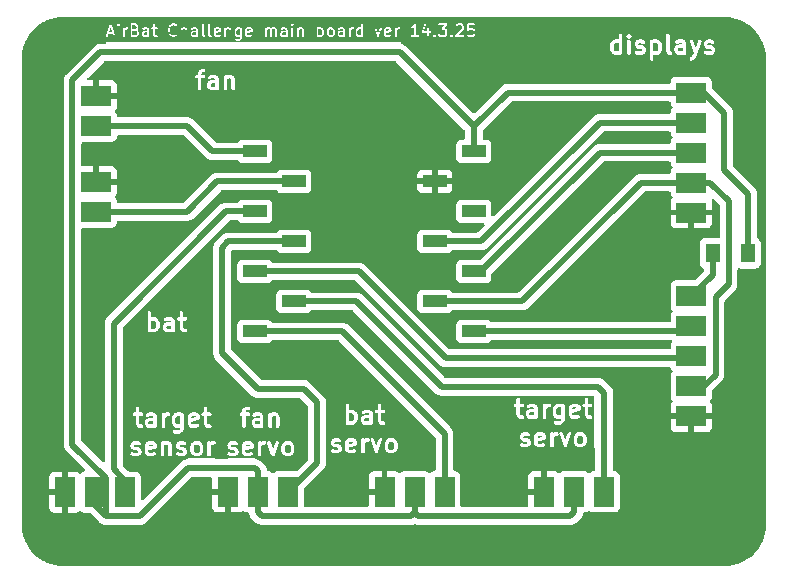
<source format=gbr>
%TF.GenerationSoftware,KiCad,Pcbnew,9.0.0*%
%TF.CreationDate,2025-03-14T14:20:58+02:00*%
%TF.ProjectId,baseball_main_pcb,62617365-6261-46c6-9c5f-6d61696e5f70,rev?*%
%TF.SameCoordinates,Original*%
%TF.FileFunction,Copper,L1,Top*%
%TF.FilePolarity,Positive*%
%FSLAX46Y46*%
G04 Gerber Fmt 4.6, Leading zero omitted, Abs format (unit mm)*
G04 Created by KiCad (PCBNEW 9.0.0) date 2025-03-14 14:20:58*
%MOMM*%
%LPD*%
G01*
G04 APERTURE LIST*
%ADD10C,0.150000*%
%ADD11C,0.300000*%
%TA.AperFunction,SMDPad,CuDef*%
%ADD12R,1.700000X2.500000*%
%TD*%
%TA.AperFunction,SMDPad,CuDef*%
%ADD13R,1.200000X1.600000*%
%TD*%
%TA.AperFunction,SMDPad,CuDef*%
%ADD14R,2.500000X1.700000*%
%TD*%
%TA.AperFunction,SMDPad,CuDef*%
%ADD15R,2.000000X1.000000*%
%TD*%
%TA.AperFunction,Conductor*%
%ADD16C,0.500000*%
%TD*%
G04 APERTURE END LIST*
D10*
G36*
X153999876Y-56297123D02*
G01*
X153999876Y-56775847D01*
X153961933Y-56794819D01*
X153806867Y-56794819D01*
X153738351Y-56760561D01*
X153707944Y-56730153D01*
X153673686Y-56661637D01*
X153673686Y-56411333D01*
X153707944Y-56342817D01*
X153738351Y-56312410D01*
X153806867Y-56278152D01*
X153961933Y-56278152D01*
X153999876Y-56297123D01*
G37*
G36*
X145224836Y-56459180D02*
G01*
X145251330Y-56485674D01*
X145285588Y-56554190D01*
X145285588Y-56661637D01*
X145251329Y-56730153D01*
X145220922Y-56760561D01*
X145152407Y-56794819D01*
X144864160Y-56794819D01*
X144864160Y-56421009D01*
X145110323Y-56421009D01*
X145224836Y-56459180D01*
G37*
G36*
X145173304Y-55979077D02*
G01*
X145203711Y-56009484D01*
X145237969Y-56078000D01*
X145237969Y-56137828D01*
X145203711Y-56206344D01*
X145173304Y-56236751D01*
X145104788Y-56271009D01*
X144864160Y-56271009D01*
X144864160Y-55944819D01*
X145104788Y-55944819D01*
X145173304Y-55979077D01*
G37*
G36*
X146142731Y-56775847D02*
G01*
X146104788Y-56794819D01*
X145902103Y-56794819D01*
X145845061Y-56766298D01*
X145816541Y-56709256D01*
X145816541Y-56649428D01*
X145845061Y-56592386D01*
X145902103Y-56563866D01*
X146122493Y-56563866D01*
X146137125Y-56562425D01*
X146139614Y-56561393D01*
X146142302Y-56561203D01*
X146142731Y-56561038D01*
X146142731Y-56775847D01*
G37*
G36*
X150285589Y-56775847D02*
G01*
X150247646Y-56794819D01*
X150044961Y-56794819D01*
X149987919Y-56766298D01*
X149959399Y-56709256D01*
X149959399Y-56649428D01*
X149987919Y-56592386D01*
X150044961Y-56563866D01*
X150265351Y-56563866D01*
X150279983Y-56562425D01*
X150282472Y-56561393D01*
X150285160Y-56561203D01*
X150285589Y-56561038D01*
X150285589Y-56775847D01*
G37*
G36*
X152209450Y-56306672D02*
G01*
X152237971Y-56363714D01*
X152237971Y-56379762D01*
X151911781Y-56444999D01*
X151911781Y-56363714D01*
X151940301Y-56306672D01*
X151997343Y-56278152D01*
X152152409Y-56278152D01*
X152209450Y-56306672D01*
G37*
G36*
X154876117Y-56306672D02*
G01*
X154904638Y-56363714D01*
X154904638Y-56379762D01*
X154578448Y-56444999D01*
X154578448Y-56363714D01*
X154606968Y-56306672D01*
X154664010Y-56278152D01*
X154819076Y-56278152D01*
X154876117Y-56306672D01*
G37*
G36*
X157857019Y-56775847D02*
G01*
X157819076Y-56794819D01*
X157616391Y-56794819D01*
X157559349Y-56766298D01*
X157530829Y-56709256D01*
X157530829Y-56649428D01*
X157559349Y-56592386D01*
X157616391Y-56563866D01*
X157836781Y-56563866D01*
X157851413Y-56562425D01*
X157853902Y-56561393D01*
X157856590Y-56561203D01*
X157857019Y-56561038D01*
X157857019Y-56775847D01*
G37*
G36*
X160887592Y-56312410D02*
G01*
X160917999Y-56342817D01*
X160952257Y-56411333D01*
X160952257Y-56661637D01*
X160917998Y-56730153D01*
X160887591Y-56760561D01*
X160819076Y-56794819D01*
X160664010Y-56794819D01*
X160626067Y-56775847D01*
X160626067Y-56297123D01*
X160664010Y-56278152D01*
X160819076Y-56278152D01*
X160887592Y-56312410D01*
G37*
G36*
X161792354Y-56312410D02*
G01*
X161822761Y-56342817D01*
X161857019Y-56411333D01*
X161857019Y-56661637D01*
X161822760Y-56730153D01*
X161792353Y-56760561D01*
X161723838Y-56794819D01*
X161616391Y-56794819D01*
X161547875Y-56760561D01*
X161517468Y-56730153D01*
X161483210Y-56661637D01*
X161483210Y-56411333D01*
X161517468Y-56342817D01*
X161547875Y-56312410D01*
X161616391Y-56278152D01*
X161723838Y-56278152D01*
X161792354Y-56312410D01*
G37*
G36*
X162714162Y-56775847D02*
G01*
X162676219Y-56794819D01*
X162473534Y-56794819D01*
X162416492Y-56766298D01*
X162387972Y-56709256D01*
X162387972Y-56649428D01*
X162416492Y-56592386D01*
X162473534Y-56563866D01*
X162693924Y-56563866D01*
X162708556Y-56562425D01*
X162711045Y-56561393D01*
X162713733Y-56561203D01*
X162714162Y-56561038D01*
X162714162Y-56775847D01*
G37*
G36*
X164237972Y-56297123D02*
G01*
X164237972Y-56775847D01*
X164200029Y-56794819D01*
X164044963Y-56794819D01*
X163976447Y-56760561D01*
X163946040Y-56730153D01*
X163911782Y-56661637D01*
X163911782Y-56411333D01*
X163946040Y-56342817D01*
X163976447Y-56312410D01*
X164044963Y-56278152D01*
X164200029Y-56278152D01*
X164237972Y-56297123D01*
G37*
G36*
X166638023Y-56306672D02*
G01*
X166666544Y-56363714D01*
X166666544Y-56379762D01*
X166340354Y-56444999D01*
X166340354Y-56363714D01*
X166368874Y-56306672D01*
X166425916Y-56278152D01*
X166580982Y-56278152D01*
X166638023Y-56306672D01*
G37*
G36*
X143161293Y-56509104D02*
G01*
X142893217Y-56509104D01*
X143027255Y-56106989D01*
X143161293Y-56509104D01*
G37*
G36*
X174022893Y-57389263D02*
G01*
X142508400Y-57389263D01*
X142508400Y-56860439D01*
X142619511Y-56860439D01*
X142621586Y-56889629D01*
X142634672Y-56915802D01*
X142656779Y-56934976D01*
X142684542Y-56944230D01*
X142713732Y-56942155D01*
X142739905Y-56929069D01*
X142759079Y-56906962D01*
X142765073Y-56893536D01*
X142843217Y-56659104D01*
X143211293Y-56659104D01*
X143289437Y-56893536D01*
X143295431Y-56906961D01*
X143314605Y-56929068D01*
X143340778Y-56942155D01*
X143369968Y-56944230D01*
X143397730Y-56934976D01*
X143419838Y-56915802D01*
X143432924Y-56889628D01*
X143434999Y-56860438D01*
X143431739Y-56846102D01*
X143217423Y-56203152D01*
X143618922Y-56203152D01*
X143618922Y-56869819D01*
X143620363Y-56884451D01*
X143631562Y-56911487D01*
X143652254Y-56932179D01*
X143679290Y-56943378D01*
X143708554Y-56943378D01*
X143735590Y-56932179D01*
X143756282Y-56911487D01*
X143767481Y-56884451D01*
X143768922Y-56869819D01*
X143768922Y-56203152D01*
X144095112Y-56203152D01*
X144095112Y-56869819D01*
X144096553Y-56884451D01*
X144107752Y-56911487D01*
X144128444Y-56932179D01*
X144155480Y-56943378D01*
X144184744Y-56943378D01*
X144211780Y-56932179D01*
X144232472Y-56911487D01*
X144243671Y-56884451D01*
X144245112Y-56869819D01*
X144245112Y-56411333D01*
X144279370Y-56342817D01*
X144309777Y-56312410D01*
X144378293Y-56278152D01*
X144455826Y-56278152D01*
X144470458Y-56276711D01*
X144497494Y-56265512D01*
X144518186Y-56244820D01*
X144529385Y-56217784D01*
X144529385Y-56188520D01*
X144518186Y-56161484D01*
X144497494Y-56140792D01*
X144470458Y-56129593D01*
X144455826Y-56128152D01*
X144360588Y-56128152D01*
X144345956Y-56129593D01*
X144343467Y-56130623D01*
X144340778Y-56130815D01*
X144327047Y-56136070D01*
X144239977Y-56179604D01*
X144232472Y-56161484D01*
X144211780Y-56140792D01*
X144184744Y-56129593D01*
X144155480Y-56129593D01*
X144128444Y-56140792D01*
X144107752Y-56161484D01*
X144096553Y-56188520D01*
X144095112Y-56203152D01*
X143768922Y-56203152D01*
X143767481Y-56188520D01*
X143756282Y-56161484D01*
X143735590Y-56140792D01*
X143708554Y-56129593D01*
X143679290Y-56129593D01*
X143652254Y-56140792D01*
X143631562Y-56161484D01*
X143620363Y-56188520D01*
X143618922Y-56203152D01*
X143217423Y-56203152D01*
X143117308Y-55902807D01*
X143572744Y-55902807D01*
X143572744Y-55932069D01*
X143583943Y-55959106D01*
X143593270Y-55970471D01*
X143640889Y-56018090D01*
X143652254Y-56027417D01*
X143679290Y-56038616D01*
X143679291Y-56038616D01*
X143708553Y-56038616D01*
X143708554Y-56038616D01*
X143735590Y-56027417D01*
X143746955Y-56018090D01*
X143794574Y-55970471D01*
X143803901Y-55959106D01*
X143815100Y-55932070D01*
X143815100Y-55902807D01*
X143809642Y-55889629D01*
X143803901Y-55875770D01*
X143799017Y-55869819D01*
X144714160Y-55869819D01*
X144714160Y-56869819D01*
X144715601Y-56884450D01*
X144715601Y-56884451D01*
X144726800Y-56911487D01*
X144747492Y-56932179D01*
X144774528Y-56943378D01*
X144789160Y-56944819D01*
X145170112Y-56944819D01*
X145184744Y-56943378D01*
X145187233Y-56942346D01*
X145189921Y-56942156D01*
X145203653Y-56936901D01*
X145298891Y-56889282D01*
X145305190Y-56885317D01*
X145307018Y-56884560D01*
X145309074Y-56882872D01*
X145311334Y-56881450D01*
X145312634Y-56879950D01*
X145318384Y-56875232D01*
X145366002Y-56827613D01*
X145370720Y-56821863D01*
X145372219Y-56820564D01*
X145373640Y-56818305D01*
X145375330Y-56816247D01*
X145376087Y-56814417D01*
X145380051Y-56808121D01*
X145427670Y-56712883D01*
X145432925Y-56699152D01*
X145433116Y-56696462D01*
X145434147Y-56693974D01*
X145435588Y-56679342D01*
X145435588Y-56631723D01*
X145666541Y-56631723D01*
X145666541Y-56726961D01*
X145667982Y-56741593D01*
X145669013Y-56744082D01*
X145669204Y-56746770D01*
X145674459Y-56760502D01*
X145722078Y-56855741D01*
X145723618Y-56858187D01*
X145724003Y-56859342D01*
X145725249Y-56860779D01*
X145729910Y-56868183D01*
X145737012Y-56874342D01*
X145743176Y-56881450D01*
X145750581Y-56886111D01*
X145752018Y-56887357D01*
X145753171Y-56887741D01*
X145755619Y-56889282D01*
X145850857Y-56936901D01*
X145864588Y-56942156D01*
X145867277Y-56942347D01*
X145869766Y-56943378D01*
X145884398Y-56944819D01*
X146122493Y-56944819D01*
X146137125Y-56943378D01*
X146139614Y-56942346D01*
X146142302Y-56942156D01*
X146156034Y-56936901D01*
X146172534Y-56928650D01*
X146176063Y-56932179D01*
X146203099Y-56943378D01*
X146232363Y-56943378D01*
X146259399Y-56932179D01*
X146280091Y-56911487D01*
X146291290Y-56884451D01*
X146292731Y-56869819D01*
X146292731Y-56346009D01*
X146291290Y-56331377D01*
X146290259Y-56328888D01*
X146290068Y-56326199D01*
X146284813Y-56312468D01*
X146237194Y-56217230D01*
X146235653Y-56214782D01*
X146235269Y-56213629D01*
X146234023Y-56212192D01*
X146229362Y-56204787D01*
X146222257Y-56198625D01*
X146216096Y-56191521D01*
X146211329Y-56188520D01*
X146477506Y-56188520D01*
X146477506Y-56217784D01*
X146488705Y-56244820D01*
X146509397Y-56265512D01*
X146536433Y-56276711D01*
X146551065Y-56278152D01*
X146618922Y-56278152D01*
X146618922Y-56726961D01*
X146620363Y-56741593D01*
X146621394Y-56744082D01*
X146621585Y-56746770D01*
X146626840Y-56760502D01*
X146674459Y-56855741D01*
X146675999Y-56858187D01*
X146676384Y-56859342D01*
X146677630Y-56860779D01*
X146682291Y-56868183D01*
X146689393Y-56874342D01*
X146695557Y-56881450D01*
X146702962Y-56886111D01*
X146704399Y-56887357D01*
X146705552Y-56887741D01*
X146708000Y-56889282D01*
X146803238Y-56936901D01*
X146816969Y-56942156D01*
X146819658Y-56942347D01*
X146822147Y-56943378D01*
X146836779Y-56944819D01*
X146932017Y-56944819D01*
X146946649Y-56943378D01*
X146973685Y-56932179D01*
X146994377Y-56911487D01*
X147005576Y-56884451D01*
X147005576Y-56855187D01*
X146994377Y-56828151D01*
X146973685Y-56807459D01*
X146946649Y-56796260D01*
X146932017Y-56794819D01*
X146854484Y-56794819D01*
X146797442Y-56766298D01*
X146768922Y-56709256D01*
X146768922Y-56298390D01*
X147904637Y-56298390D01*
X147904637Y-56441247D01*
X147904888Y-56443800D01*
X147904726Y-56444893D01*
X147905535Y-56450366D01*
X147906078Y-56455879D01*
X147906500Y-56456900D01*
X147906876Y-56459437D01*
X147954495Y-56649913D01*
X147954880Y-56650992D01*
X147954919Y-56651532D01*
X147957246Y-56657613D01*
X147959442Y-56663759D01*
X147959764Y-56664194D01*
X147960174Y-56665264D01*
X148007793Y-56760502D01*
X148011756Y-56766798D01*
X148012514Y-56768628D01*
X148014203Y-56770686D01*
X148015625Y-56772945D01*
X148017123Y-56774244D01*
X148021842Y-56779994D01*
X148117080Y-56875233D01*
X148128445Y-56884561D01*
X148130935Y-56885592D01*
X148132970Y-56887357D01*
X148146396Y-56893351D01*
X148289252Y-56940970D01*
X148296507Y-56942619D01*
X148298338Y-56943378D01*
X148300991Y-56943639D01*
X148303589Y-56944230D01*
X148305563Y-56944089D01*
X148312970Y-56944819D01*
X148408208Y-56944819D01*
X148415613Y-56944089D01*
X148417588Y-56944230D01*
X148420185Y-56943639D01*
X148422840Y-56943378D01*
X148424671Y-56942619D01*
X148431925Y-56940970D01*
X148574782Y-56893351D01*
X148588207Y-56887357D01*
X148590242Y-56885591D01*
X148592733Y-56884560D01*
X148604099Y-56875232D01*
X148651717Y-56827613D01*
X148661045Y-56816247D01*
X148672243Y-56789211D01*
X148672243Y-56759948D01*
X148661044Y-56732912D01*
X148640351Y-56712219D01*
X148613315Y-56701021D01*
X148584052Y-56701021D01*
X148557016Y-56712220D01*
X148545650Y-56721548D01*
X148510551Y-56756647D01*
X148396038Y-56794819D01*
X148325140Y-56794819D01*
X148210627Y-56756648D01*
X148136514Y-56682534D01*
X148098020Y-56605547D01*
X148054637Y-56432013D01*
X148054637Y-56307624D01*
X148098020Y-56134090D01*
X148136514Y-56057103D01*
X148210627Y-55982990D01*
X148325140Y-55944819D01*
X148396038Y-55944819D01*
X148510551Y-55982990D01*
X148545651Y-56018090D01*
X148557016Y-56027417D01*
X148584052Y-56038616D01*
X148613315Y-56038616D01*
X148640351Y-56027417D01*
X148661044Y-56006724D01*
X148672243Y-55979688D01*
X148672243Y-55950425D01*
X148661044Y-55923389D01*
X148651717Y-55912024D01*
X148609512Y-55869819D01*
X148952256Y-55869819D01*
X148952256Y-56869819D01*
X148953697Y-56884451D01*
X148964896Y-56911487D01*
X148985588Y-56932179D01*
X149012624Y-56943378D01*
X149041888Y-56943378D01*
X149068924Y-56932179D01*
X149089616Y-56911487D01*
X149100815Y-56884451D01*
X149102256Y-56869819D01*
X149102256Y-56329456D01*
X149119302Y-56312410D01*
X149187818Y-56278152D01*
X149295265Y-56278152D01*
X149352306Y-56306672D01*
X149380827Y-56363714D01*
X149380827Y-56869819D01*
X149382268Y-56884451D01*
X149393467Y-56911487D01*
X149414159Y-56932179D01*
X149441195Y-56943378D01*
X149470459Y-56943378D01*
X149497495Y-56932179D01*
X149518187Y-56911487D01*
X149529386Y-56884451D01*
X149530827Y-56869819D01*
X149530827Y-56631723D01*
X149809399Y-56631723D01*
X149809399Y-56726961D01*
X149810840Y-56741593D01*
X149811871Y-56744082D01*
X149812062Y-56746770D01*
X149817317Y-56760502D01*
X149864936Y-56855741D01*
X149866476Y-56858187D01*
X149866861Y-56859342D01*
X149868107Y-56860779D01*
X149872768Y-56868183D01*
X149879870Y-56874342D01*
X149886034Y-56881450D01*
X149893439Y-56886111D01*
X149894876Y-56887357D01*
X149896029Y-56887741D01*
X149898477Y-56889282D01*
X149993715Y-56936901D01*
X150007446Y-56942156D01*
X150010135Y-56942347D01*
X150012624Y-56943378D01*
X150027256Y-56944819D01*
X150265351Y-56944819D01*
X150279983Y-56943378D01*
X150282472Y-56942346D01*
X150285160Y-56942156D01*
X150298892Y-56936901D01*
X150315392Y-56928650D01*
X150318921Y-56932179D01*
X150345957Y-56943378D01*
X150375221Y-56943378D01*
X150402257Y-56932179D01*
X150422949Y-56911487D01*
X150434148Y-56884451D01*
X150435589Y-56869819D01*
X150435589Y-56346009D01*
X150434148Y-56331377D01*
X150433117Y-56328888D01*
X150432926Y-56326199D01*
X150427671Y-56312468D01*
X150380052Y-56217230D01*
X150378511Y-56214782D01*
X150378127Y-56213629D01*
X150376881Y-56212192D01*
X150372220Y-56204787D01*
X150365115Y-56198625D01*
X150358954Y-56191521D01*
X150351548Y-56186859D01*
X150350112Y-56185614D01*
X150348958Y-56185229D01*
X150346511Y-56183689D01*
X150251273Y-56136070D01*
X150237541Y-56130815D01*
X150234853Y-56130624D01*
X150232364Y-56129593D01*
X150217732Y-56128152D01*
X150027256Y-56128152D01*
X150012624Y-56129593D01*
X150010135Y-56130623D01*
X150007446Y-56130815D01*
X149993715Y-56136070D01*
X149898477Y-56183689D01*
X149886034Y-56191521D01*
X149866861Y-56213629D01*
X149857607Y-56241390D01*
X149859681Y-56270580D01*
X149872768Y-56296755D01*
X149894876Y-56315928D01*
X149922637Y-56325182D01*
X149951827Y-56323108D01*
X149965559Y-56317853D01*
X150044961Y-56278152D01*
X150200027Y-56278152D01*
X150257068Y-56306672D01*
X150285589Y-56363714D01*
X150285589Y-56394894D01*
X150247646Y-56413866D01*
X150027256Y-56413866D01*
X150012624Y-56415307D01*
X150010135Y-56416337D01*
X150007446Y-56416529D01*
X149993715Y-56421784D01*
X149898477Y-56469403D01*
X149896029Y-56470943D01*
X149894876Y-56471328D01*
X149893439Y-56472573D01*
X149886034Y-56477235D01*
X149879872Y-56484339D01*
X149872768Y-56490501D01*
X149868106Y-56497906D01*
X149866861Y-56499343D01*
X149866476Y-56500496D01*
X149864936Y-56502944D01*
X149817317Y-56598182D01*
X149812062Y-56611914D01*
X149811871Y-56614601D01*
X149810840Y-56617091D01*
X149809399Y-56631723D01*
X149530827Y-56631723D01*
X149530827Y-56346009D01*
X149529386Y-56331377D01*
X149528355Y-56328888D01*
X149528164Y-56326199D01*
X149522909Y-56312468D01*
X149475290Y-56217230D01*
X149473749Y-56214782D01*
X149473365Y-56213629D01*
X149472119Y-56212192D01*
X149467458Y-56204787D01*
X149460353Y-56198625D01*
X149454192Y-56191521D01*
X149446786Y-56186859D01*
X149445350Y-56185614D01*
X149444196Y-56185229D01*
X149441749Y-56183689D01*
X149346511Y-56136070D01*
X149332779Y-56130815D01*
X149330091Y-56130624D01*
X149327602Y-56129593D01*
X149312970Y-56128152D01*
X149170113Y-56128152D01*
X149155481Y-56129593D01*
X149152992Y-56130623D01*
X149150303Y-56130815D01*
X149136572Y-56136070D01*
X149102256Y-56153228D01*
X149102256Y-55869819D01*
X150761780Y-55869819D01*
X150761780Y-56726961D01*
X150763221Y-56741593D01*
X150764252Y-56744082D01*
X150764443Y-56746770D01*
X150769698Y-56760502D01*
X150817317Y-56855741D01*
X150818857Y-56858187D01*
X150819242Y-56859342D01*
X150820488Y-56860779D01*
X150825149Y-56868183D01*
X150832251Y-56874342D01*
X150838415Y-56881450D01*
X150845820Y-56886111D01*
X150847257Y-56887357D01*
X150848410Y-56887741D01*
X150850858Y-56889282D01*
X150946096Y-56936901D01*
X150959827Y-56942156D01*
X150989017Y-56944230D01*
X151016779Y-56934976D01*
X151038886Y-56915803D01*
X151051974Y-56889628D01*
X151054048Y-56860438D01*
X151044794Y-56832677D01*
X151025621Y-56810569D01*
X151013178Y-56802737D01*
X150940300Y-56766298D01*
X150911780Y-56709256D01*
X150911780Y-55869819D01*
X151285590Y-55869819D01*
X151285590Y-56726961D01*
X151287031Y-56741593D01*
X151288062Y-56744082D01*
X151288253Y-56746770D01*
X151293508Y-56760502D01*
X151341127Y-56855741D01*
X151342667Y-56858187D01*
X151343052Y-56859342D01*
X151344298Y-56860779D01*
X151348959Y-56868183D01*
X151356061Y-56874342D01*
X151362225Y-56881450D01*
X151369630Y-56886111D01*
X151371067Y-56887357D01*
X151372220Y-56887741D01*
X151374668Y-56889282D01*
X151469906Y-56936901D01*
X151483637Y-56942156D01*
X151512827Y-56944230D01*
X151540589Y-56934976D01*
X151562696Y-56915803D01*
X151575784Y-56889628D01*
X151577858Y-56860438D01*
X151568604Y-56832677D01*
X151549431Y-56810569D01*
X151536988Y-56802737D01*
X151464110Y-56766298D01*
X151435590Y-56709256D01*
X151435590Y-56346009D01*
X151761781Y-56346009D01*
X151761781Y-56726961D01*
X151763222Y-56741593D01*
X151764253Y-56744082D01*
X151764444Y-56746770D01*
X151769699Y-56760502D01*
X151817318Y-56855741D01*
X151818858Y-56858187D01*
X151819243Y-56859342D01*
X151820489Y-56860779D01*
X151825150Y-56868183D01*
X151832252Y-56874342D01*
X151838416Y-56881450D01*
X151845821Y-56886111D01*
X151847258Y-56887357D01*
X151848411Y-56887741D01*
X151850859Y-56889282D01*
X151946097Y-56936901D01*
X151959828Y-56942156D01*
X151962517Y-56942347D01*
X151965006Y-56943378D01*
X151979638Y-56944819D01*
X152170114Y-56944819D01*
X152184746Y-56943378D01*
X152187235Y-56942346D01*
X152189923Y-56942156D01*
X152203655Y-56936901D01*
X152298893Y-56889282D01*
X152311336Y-56881450D01*
X152330509Y-56859342D01*
X152339763Y-56831581D01*
X152337689Y-56802391D01*
X152324601Y-56776216D01*
X152302494Y-56757043D01*
X152274732Y-56747789D01*
X152245542Y-56749863D01*
X152231811Y-56755118D01*
X152152409Y-56794819D01*
X151997343Y-56794819D01*
X151940301Y-56766298D01*
X151911781Y-56709256D01*
X151911781Y-56597970D01*
X152327679Y-56514791D01*
X152341745Y-56510508D01*
X152347850Y-56506419D01*
X152354639Y-56503607D01*
X152359891Y-56498354D01*
X152366059Y-56494224D01*
X152370133Y-56488113D01*
X152375331Y-56482915D01*
X152378174Y-56476051D01*
X152382291Y-56469876D01*
X152383716Y-56462670D01*
X152386530Y-56455879D01*
X152387971Y-56441247D01*
X152387971Y-56346009D01*
X152386530Y-56331377D01*
X152385499Y-56328888D01*
X152385308Y-56326199D01*
X152380053Y-56312468D01*
X152332434Y-56217230D01*
X152330893Y-56214782D01*
X152330509Y-56213629D01*
X152329263Y-56212192D01*
X152324602Y-56204787D01*
X152322717Y-56203152D01*
X152666543Y-56203152D01*
X152666543Y-56869819D01*
X152667984Y-56884451D01*
X152679183Y-56911487D01*
X152699875Y-56932179D01*
X152726911Y-56943378D01*
X152756175Y-56943378D01*
X152783211Y-56932179D01*
X152803903Y-56911487D01*
X152815102Y-56884451D01*
X152816543Y-56869819D01*
X152816543Y-56329456D01*
X152833589Y-56312410D01*
X152902105Y-56278152D01*
X153009552Y-56278152D01*
X153066593Y-56306672D01*
X153095114Y-56363714D01*
X153095114Y-56869819D01*
X153096555Y-56884451D01*
X153107754Y-56911487D01*
X153128446Y-56932179D01*
X153155482Y-56943378D01*
X153184746Y-56943378D01*
X153211782Y-56932179D01*
X153232474Y-56911487D01*
X153243673Y-56884451D01*
X153245114Y-56869819D01*
X153245114Y-56393628D01*
X153523686Y-56393628D01*
X153523686Y-56679342D01*
X153525127Y-56693974D01*
X153526158Y-56696463D01*
X153526349Y-56699151D01*
X153531604Y-56712883D01*
X153579223Y-56808121D01*
X153583186Y-56814417D01*
X153583944Y-56816247D01*
X153585633Y-56818305D01*
X153587055Y-56820564D01*
X153588553Y-56821863D01*
X153593271Y-56827612D01*
X153640890Y-56875232D01*
X153646639Y-56879950D01*
X153647940Y-56881450D01*
X153650199Y-56882872D01*
X153652256Y-56884560D01*
X153654083Y-56885317D01*
X153660383Y-56889282D01*
X153755621Y-56936901D01*
X153769352Y-56942156D01*
X153772041Y-56942347D01*
X153774530Y-56943378D01*
X153789162Y-56944819D01*
X153979638Y-56944819D01*
X153994270Y-56943378D01*
X153996759Y-56942346D01*
X153999447Y-56942156D01*
X153999876Y-56941991D01*
X153999876Y-56994971D01*
X153965618Y-57063487D01*
X153935211Y-57093894D01*
X153866695Y-57128152D01*
X153759248Y-57128152D01*
X153679846Y-57088451D01*
X153666114Y-57083196D01*
X153636924Y-57081122D01*
X153609163Y-57090376D01*
X153587055Y-57109549D01*
X153573968Y-57135724D01*
X153571894Y-57164914D01*
X153581148Y-57192675D01*
X153600321Y-57214783D01*
X153612764Y-57222615D01*
X153708002Y-57270234D01*
X153721733Y-57275489D01*
X153724422Y-57275680D01*
X153726911Y-57276711D01*
X153741543Y-57278152D01*
X153884400Y-57278152D01*
X153899032Y-57276711D01*
X153901521Y-57275679D01*
X153904209Y-57275489D01*
X153917941Y-57270234D01*
X154013179Y-57222615D01*
X154019478Y-57218650D01*
X154021306Y-57217893D01*
X154023362Y-57216204D01*
X154025622Y-57214783D01*
X154026921Y-57213284D01*
X154032671Y-57208566D01*
X154080290Y-57160947D01*
X154085008Y-57155197D01*
X154086507Y-57153898D01*
X154087928Y-57151638D01*
X154089617Y-57149582D01*
X154090374Y-57147754D01*
X154094339Y-57141455D01*
X154141958Y-57046217D01*
X154147213Y-57032486D01*
X154147404Y-57029796D01*
X154148435Y-57027308D01*
X154149876Y-57012676D01*
X154149876Y-56346009D01*
X154428448Y-56346009D01*
X154428448Y-56726961D01*
X154429889Y-56741593D01*
X154430920Y-56744082D01*
X154431111Y-56746770D01*
X154436366Y-56760502D01*
X154483985Y-56855741D01*
X154485525Y-56858187D01*
X154485910Y-56859342D01*
X154487156Y-56860779D01*
X154491817Y-56868183D01*
X154498919Y-56874342D01*
X154505083Y-56881450D01*
X154512488Y-56886111D01*
X154513925Y-56887357D01*
X154515078Y-56887741D01*
X154517526Y-56889282D01*
X154612764Y-56936901D01*
X154626495Y-56942156D01*
X154629184Y-56942347D01*
X154631673Y-56943378D01*
X154646305Y-56944819D01*
X154836781Y-56944819D01*
X154851413Y-56943378D01*
X154853902Y-56942346D01*
X154856590Y-56942156D01*
X154870322Y-56936901D01*
X154965560Y-56889282D01*
X154978003Y-56881450D01*
X154997176Y-56859342D01*
X155006430Y-56831581D01*
X155004356Y-56802391D01*
X154991268Y-56776216D01*
X154969161Y-56757043D01*
X154941399Y-56747789D01*
X154912209Y-56749863D01*
X154898478Y-56755118D01*
X154819076Y-56794819D01*
X154664010Y-56794819D01*
X154606968Y-56766298D01*
X154578448Y-56709256D01*
X154578448Y-56597970D01*
X154994346Y-56514791D01*
X155008412Y-56510508D01*
X155014517Y-56506419D01*
X155021306Y-56503607D01*
X155026558Y-56498354D01*
X155032726Y-56494224D01*
X155036800Y-56488113D01*
X155041998Y-56482915D01*
X155044841Y-56476051D01*
X155048958Y-56469876D01*
X155050383Y-56462670D01*
X155053197Y-56455879D01*
X155054638Y-56441247D01*
X155054638Y-56346009D01*
X155053197Y-56331377D01*
X155052166Y-56328888D01*
X155051975Y-56326199D01*
X155046720Y-56312468D01*
X154999101Y-56217230D01*
X154997560Y-56214782D01*
X154997176Y-56213629D01*
X154995930Y-56212192D01*
X154991269Y-56204787D01*
X154989384Y-56203152D01*
X156095115Y-56203152D01*
X156095115Y-56869819D01*
X156096556Y-56884451D01*
X156107755Y-56911487D01*
X156128447Y-56932179D01*
X156155483Y-56943378D01*
X156184747Y-56943378D01*
X156211783Y-56932179D01*
X156232475Y-56911487D01*
X156243674Y-56884451D01*
X156245115Y-56869819D01*
X156245115Y-56329456D01*
X156262161Y-56312410D01*
X156330677Y-56278152D01*
X156438124Y-56278152D01*
X156495165Y-56306672D01*
X156523686Y-56363714D01*
X156523686Y-56869819D01*
X156525127Y-56884451D01*
X156536326Y-56911487D01*
X156557018Y-56932179D01*
X156584054Y-56943378D01*
X156613318Y-56943378D01*
X156640354Y-56932179D01*
X156661046Y-56911487D01*
X156672245Y-56884451D01*
X156673686Y-56869819D01*
X156673686Y-56363714D01*
X156702206Y-56306672D01*
X156759248Y-56278152D01*
X156866695Y-56278152D01*
X156923737Y-56306672D01*
X156952258Y-56363714D01*
X156952258Y-56869819D01*
X156953699Y-56884451D01*
X156964898Y-56911487D01*
X156985590Y-56932179D01*
X157012626Y-56943378D01*
X157041890Y-56943378D01*
X157068926Y-56932179D01*
X157089618Y-56911487D01*
X157100817Y-56884451D01*
X157102258Y-56869819D01*
X157102258Y-56631723D01*
X157380829Y-56631723D01*
X157380829Y-56726961D01*
X157382270Y-56741593D01*
X157383301Y-56744082D01*
X157383492Y-56746770D01*
X157388747Y-56760502D01*
X157436366Y-56855741D01*
X157437906Y-56858187D01*
X157438291Y-56859342D01*
X157439537Y-56860779D01*
X157444198Y-56868183D01*
X157451300Y-56874342D01*
X157457464Y-56881450D01*
X157464869Y-56886111D01*
X157466306Y-56887357D01*
X157467459Y-56887741D01*
X157469907Y-56889282D01*
X157565145Y-56936901D01*
X157578876Y-56942156D01*
X157581565Y-56942347D01*
X157584054Y-56943378D01*
X157598686Y-56944819D01*
X157836781Y-56944819D01*
X157851413Y-56943378D01*
X157853902Y-56942346D01*
X157856590Y-56942156D01*
X157870322Y-56936901D01*
X157886822Y-56928650D01*
X157890351Y-56932179D01*
X157917387Y-56943378D01*
X157946651Y-56943378D01*
X157973687Y-56932179D01*
X157994379Y-56911487D01*
X158005578Y-56884451D01*
X158007019Y-56869819D01*
X158007019Y-56346009D01*
X158005578Y-56331377D01*
X158004547Y-56328888D01*
X158004356Y-56326199D01*
X157999101Y-56312468D01*
X157951482Y-56217230D01*
X157949941Y-56214782D01*
X157949557Y-56213629D01*
X157948311Y-56212192D01*
X157943650Y-56204787D01*
X157941765Y-56203152D01*
X158333210Y-56203152D01*
X158333210Y-56869819D01*
X158334651Y-56884451D01*
X158345850Y-56911487D01*
X158366542Y-56932179D01*
X158393578Y-56943378D01*
X158422842Y-56943378D01*
X158449878Y-56932179D01*
X158470570Y-56911487D01*
X158481769Y-56884451D01*
X158483210Y-56869819D01*
X158483210Y-56203152D01*
X158809400Y-56203152D01*
X158809400Y-56869819D01*
X158810841Y-56884451D01*
X158822040Y-56911487D01*
X158842732Y-56932179D01*
X158869768Y-56943378D01*
X158899032Y-56943378D01*
X158926068Y-56932179D01*
X158946760Y-56911487D01*
X158957959Y-56884451D01*
X158959400Y-56869819D01*
X158959400Y-56329456D01*
X158976446Y-56312410D01*
X159044962Y-56278152D01*
X159152409Y-56278152D01*
X159209450Y-56306672D01*
X159237971Y-56363714D01*
X159237971Y-56869819D01*
X159239412Y-56884451D01*
X159250611Y-56911487D01*
X159271303Y-56932179D01*
X159298339Y-56943378D01*
X159327603Y-56943378D01*
X159354639Y-56932179D01*
X159375331Y-56911487D01*
X159386530Y-56884451D01*
X159387971Y-56869819D01*
X159387971Y-56346009D01*
X159386530Y-56331377D01*
X159385499Y-56328888D01*
X159385308Y-56326199D01*
X159380053Y-56312468D01*
X159332434Y-56217230D01*
X159330893Y-56214782D01*
X159330509Y-56213629D01*
X159329263Y-56212192D01*
X159324602Y-56204787D01*
X159317497Y-56198625D01*
X159311336Y-56191521D01*
X159303930Y-56186859D01*
X159302494Y-56185614D01*
X159301340Y-56185229D01*
X159298893Y-56183689D01*
X159203655Y-56136070D01*
X159189923Y-56130815D01*
X159187235Y-56130624D01*
X159184746Y-56129593D01*
X159170114Y-56128152D01*
X159027257Y-56128152D01*
X159012625Y-56129593D01*
X159010136Y-56130623D01*
X159007447Y-56130815D01*
X158993716Y-56136070D01*
X158945469Y-56160193D01*
X158926068Y-56140792D01*
X158899032Y-56129593D01*
X158869768Y-56129593D01*
X158842732Y-56140792D01*
X158822040Y-56161484D01*
X158810841Y-56188520D01*
X158809400Y-56203152D01*
X158483210Y-56203152D01*
X158481769Y-56188520D01*
X158470570Y-56161484D01*
X158449878Y-56140792D01*
X158422842Y-56129593D01*
X158393578Y-56129593D01*
X158366542Y-56140792D01*
X158345850Y-56161484D01*
X158334651Y-56188520D01*
X158333210Y-56203152D01*
X157941765Y-56203152D01*
X157936545Y-56198625D01*
X157930384Y-56191521D01*
X157922978Y-56186859D01*
X157921542Y-56185614D01*
X157920388Y-56185229D01*
X157917941Y-56183689D01*
X157822703Y-56136070D01*
X157808971Y-56130815D01*
X157806283Y-56130624D01*
X157803794Y-56129593D01*
X157789162Y-56128152D01*
X157598686Y-56128152D01*
X157584054Y-56129593D01*
X157581565Y-56130623D01*
X157578876Y-56130815D01*
X157565145Y-56136070D01*
X157469907Y-56183689D01*
X157457464Y-56191521D01*
X157438291Y-56213629D01*
X157429037Y-56241390D01*
X157431111Y-56270580D01*
X157444198Y-56296755D01*
X157466306Y-56315928D01*
X157494067Y-56325182D01*
X157523257Y-56323108D01*
X157536989Y-56317853D01*
X157616391Y-56278152D01*
X157771457Y-56278152D01*
X157828498Y-56306672D01*
X157857019Y-56363714D01*
X157857019Y-56394894D01*
X157819076Y-56413866D01*
X157598686Y-56413866D01*
X157584054Y-56415307D01*
X157581565Y-56416337D01*
X157578876Y-56416529D01*
X157565145Y-56421784D01*
X157469907Y-56469403D01*
X157467459Y-56470943D01*
X157466306Y-56471328D01*
X157464869Y-56472573D01*
X157457464Y-56477235D01*
X157451302Y-56484339D01*
X157444198Y-56490501D01*
X157439536Y-56497906D01*
X157438291Y-56499343D01*
X157437906Y-56500496D01*
X157436366Y-56502944D01*
X157388747Y-56598182D01*
X157383492Y-56611914D01*
X157383301Y-56614601D01*
X157382270Y-56617091D01*
X157380829Y-56631723D01*
X157102258Y-56631723D01*
X157102258Y-56346009D01*
X157100817Y-56331377D01*
X157099786Y-56328888D01*
X157099595Y-56326199D01*
X157094340Y-56312468D01*
X157046721Y-56217230D01*
X157045180Y-56214782D01*
X157044796Y-56213629D01*
X157043550Y-56212192D01*
X157038889Y-56204787D01*
X157031781Y-56198623D01*
X157025622Y-56191521D01*
X157018218Y-56186860D01*
X157016781Y-56185614D01*
X157015626Y-56185229D01*
X157013180Y-56183689D01*
X156917941Y-56136070D01*
X156904209Y-56130815D01*
X156901521Y-56130624D01*
X156899032Y-56129593D01*
X156884400Y-56128152D01*
X156741543Y-56128152D01*
X156726911Y-56129593D01*
X156724422Y-56130623D01*
X156721733Y-56130815D01*
X156708002Y-56136070D01*
X156612764Y-56183689D01*
X156610316Y-56185229D01*
X156609163Y-56185614D01*
X156607726Y-56186859D01*
X156600321Y-56191521D01*
X156598686Y-56193406D01*
X156597051Y-56191521D01*
X156589645Y-56186859D01*
X156588209Y-56185614D01*
X156587055Y-56185229D01*
X156584608Y-56183689D01*
X156489370Y-56136070D01*
X156475638Y-56130815D01*
X156472950Y-56130624D01*
X156470461Y-56129593D01*
X156455829Y-56128152D01*
X156312972Y-56128152D01*
X156298340Y-56129593D01*
X156295851Y-56130623D01*
X156293162Y-56130815D01*
X156279431Y-56136070D01*
X156231184Y-56160193D01*
X156211783Y-56140792D01*
X156184747Y-56129593D01*
X156155483Y-56129593D01*
X156128447Y-56140792D01*
X156107755Y-56161484D01*
X156096556Y-56188520D01*
X156095115Y-56203152D01*
X154989384Y-56203152D01*
X154984164Y-56198625D01*
X154978003Y-56191521D01*
X154970597Y-56186859D01*
X154969161Y-56185614D01*
X154968007Y-56185229D01*
X154965560Y-56183689D01*
X154870322Y-56136070D01*
X154856590Y-56130815D01*
X154853902Y-56130624D01*
X154851413Y-56129593D01*
X154836781Y-56128152D01*
X154646305Y-56128152D01*
X154631673Y-56129593D01*
X154629184Y-56130623D01*
X154626495Y-56130815D01*
X154612764Y-56136070D01*
X154517526Y-56183689D01*
X154515078Y-56185229D01*
X154513925Y-56185614D01*
X154512488Y-56186859D01*
X154505083Y-56191521D01*
X154498921Y-56198625D01*
X154491817Y-56204787D01*
X154487155Y-56212192D01*
X154485910Y-56213629D01*
X154485525Y-56214782D01*
X154483985Y-56217230D01*
X154436366Y-56312468D01*
X154431111Y-56326200D01*
X154430920Y-56328887D01*
X154429889Y-56331377D01*
X154428448Y-56346009D01*
X154149876Y-56346009D01*
X154149876Y-56203152D01*
X154148435Y-56188520D01*
X154137236Y-56161484D01*
X154116544Y-56140792D01*
X154089508Y-56129593D01*
X154060244Y-56129593D01*
X154033208Y-56140792D01*
X154029679Y-56144320D01*
X154013179Y-56136070D01*
X153999447Y-56130815D01*
X153996759Y-56130624D01*
X153994270Y-56129593D01*
X153979638Y-56128152D01*
X153789162Y-56128152D01*
X153774530Y-56129593D01*
X153772041Y-56130623D01*
X153769352Y-56130815D01*
X153755621Y-56136070D01*
X153660383Y-56183689D01*
X153654083Y-56187653D01*
X153652256Y-56188411D01*
X153650199Y-56190099D01*
X153647940Y-56191521D01*
X153646640Y-56193019D01*
X153640891Y-56197738D01*
X153593272Y-56245357D01*
X153588553Y-56251106D01*
X153587055Y-56252406D01*
X153585633Y-56254665D01*
X153583945Y-56256722D01*
X153583187Y-56258549D01*
X153579223Y-56264849D01*
X153531604Y-56360087D01*
X153526349Y-56373819D01*
X153526158Y-56376506D01*
X153525127Y-56378996D01*
X153523686Y-56393628D01*
X153245114Y-56393628D01*
X153245114Y-56346009D01*
X153243673Y-56331377D01*
X153242642Y-56328888D01*
X153242451Y-56326199D01*
X153237196Y-56312468D01*
X153189577Y-56217230D01*
X153188036Y-56214782D01*
X153187652Y-56213629D01*
X153186406Y-56212192D01*
X153181745Y-56204787D01*
X153174640Y-56198625D01*
X153168479Y-56191521D01*
X153161073Y-56186859D01*
X153159637Y-56185614D01*
X153158483Y-56185229D01*
X153156036Y-56183689D01*
X153060798Y-56136070D01*
X153047066Y-56130815D01*
X153044378Y-56130624D01*
X153041889Y-56129593D01*
X153027257Y-56128152D01*
X152884400Y-56128152D01*
X152869768Y-56129593D01*
X152867279Y-56130623D01*
X152864590Y-56130815D01*
X152850859Y-56136070D01*
X152802612Y-56160193D01*
X152783211Y-56140792D01*
X152756175Y-56129593D01*
X152726911Y-56129593D01*
X152699875Y-56140792D01*
X152679183Y-56161484D01*
X152667984Y-56188520D01*
X152666543Y-56203152D01*
X152322717Y-56203152D01*
X152317497Y-56198625D01*
X152311336Y-56191521D01*
X152303930Y-56186859D01*
X152302494Y-56185614D01*
X152301340Y-56185229D01*
X152298893Y-56183689D01*
X152203655Y-56136070D01*
X152189923Y-56130815D01*
X152187235Y-56130624D01*
X152184746Y-56129593D01*
X152170114Y-56128152D01*
X151979638Y-56128152D01*
X151965006Y-56129593D01*
X151962517Y-56130623D01*
X151959828Y-56130815D01*
X151946097Y-56136070D01*
X151850859Y-56183689D01*
X151848411Y-56185229D01*
X151847258Y-56185614D01*
X151845821Y-56186859D01*
X151838416Y-56191521D01*
X151832254Y-56198625D01*
X151825150Y-56204787D01*
X151820488Y-56212192D01*
X151819243Y-56213629D01*
X151818858Y-56214782D01*
X151817318Y-56217230D01*
X151769699Y-56312468D01*
X151764444Y-56326200D01*
X151764253Y-56328887D01*
X151763222Y-56331377D01*
X151761781Y-56346009D01*
X151435590Y-56346009D01*
X151435590Y-55902807D01*
X158287032Y-55902807D01*
X158287032Y-55932069D01*
X158298231Y-55959106D01*
X158307558Y-55970471D01*
X158355177Y-56018090D01*
X158366542Y-56027417D01*
X158393578Y-56038616D01*
X158393579Y-56038616D01*
X158422841Y-56038616D01*
X158422842Y-56038616D01*
X158449878Y-56027417D01*
X158461243Y-56018090D01*
X158508862Y-55970471D01*
X158518189Y-55959106D01*
X158529388Y-55932070D01*
X158529388Y-55902807D01*
X158523930Y-55889629D01*
X158518189Y-55875770D01*
X158513305Y-55869819D01*
X160476067Y-55869819D01*
X160476067Y-56869819D01*
X160477508Y-56884451D01*
X160488707Y-56911487D01*
X160509399Y-56932179D01*
X160536435Y-56943378D01*
X160565699Y-56943378D01*
X160592735Y-56932179D01*
X160596263Y-56928650D01*
X160612764Y-56936901D01*
X160626495Y-56942156D01*
X160629184Y-56942347D01*
X160631673Y-56943378D01*
X160646305Y-56944819D01*
X160836781Y-56944819D01*
X160851413Y-56943378D01*
X160853902Y-56942346D01*
X160856590Y-56942156D01*
X160870322Y-56936901D01*
X160965560Y-56889282D01*
X160971859Y-56885317D01*
X160973687Y-56884560D01*
X160975743Y-56882872D01*
X160978003Y-56881450D01*
X160979303Y-56879950D01*
X160985053Y-56875232D01*
X161032671Y-56827613D01*
X161037389Y-56821863D01*
X161038888Y-56820564D01*
X161040309Y-56818305D01*
X161041999Y-56816247D01*
X161042756Y-56814417D01*
X161046720Y-56808121D01*
X161094339Y-56712883D01*
X161099594Y-56699152D01*
X161099785Y-56696462D01*
X161100816Y-56693974D01*
X161102257Y-56679342D01*
X161102257Y-56393628D01*
X161333210Y-56393628D01*
X161333210Y-56679342D01*
X161334651Y-56693974D01*
X161335682Y-56696463D01*
X161335873Y-56699151D01*
X161341128Y-56712883D01*
X161388747Y-56808121D01*
X161392710Y-56814417D01*
X161393468Y-56816247D01*
X161395157Y-56818305D01*
X161396579Y-56820564D01*
X161398077Y-56821863D01*
X161402795Y-56827612D01*
X161450414Y-56875232D01*
X161456163Y-56879950D01*
X161457464Y-56881450D01*
X161459723Y-56882872D01*
X161461780Y-56884560D01*
X161463607Y-56885317D01*
X161469907Y-56889282D01*
X161565145Y-56936901D01*
X161578876Y-56942156D01*
X161581565Y-56942347D01*
X161584054Y-56943378D01*
X161598686Y-56944819D01*
X161741543Y-56944819D01*
X161756175Y-56943378D01*
X161758664Y-56942346D01*
X161761352Y-56942156D01*
X161775084Y-56936901D01*
X161870322Y-56889282D01*
X161876621Y-56885317D01*
X161878449Y-56884560D01*
X161880505Y-56882872D01*
X161882765Y-56881450D01*
X161884065Y-56879950D01*
X161889815Y-56875232D01*
X161937433Y-56827613D01*
X161942151Y-56821863D01*
X161943650Y-56820564D01*
X161945071Y-56818305D01*
X161946761Y-56816247D01*
X161947518Y-56814417D01*
X161951482Y-56808121D01*
X161999101Y-56712883D01*
X162004356Y-56699152D01*
X162004547Y-56696462D01*
X162005578Y-56693974D01*
X162007019Y-56679342D01*
X162007019Y-56631723D01*
X162237972Y-56631723D01*
X162237972Y-56726961D01*
X162239413Y-56741593D01*
X162240444Y-56744082D01*
X162240635Y-56746770D01*
X162245890Y-56760502D01*
X162293509Y-56855741D01*
X162295049Y-56858187D01*
X162295434Y-56859342D01*
X162296680Y-56860779D01*
X162301341Y-56868183D01*
X162308443Y-56874342D01*
X162314607Y-56881450D01*
X162322012Y-56886111D01*
X162323449Y-56887357D01*
X162324602Y-56887741D01*
X162327050Y-56889282D01*
X162422288Y-56936901D01*
X162436019Y-56942156D01*
X162438708Y-56942347D01*
X162441197Y-56943378D01*
X162455829Y-56944819D01*
X162693924Y-56944819D01*
X162708556Y-56943378D01*
X162711045Y-56942346D01*
X162713733Y-56942156D01*
X162727465Y-56936901D01*
X162743965Y-56928650D01*
X162747494Y-56932179D01*
X162774530Y-56943378D01*
X162803794Y-56943378D01*
X162830830Y-56932179D01*
X162851522Y-56911487D01*
X162862721Y-56884451D01*
X162864162Y-56869819D01*
X162864162Y-56346009D01*
X162862721Y-56331377D01*
X162861690Y-56328888D01*
X162861499Y-56326199D01*
X162856244Y-56312468D01*
X162808625Y-56217230D01*
X162807084Y-56214782D01*
X162806700Y-56213629D01*
X162805454Y-56212192D01*
X162800793Y-56204787D01*
X162798908Y-56203152D01*
X163190353Y-56203152D01*
X163190353Y-56869819D01*
X163191794Y-56884451D01*
X163202993Y-56911487D01*
X163223685Y-56932179D01*
X163250721Y-56943378D01*
X163279985Y-56943378D01*
X163307021Y-56932179D01*
X163327713Y-56911487D01*
X163338912Y-56884451D01*
X163340353Y-56869819D01*
X163340353Y-56411333D01*
X163349206Y-56393628D01*
X163761782Y-56393628D01*
X163761782Y-56679342D01*
X163763223Y-56693974D01*
X163764254Y-56696463D01*
X163764445Y-56699151D01*
X163769700Y-56712883D01*
X163817319Y-56808121D01*
X163821282Y-56814417D01*
X163822040Y-56816247D01*
X163823729Y-56818305D01*
X163825151Y-56820564D01*
X163826649Y-56821863D01*
X163831367Y-56827612D01*
X163878986Y-56875232D01*
X163884735Y-56879950D01*
X163886036Y-56881450D01*
X163888295Y-56882872D01*
X163890352Y-56884560D01*
X163892179Y-56885317D01*
X163898479Y-56889282D01*
X163993717Y-56936901D01*
X164007448Y-56942156D01*
X164010137Y-56942347D01*
X164012626Y-56943378D01*
X164027258Y-56944819D01*
X164217734Y-56944819D01*
X164232366Y-56943378D01*
X164234855Y-56942346D01*
X164237543Y-56942156D01*
X164251275Y-56936901D01*
X164267775Y-56928650D01*
X164271304Y-56932179D01*
X164298340Y-56943378D01*
X164327604Y-56943378D01*
X164354640Y-56932179D01*
X164375332Y-56911487D01*
X164386531Y-56884451D01*
X164387972Y-56869819D01*
X164387972Y-56214113D01*
X165381635Y-56214113D01*
X165385199Y-56228377D01*
X165623294Y-56895044D01*
X165629573Y-56908339D01*
X165632099Y-56911129D01*
X165633711Y-56914532D01*
X165641846Y-56921897D01*
X165649212Y-56930033D01*
X165652614Y-56931644D01*
X165655405Y-56934171D01*
X165665742Y-56937862D01*
X165675658Y-56942560D01*
X165679416Y-56942746D01*
X165682964Y-56944014D01*
X165693925Y-56943468D01*
X165704886Y-56944014D01*
X165708433Y-56942746D01*
X165712192Y-56942560D01*
X165722107Y-56937862D01*
X165732445Y-56934171D01*
X165735235Y-56931644D01*
X165738638Y-56930033D01*
X165746006Y-56921893D01*
X165754139Y-56914531D01*
X165755749Y-56911130D01*
X165758277Y-56908339D01*
X165764556Y-56895044D01*
X165960640Y-56346009D01*
X166190354Y-56346009D01*
X166190354Y-56726961D01*
X166191795Y-56741593D01*
X166192826Y-56744082D01*
X166193017Y-56746770D01*
X166198272Y-56760502D01*
X166245891Y-56855741D01*
X166247431Y-56858187D01*
X166247816Y-56859342D01*
X166249062Y-56860779D01*
X166253723Y-56868183D01*
X166260825Y-56874342D01*
X166266989Y-56881450D01*
X166274394Y-56886111D01*
X166275831Y-56887357D01*
X166276984Y-56887741D01*
X166279432Y-56889282D01*
X166374670Y-56936901D01*
X166388401Y-56942156D01*
X166391090Y-56942347D01*
X166393579Y-56943378D01*
X166408211Y-56944819D01*
X166598687Y-56944819D01*
X166613319Y-56943378D01*
X166615808Y-56942346D01*
X166618496Y-56942156D01*
X166632228Y-56936901D01*
X166727466Y-56889282D01*
X166739909Y-56881450D01*
X166759082Y-56859342D01*
X166768336Y-56831581D01*
X166766262Y-56802391D01*
X166753174Y-56776216D01*
X166731067Y-56757043D01*
X166703305Y-56747789D01*
X166674115Y-56749863D01*
X166660384Y-56755118D01*
X166580982Y-56794819D01*
X166425916Y-56794819D01*
X166368874Y-56766298D01*
X166340354Y-56709256D01*
X166340354Y-56597970D01*
X166756252Y-56514791D01*
X166770318Y-56510508D01*
X166776423Y-56506419D01*
X166783212Y-56503607D01*
X166788464Y-56498354D01*
X166794632Y-56494224D01*
X166798706Y-56488113D01*
X166803904Y-56482915D01*
X166806747Y-56476051D01*
X166810864Y-56469876D01*
X166812289Y-56462670D01*
X166815103Y-56455879D01*
X166816544Y-56441247D01*
X166816544Y-56346009D01*
X166815103Y-56331377D01*
X166814072Y-56328888D01*
X166813881Y-56326199D01*
X166808626Y-56312468D01*
X166761007Y-56217230D01*
X166759466Y-56214782D01*
X166759082Y-56213629D01*
X166757836Y-56212192D01*
X166753175Y-56204787D01*
X166751290Y-56203152D01*
X167095116Y-56203152D01*
X167095116Y-56869819D01*
X167096557Y-56884451D01*
X167107756Y-56911487D01*
X167128448Y-56932179D01*
X167155484Y-56943378D01*
X167184748Y-56943378D01*
X167211784Y-56932179D01*
X167232476Y-56911487D01*
X167243675Y-56884451D01*
X167245116Y-56869819D01*
X167245116Y-56411333D01*
X167279374Y-56342817D01*
X167309781Y-56312410D01*
X167378297Y-56278152D01*
X167455830Y-56278152D01*
X167470462Y-56276711D01*
X167497498Y-56265512D01*
X167518190Y-56244820D01*
X167529389Y-56217784D01*
X167529389Y-56188520D01*
X167518190Y-56161484D01*
X167502858Y-56146152D01*
X168429039Y-56146152D01*
X168431113Y-56175342D01*
X168444200Y-56201517D01*
X168466308Y-56220690D01*
X168494069Y-56229944D01*
X168523259Y-56227870D01*
X168536991Y-56222615D01*
X168632229Y-56174996D01*
X168638528Y-56171031D01*
X168640356Y-56170274D01*
X168642412Y-56168585D01*
X168644672Y-56167164D01*
X168645971Y-56165665D01*
X168651721Y-56160947D01*
X168714164Y-56098504D01*
X168714164Y-56794819D01*
X168503450Y-56794819D01*
X168488818Y-56796260D01*
X168461782Y-56807459D01*
X168441090Y-56828151D01*
X168429891Y-56855187D01*
X168429891Y-56884451D01*
X168441090Y-56911487D01*
X168461782Y-56932179D01*
X168488818Y-56943378D01*
X168503450Y-56944819D01*
X169074878Y-56944819D01*
X169089510Y-56943378D01*
X169116546Y-56932179D01*
X169137238Y-56911487D01*
X169148437Y-56884451D01*
X169148437Y-56855187D01*
X169137238Y-56828151D01*
X169116546Y-56807459D01*
X169089510Y-56796260D01*
X169074878Y-56794819D01*
X168864164Y-56794819D01*
X168864164Y-56527105D01*
X169381420Y-56527105D01*
X169382272Y-56539090D01*
X169382272Y-56551117D01*
X169383304Y-56553608D01*
X169383495Y-56556295D01*
X169388869Y-56567044D01*
X169393471Y-56578153D01*
X169395376Y-56580058D01*
X169396581Y-56582468D01*
X169405663Y-56590345D01*
X169414163Y-56598845D01*
X169416651Y-56599875D01*
X169418688Y-56601642D01*
X169430091Y-56605443D01*
X169441199Y-56610044D01*
X169445025Y-56610420D01*
X169446451Y-56610896D01*
X169448425Y-56610755D01*
X169455831Y-56611485D01*
X169857021Y-56611485D01*
X169857021Y-56869819D01*
X169858462Y-56884451D01*
X169869661Y-56911487D01*
X169890353Y-56932179D01*
X169917389Y-56943378D01*
X169946653Y-56943378D01*
X169973689Y-56932179D01*
X169994381Y-56911487D01*
X170005580Y-56884451D01*
X170007021Y-56869819D01*
X170007021Y-56807569D01*
X170334653Y-56807569D01*
X170334653Y-56836832D01*
X170339690Y-56848991D01*
X170345852Y-56863868D01*
X170355179Y-56875233D01*
X170402798Y-56922852D01*
X170414163Y-56932179D01*
X170441199Y-56943378D01*
X170441200Y-56943378D01*
X170470462Y-56943378D01*
X170470463Y-56943378D01*
X170497499Y-56932179D01*
X170508864Y-56922852D01*
X170556483Y-56875233D01*
X170565810Y-56863868D01*
X170577009Y-56836832D01*
X170577009Y-56807569D01*
X170575805Y-56804662D01*
X170565811Y-56780533D01*
X170556483Y-56769167D01*
X170508865Y-56721548D01*
X170497499Y-56712220D01*
X170497498Y-56712219D01*
X170481661Y-56705659D01*
X170470463Y-56701021D01*
X170470462Y-56701021D01*
X170441199Y-56701021D01*
X170430001Y-56705659D01*
X170414164Y-56712219D01*
X170414163Y-56712220D01*
X170402797Y-56721548D01*
X170355178Y-56769168D01*
X170345851Y-56780533D01*
X170334653Y-56807569D01*
X170007021Y-56807569D01*
X170007021Y-56611485D01*
X170074878Y-56611485D01*
X170089510Y-56610044D01*
X170116546Y-56598845D01*
X170137238Y-56578153D01*
X170148437Y-56551117D01*
X170148437Y-56521853D01*
X170137238Y-56494817D01*
X170116546Y-56474125D01*
X170089510Y-56462926D01*
X170074878Y-56461485D01*
X170007021Y-56461485D01*
X170007021Y-56203152D01*
X170005580Y-56188520D01*
X169994381Y-56161484D01*
X169973689Y-56140792D01*
X169946653Y-56129593D01*
X169917389Y-56129593D01*
X169890353Y-56140792D01*
X169869661Y-56161484D01*
X169858462Y-56188520D01*
X169857021Y-56203152D01*
X169857021Y-56461485D01*
X169559888Y-56461485D01*
X169761987Y-55855187D01*
X170763224Y-55855187D01*
X170763224Y-55884451D01*
X170774423Y-55911487D01*
X170795115Y-55932179D01*
X170822151Y-55943378D01*
X170836783Y-55944819D01*
X171290548Y-55944819D01*
X171066054Y-56201383D01*
X171061532Y-56207707D01*
X171060137Y-56209103D01*
X171059588Y-56210426D01*
X171057503Y-56213344D01*
X171053601Y-56224881D01*
X171048938Y-56236139D01*
X171048938Y-56238669D01*
X171048128Y-56241065D01*
X171048938Y-56253218D01*
X171048938Y-56265403D01*
X171049905Y-56267739D01*
X171050074Y-56270263D01*
X171055476Y-56281188D01*
X171060137Y-56292439D01*
X171061923Y-56294225D01*
X171063046Y-56296495D01*
X171072218Y-56304520D01*
X171080829Y-56313131D01*
X171083165Y-56314099D01*
X171085070Y-56315765D01*
X171096607Y-56319666D01*
X171107865Y-56324330D01*
X171111435Y-56324681D01*
X171112791Y-56325140D01*
X171114758Y-56325008D01*
X171122497Y-56325771D01*
X171247649Y-56325771D01*
X171316165Y-56360029D01*
X171346572Y-56390436D01*
X171380830Y-56458952D01*
X171380830Y-56661637D01*
X171346571Y-56730153D01*
X171316164Y-56760561D01*
X171247649Y-56794819D01*
X170997345Y-56794819D01*
X170928829Y-56760561D01*
X170889817Y-56721548D01*
X170878451Y-56712220D01*
X170851415Y-56701021D01*
X170822152Y-56701021D01*
X170795116Y-56712219D01*
X170774423Y-56732912D01*
X170763224Y-56759948D01*
X170763224Y-56789211D01*
X170774422Y-56816247D01*
X170783749Y-56827612D01*
X170831368Y-56875232D01*
X170837117Y-56879950D01*
X170838418Y-56881450D01*
X170840677Y-56882872D01*
X170842734Y-56884560D01*
X170844561Y-56885317D01*
X170850861Y-56889282D01*
X170946099Y-56936901D01*
X170959830Y-56942156D01*
X170962519Y-56942347D01*
X170965008Y-56943378D01*
X170979640Y-56944819D01*
X171265354Y-56944819D01*
X171279986Y-56943378D01*
X171282475Y-56942346D01*
X171285163Y-56942156D01*
X171298895Y-56936901D01*
X171394133Y-56889282D01*
X171400432Y-56885317D01*
X171402260Y-56884560D01*
X171404316Y-56882872D01*
X171406576Y-56881450D01*
X171407876Y-56879950D01*
X171413626Y-56875232D01*
X171461244Y-56827613D01*
X171465962Y-56821863D01*
X171467461Y-56820564D01*
X171468882Y-56818305D01*
X171470572Y-56816247D01*
X171471329Y-56814417D01*
X171475293Y-56808121D01*
X171475569Y-56807569D01*
X171763224Y-56807569D01*
X171763224Y-56836832D01*
X171768261Y-56848991D01*
X171774423Y-56863868D01*
X171783750Y-56875233D01*
X171831369Y-56922852D01*
X171842734Y-56932179D01*
X171869770Y-56943378D01*
X171869771Y-56943378D01*
X171899033Y-56943378D01*
X171899034Y-56943378D01*
X171926070Y-56932179D01*
X171937435Y-56922852D01*
X171985054Y-56875233D01*
X171994381Y-56863868D01*
X171997977Y-56855187D01*
X172191795Y-56855187D01*
X172191795Y-56884451D01*
X172202994Y-56911487D01*
X172223686Y-56932179D01*
X172250722Y-56943378D01*
X172265354Y-56944819D01*
X172884401Y-56944819D01*
X172899033Y-56943378D01*
X172926069Y-56932179D01*
X172946761Y-56911487D01*
X172957960Y-56884451D01*
X172957960Y-56855187D01*
X172946761Y-56828151D01*
X172926069Y-56807459D01*
X172899033Y-56796260D01*
X172884401Y-56794819D01*
X172446420Y-56794819D01*
X172887989Y-56353249D01*
X173190704Y-56353249D01*
X173191795Y-56356864D01*
X173191795Y-56360640D01*
X173195989Y-56370765D01*
X173199157Y-56381265D01*
X173201548Y-56384188D01*
X173202994Y-56387677D01*
X173210747Y-56395430D01*
X173217688Y-56403913D01*
X173221014Y-56405697D01*
X173223686Y-56408369D01*
X173233813Y-56412564D01*
X173243475Y-56417747D01*
X173247234Y-56418122D01*
X173250723Y-56419568D01*
X173261684Y-56419568D01*
X173272594Y-56420659D01*
X173276210Y-56419568D01*
X173279985Y-56419568D01*
X173290110Y-56415373D01*
X173300610Y-56412206D01*
X173303533Y-56409814D01*
X173307022Y-56408369D01*
X173318387Y-56399042D01*
X173357400Y-56360029D01*
X173425916Y-56325771D01*
X173628601Y-56325771D01*
X173697117Y-56360029D01*
X173727524Y-56390436D01*
X173761782Y-56458952D01*
X173761782Y-56661637D01*
X173727523Y-56730153D01*
X173697116Y-56760561D01*
X173628601Y-56794819D01*
X173425916Y-56794819D01*
X173357400Y-56760561D01*
X173318388Y-56721548D01*
X173307022Y-56712220D01*
X173279986Y-56701021D01*
X173250723Y-56701021D01*
X173223687Y-56712219D01*
X173202994Y-56732912D01*
X173191795Y-56759948D01*
X173191795Y-56789211D01*
X173202993Y-56816247D01*
X173212320Y-56827612D01*
X173259939Y-56875232D01*
X173265688Y-56879950D01*
X173266989Y-56881450D01*
X173269248Y-56882872D01*
X173271305Y-56884560D01*
X173273132Y-56885317D01*
X173279432Y-56889282D01*
X173374670Y-56936901D01*
X173388401Y-56942156D01*
X173391090Y-56942347D01*
X173393579Y-56943378D01*
X173408211Y-56944819D01*
X173646306Y-56944819D01*
X173660938Y-56943378D01*
X173663427Y-56942346D01*
X173666115Y-56942156D01*
X173679847Y-56936901D01*
X173775085Y-56889282D01*
X173781384Y-56885317D01*
X173783212Y-56884560D01*
X173785268Y-56882872D01*
X173787528Y-56881450D01*
X173788828Y-56879950D01*
X173794578Y-56875232D01*
X173842196Y-56827613D01*
X173846914Y-56821863D01*
X173848413Y-56820564D01*
X173849834Y-56818305D01*
X173851524Y-56816247D01*
X173852281Y-56814417D01*
X173856245Y-56808121D01*
X173903864Y-56712883D01*
X173909119Y-56699152D01*
X173909310Y-56696462D01*
X173910341Y-56693974D01*
X173911782Y-56679342D01*
X173911782Y-56441247D01*
X173910341Y-56426615D01*
X173909310Y-56424126D01*
X173909119Y-56421437D01*
X173903864Y-56407706D01*
X173856245Y-56312468D01*
X173852280Y-56306168D01*
X173851523Y-56304341D01*
X173849834Y-56302284D01*
X173848413Y-56300025D01*
X173846914Y-56298725D01*
X173842196Y-56292976D01*
X173794577Y-56245357D01*
X173788827Y-56240638D01*
X173787528Y-56239140D01*
X173785268Y-56237718D01*
X173783212Y-56236030D01*
X173781384Y-56235272D01*
X173775085Y-56231308D01*
X173679847Y-56183689D01*
X173666115Y-56178434D01*
X173663427Y-56178243D01*
X173660938Y-56177212D01*
X173646306Y-56175771D01*
X173408211Y-56175771D01*
X173393579Y-56177212D01*
X173391090Y-56178242D01*
X173388401Y-56178434D01*
X173374670Y-56183689D01*
X173356028Y-56193009D01*
X173380847Y-55944819D01*
X173789163Y-55944819D01*
X173803795Y-55943378D01*
X173830831Y-55932179D01*
X173851523Y-55911487D01*
X173862722Y-55884451D01*
X173862722Y-55855187D01*
X173851523Y-55828151D01*
X173830831Y-55807459D01*
X173803795Y-55796260D01*
X173789163Y-55794819D01*
X173312973Y-55794819D01*
X173307561Y-55795351D01*
X173305733Y-55795169D01*
X173303946Y-55795707D01*
X173298341Y-55796260D01*
X173288214Y-55800454D01*
X173277717Y-55803622D01*
X173274793Y-55806013D01*
X173271305Y-55807459D01*
X173263551Y-55815212D01*
X173255069Y-55822153D01*
X173253284Y-55825479D01*
X173250613Y-55828151D01*
X173246417Y-55838280D01*
X173241235Y-55847940D01*
X173240127Y-55853464D01*
X173239414Y-55855187D01*
X173239414Y-55857023D01*
X173238345Y-55862356D01*
X173190726Y-56338546D01*
X173190704Y-56353249D01*
X172887989Y-56353249D01*
X172889815Y-56351423D01*
X172899143Y-56340058D01*
X172900174Y-56337567D01*
X172901939Y-56335533D01*
X172907933Y-56322107D01*
X172955552Y-56179251D01*
X172957201Y-56171995D01*
X172957960Y-56170165D01*
X172958221Y-56167511D01*
X172958812Y-56164914D01*
X172958671Y-56162939D01*
X172959401Y-56155533D01*
X172959401Y-56060295D01*
X172957960Y-56045663D01*
X172956929Y-56043174D01*
X172956738Y-56040485D01*
X172951483Y-56026754D01*
X172903864Y-55931516D01*
X172899899Y-55925216D01*
X172899142Y-55923389D01*
X172897453Y-55921332D01*
X172896032Y-55919073D01*
X172894533Y-55917773D01*
X172889815Y-55912024D01*
X172842196Y-55864405D01*
X172836446Y-55859686D01*
X172835147Y-55858188D01*
X172832887Y-55856766D01*
X172830831Y-55855078D01*
X172829003Y-55854320D01*
X172822704Y-55850356D01*
X172727466Y-55802737D01*
X172713734Y-55797482D01*
X172711046Y-55797291D01*
X172708557Y-55796260D01*
X172693925Y-55794819D01*
X172455830Y-55794819D01*
X172441198Y-55796260D01*
X172438709Y-55797290D01*
X172436020Y-55797482D01*
X172422289Y-55802737D01*
X172327051Y-55850356D01*
X172320751Y-55854320D01*
X172318924Y-55855078D01*
X172316867Y-55856766D01*
X172314608Y-55858188D01*
X172313308Y-55859686D01*
X172307559Y-55864405D01*
X172259940Y-55912024D01*
X172250613Y-55923389D01*
X172239414Y-55950426D01*
X172239414Y-55979688D01*
X172250613Y-56006725D01*
X172271305Y-56027417D01*
X172298342Y-56038616D01*
X172327604Y-56038616D01*
X172354641Y-56027417D01*
X172366006Y-56018090D01*
X172405019Y-55979077D01*
X172473535Y-55944819D01*
X172676220Y-55944819D01*
X172744736Y-55979077D01*
X172775143Y-56009484D01*
X172809401Y-56078000D01*
X172809401Y-56143363D01*
X172771229Y-56257876D01*
X172212321Y-56816786D01*
X172202994Y-56828151D01*
X172191795Y-56855187D01*
X171997977Y-56855187D01*
X172005580Y-56836832D01*
X172005580Y-56807569D01*
X172004376Y-56804662D01*
X171994382Y-56780533D01*
X171985054Y-56769167D01*
X171937436Y-56721548D01*
X171926070Y-56712220D01*
X171926069Y-56712219D01*
X171910232Y-56705659D01*
X171899034Y-56701021D01*
X171899033Y-56701021D01*
X171869770Y-56701021D01*
X171858572Y-56705659D01*
X171842735Y-56712219D01*
X171842734Y-56712220D01*
X171831368Y-56721548D01*
X171783749Y-56769168D01*
X171774422Y-56780533D01*
X171763224Y-56807569D01*
X171475569Y-56807569D01*
X171522912Y-56712883D01*
X171528167Y-56699152D01*
X171528358Y-56696462D01*
X171529389Y-56693974D01*
X171530830Y-56679342D01*
X171530830Y-56441247D01*
X171529389Y-56426615D01*
X171528358Y-56424126D01*
X171528167Y-56421437D01*
X171522912Y-56407706D01*
X171475293Y-56312468D01*
X171471328Y-56306168D01*
X171470571Y-56304341D01*
X171468882Y-56302284D01*
X171467461Y-56300025D01*
X171465962Y-56298725D01*
X171461244Y-56292976D01*
X171413625Y-56245357D01*
X171407875Y-56240638D01*
X171406576Y-56239140D01*
X171404316Y-56237718D01*
X171402260Y-56236030D01*
X171400432Y-56235272D01*
X171394133Y-56231308D01*
X171298895Y-56183689D01*
X171285377Y-56178516D01*
X171512273Y-55919207D01*
X171516794Y-55912882D01*
X171518190Y-55911487D01*
X171518738Y-55910163D01*
X171520824Y-55907246D01*
X171524725Y-55895708D01*
X171529389Y-55884451D01*
X171529389Y-55881920D01*
X171530199Y-55879525D01*
X171529389Y-55867371D01*
X171529389Y-55855187D01*
X171528421Y-55852850D01*
X171528253Y-55850327D01*
X171522850Y-55839401D01*
X171518190Y-55828151D01*
X171516403Y-55826364D01*
X171515281Y-55824095D01*
X171506108Y-55816069D01*
X171497498Y-55807459D01*
X171495161Y-55806490D01*
X171493257Y-55804825D01*
X171481719Y-55800923D01*
X171470462Y-55796260D01*
X171466891Y-55795908D01*
X171465536Y-55795450D01*
X171463568Y-55795581D01*
X171455830Y-55794819D01*
X170836783Y-55794819D01*
X170822151Y-55796260D01*
X170795115Y-55807459D01*
X170774423Y-55828151D01*
X170763224Y-55855187D01*
X169761987Y-55855187D01*
X169765077Y-55845918D01*
X169768337Y-55831581D01*
X169766262Y-55802391D01*
X169753176Y-55776217D01*
X169731068Y-55757043D01*
X169703306Y-55747789D01*
X169674116Y-55749864D01*
X169647943Y-55762951D01*
X169628769Y-55785058D01*
X169622775Y-55798483D01*
X169384680Y-56512768D01*
X169383030Y-56520021D01*
X169382272Y-56521853D01*
X169382272Y-56523358D01*
X169381420Y-56527105D01*
X168864164Y-56527105D01*
X168864164Y-55869819D01*
X168864158Y-55869766D01*
X168864164Y-55869740D01*
X168864148Y-55869663D01*
X168862723Y-55855187D01*
X168859881Y-55848326D01*
X168858425Y-55841045D01*
X168854335Y-55834938D01*
X168851524Y-55828151D01*
X168846275Y-55822902D01*
X168842142Y-55816730D01*
X168836025Y-55812652D01*
X168830832Y-55807459D01*
X168823972Y-55804617D01*
X168817793Y-55800498D01*
X168810584Y-55799072D01*
X168803796Y-55796260D01*
X168796369Y-55796260D01*
X168789085Y-55794819D01*
X168781880Y-55796260D01*
X168774532Y-55796260D01*
X168767671Y-55799101D01*
X168760391Y-55800558D01*
X168754285Y-55804646D01*
X168747496Y-55807459D01*
X168742245Y-55812709D01*
X168736076Y-55816841D01*
X168726855Y-55828099D01*
X168726804Y-55828151D01*
X168726794Y-55828173D01*
X168726760Y-55828216D01*
X168635640Y-55964896D01*
X168554261Y-56046275D01*
X168469909Y-56088451D01*
X168457466Y-56096283D01*
X168438293Y-56118391D01*
X168429039Y-56146152D01*
X167502858Y-56146152D01*
X167497498Y-56140792D01*
X167470462Y-56129593D01*
X167455830Y-56128152D01*
X167360592Y-56128152D01*
X167345960Y-56129593D01*
X167343471Y-56130623D01*
X167340782Y-56130815D01*
X167327051Y-56136070D01*
X167239981Y-56179604D01*
X167232476Y-56161484D01*
X167211784Y-56140792D01*
X167184748Y-56129593D01*
X167155484Y-56129593D01*
X167128448Y-56140792D01*
X167107756Y-56161484D01*
X167096557Y-56188520D01*
X167095116Y-56203152D01*
X166751290Y-56203152D01*
X166746070Y-56198625D01*
X166739909Y-56191521D01*
X166732503Y-56186859D01*
X166731067Y-56185614D01*
X166729913Y-56185229D01*
X166727466Y-56183689D01*
X166632228Y-56136070D01*
X166618496Y-56130815D01*
X166615808Y-56130624D01*
X166613319Y-56129593D01*
X166598687Y-56128152D01*
X166408211Y-56128152D01*
X166393579Y-56129593D01*
X166391090Y-56130623D01*
X166388401Y-56130815D01*
X166374670Y-56136070D01*
X166279432Y-56183689D01*
X166276984Y-56185229D01*
X166275831Y-56185614D01*
X166274394Y-56186859D01*
X166266989Y-56191521D01*
X166260827Y-56198625D01*
X166253723Y-56204787D01*
X166249061Y-56212192D01*
X166247816Y-56213629D01*
X166247431Y-56214782D01*
X166245891Y-56217230D01*
X166198272Y-56312468D01*
X166193017Y-56326200D01*
X166192826Y-56328887D01*
X166191795Y-56331377D01*
X166190354Y-56346009D01*
X165960640Y-56346009D01*
X166002651Y-56228377D01*
X166006215Y-56214113D01*
X166004761Y-56184886D01*
X165992234Y-56158440D01*
X165970540Y-56138800D01*
X165942981Y-56128957D01*
X165913753Y-56130411D01*
X165887307Y-56142938D01*
X165867668Y-56164632D01*
X165861389Y-56177927D01*
X165693925Y-56646826D01*
X165526461Y-56177927D01*
X165520182Y-56164632D01*
X165500543Y-56142938D01*
X165474097Y-56130411D01*
X165444869Y-56128957D01*
X165417310Y-56138800D01*
X165395616Y-56158439D01*
X165383089Y-56184885D01*
X165381635Y-56214113D01*
X164387972Y-56214113D01*
X164387972Y-55869819D01*
X164386531Y-55855187D01*
X164375332Y-55828151D01*
X164354640Y-55807459D01*
X164327604Y-55796260D01*
X164298340Y-55796260D01*
X164271304Y-55807459D01*
X164250612Y-55828151D01*
X164239413Y-55855187D01*
X164237972Y-55869819D01*
X164237972Y-56130979D01*
X164237543Y-56130815D01*
X164234855Y-56130624D01*
X164232366Y-56129593D01*
X164217734Y-56128152D01*
X164027258Y-56128152D01*
X164012626Y-56129593D01*
X164010137Y-56130623D01*
X164007448Y-56130815D01*
X163993717Y-56136070D01*
X163898479Y-56183689D01*
X163892179Y-56187653D01*
X163890352Y-56188411D01*
X163888295Y-56190099D01*
X163886036Y-56191521D01*
X163884736Y-56193019D01*
X163878987Y-56197738D01*
X163831368Y-56245357D01*
X163826649Y-56251106D01*
X163825151Y-56252406D01*
X163823729Y-56254665D01*
X163822041Y-56256722D01*
X163821283Y-56258549D01*
X163817319Y-56264849D01*
X163769700Y-56360087D01*
X163764445Y-56373819D01*
X163764254Y-56376506D01*
X163763223Y-56378996D01*
X163761782Y-56393628D01*
X163349206Y-56393628D01*
X163374611Y-56342817D01*
X163405018Y-56312410D01*
X163473534Y-56278152D01*
X163551067Y-56278152D01*
X163565699Y-56276711D01*
X163592735Y-56265512D01*
X163613427Y-56244820D01*
X163624626Y-56217784D01*
X163624626Y-56188520D01*
X163613427Y-56161484D01*
X163592735Y-56140792D01*
X163565699Y-56129593D01*
X163551067Y-56128152D01*
X163455829Y-56128152D01*
X163441197Y-56129593D01*
X163438708Y-56130623D01*
X163436019Y-56130815D01*
X163422288Y-56136070D01*
X163335218Y-56179604D01*
X163327713Y-56161484D01*
X163307021Y-56140792D01*
X163279985Y-56129593D01*
X163250721Y-56129593D01*
X163223685Y-56140792D01*
X163202993Y-56161484D01*
X163191794Y-56188520D01*
X163190353Y-56203152D01*
X162798908Y-56203152D01*
X162793688Y-56198625D01*
X162787527Y-56191521D01*
X162780121Y-56186859D01*
X162778685Y-56185614D01*
X162777531Y-56185229D01*
X162775084Y-56183689D01*
X162679846Y-56136070D01*
X162666114Y-56130815D01*
X162663426Y-56130624D01*
X162660937Y-56129593D01*
X162646305Y-56128152D01*
X162455829Y-56128152D01*
X162441197Y-56129593D01*
X162438708Y-56130623D01*
X162436019Y-56130815D01*
X162422288Y-56136070D01*
X162327050Y-56183689D01*
X162314607Y-56191521D01*
X162295434Y-56213629D01*
X162286180Y-56241390D01*
X162288254Y-56270580D01*
X162301341Y-56296755D01*
X162323449Y-56315928D01*
X162351210Y-56325182D01*
X162380400Y-56323108D01*
X162394132Y-56317853D01*
X162473534Y-56278152D01*
X162628600Y-56278152D01*
X162685641Y-56306672D01*
X162714162Y-56363714D01*
X162714162Y-56394894D01*
X162676219Y-56413866D01*
X162455829Y-56413866D01*
X162441197Y-56415307D01*
X162438708Y-56416337D01*
X162436019Y-56416529D01*
X162422288Y-56421784D01*
X162327050Y-56469403D01*
X162324602Y-56470943D01*
X162323449Y-56471328D01*
X162322012Y-56472573D01*
X162314607Y-56477235D01*
X162308445Y-56484339D01*
X162301341Y-56490501D01*
X162296679Y-56497906D01*
X162295434Y-56499343D01*
X162295049Y-56500496D01*
X162293509Y-56502944D01*
X162245890Y-56598182D01*
X162240635Y-56611914D01*
X162240444Y-56614601D01*
X162239413Y-56617091D01*
X162237972Y-56631723D01*
X162007019Y-56631723D01*
X162007019Y-56393628D01*
X162005578Y-56378996D01*
X162004547Y-56376507D01*
X162004356Y-56373818D01*
X161999101Y-56360087D01*
X161951482Y-56264849D01*
X161947517Y-56258549D01*
X161946760Y-56256722D01*
X161945071Y-56254665D01*
X161943650Y-56252406D01*
X161942151Y-56251106D01*
X161937433Y-56245357D01*
X161889814Y-56197738D01*
X161884064Y-56193019D01*
X161882765Y-56191521D01*
X161880505Y-56190099D01*
X161878449Y-56188411D01*
X161876621Y-56187653D01*
X161870322Y-56183689D01*
X161775084Y-56136070D01*
X161761352Y-56130815D01*
X161758664Y-56130624D01*
X161756175Y-56129593D01*
X161741543Y-56128152D01*
X161598686Y-56128152D01*
X161584054Y-56129593D01*
X161581565Y-56130623D01*
X161578876Y-56130815D01*
X161565145Y-56136070D01*
X161469907Y-56183689D01*
X161463607Y-56187653D01*
X161461780Y-56188411D01*
X161459723Y-56190099D01*
X161457464Y-56191521D01*
X161456164Y-56193019D01*
X161450415Y-56197738D01*
X161402796Y-56245357D01*
X161398077Y-56251106D01*
X161396579Y-56252406D01*
X161395157Y-56254665D01*
X161393469Y-56256722D01*
X161392711Y-56258549D01*
X161388747Y-56264849D01*
X161341128Y-56360087D01*
X161335873Y-56373819D01*
X161335682Y-56376506D01*
X161334651Y-56378996D01*
X161333210Y-56393628D01*
X161102257Y-56393628D01*
X161100816Y-56378996D01*
X161099785Y-56376507D01*
X161099594Y-56373818D01*
X161094339Y-56360087D01*
X161046720Y-56264849D01*
X161042755Y-56258549D01*
X161041998Y-56256722D01*
X161040309Y-56254665D01*
X161038888Y-56252406D01*
X161037389Y-56251106D01*
X161032671Y-56245357D01*
X160985052Y-56197738D01*
X160979302Y-56193019D01*
X160978003Y-56191521D01*
X160975743Y-56190099D01*
X160973687Y-56188411D01*
X160971859Y-56187653D01*
X160965560Y-56183689D01*
X160870322Y-56136070D01*
X160856590Y-56130815D01*
X160853902Y-56130624D01*
X160851413Y-56129593D01*
X160836781Y-56128152D01*
X160646305Y-56128152D01*
X160631673Y-56129593D01*
X160629184Y-56130623D01*
X160626495Y-56130815D01*
X160626067Y-56130978D01*
X160626067Y-55869819D01*
X160624626Y-55855187D01*
X160613427Y-55828151D01*
X160592735Y-55807459D01*
X160565699Y-55796260D01*
X160536435Y-55796260D01*
X160509399Y-55807459D01*
X160488707Y-55828151D01*
X160477508Y-55855187D01*
X160476067Y-55869819D01*
X158513305Y-55869819D01*
X158508862Y-55864405D01*
X158461243Y-55816786D01*
X158449878Y-55807459D01*
X158443519Y-55804825D01*
X158422842Y-55796260D01*
X158422841Y-55796260D01*
X158393578Y-55796260D01*
X158366542Y-55807459D01*
X158355177Y-55816786D01*
X158307558Y-55864405D01*
X158298231Y-55875770D01*
X158287032Y-55902807D01*
X151435590Y-55902807D01*
X151435590Y-55869819D01*
X151434149Y-55855187D01*
X151422950Y-55828151D01*
X151402258Y-55807459D01*
X151375222Y-55796260D01*
X151345958Y-55796260D01*
X151318922Y-55807459D01*
X151298230Y-55828151D01*
X151287031Y-55855187D01*
X151285590Y-55869819D01*
X150911780Y-55869819D01*
X150910339Y-55855187D01*
X150899140Y-55828151D01*
X150878448Y-55807459D01*
X150851412Y-55796260D01*
X150822148Y-55796260D01*
X150795112Y-55807459D01*
X150774420Y-55828151D01*
X150763221Y-55855187D01*
X150761780Y-55869819D01*
X149102256Y-55869819D01*
X149100815Y-55855187D01*
X149089616Y-55828151D01*
X149068924Y-55807459D01*
X149041888Y-55796260D01*
X149012624Y-55796260D01*
X148985588Y-55807459D01*
X148964896Y-55828151D01*
X148953697Y-55855187D01*
X148952256Y-55869819D01*
X148609512Y-55869819D01*
X148604098Y-55864405D01*
X148592733Y-55855078D01*
X148590242Y-55854046D01*
X148588207Y-55852281D01*
X148574782Y-55846287D01*
X148431925Y-55798668D01*
X148424671Y-55797018D01*
X148422840Y-55796260D01*
X148420185Y-55795998D01*
X148417588Y-55795408D01*
X148415613Y-55795548D01*
X148408208Y-55794819D01*
X148312970Y-55794819D01*
X148305563Y-55795548D01*
X148303589Y-55795408D01*
X148300991Y-55795998D01*
X148298338Y-55796260D01*
X148296507Y-55797018D01*
X148289252Y-55798668D01*
X148146396Y-55846287D01*
X148132970Y-55852281D01*
X148130935Y-55854045D01*
X148128445Y-55855077D01*
X148117080Y-55864405D01*
X148021842Y-55959643D01*
X148017123Y-55965392D01*
X148015625Y-55966692D01*
X148014203Y-55968951D01*
X148012515Y-55971008D01*
X148011757Y-55972835D01*
X148007793Y-55979135D01*
X147960174Y-56074373D01*
X147959764Y-56075442D01*
X147959442Y-56075878D01*
X147957256Y-56081997D01*
X147954919Y-56088105D01*
X147954880Y-56088644D01*
X147954495Y-56089724D01*
X147906876Y-56280200D01*
X147906500Y-56282736D01*
X147906078Y-56283758D01*
X147905535Y-56289270D01*
X147904726Y-56294744D01*
X147904888Y-56295836D01*
X147904637Y-56298390D01*
X146768922Y-56298390D01*
X146768922Y-56278152D01*
X146932017Y-56278152D01*
X146946649Y-56276711D01*
X146973685Y-56265512D01*
X146994377Y-56244820D01*
X147005576Y-56217784D01*
X147005576Y-56188520D01*
X146994377Y-56161484D01*
X146973685Y-56140792D01*
X146946649Y-56129593D01*
X146932017Y-56128152D01*
X146768922Y-56128152D01*
X146768922Y-55869819D01*
X146767481Y-55855187D01*
X146756282Y-55828151D01*
X146735590Y-55807459D01*
X146708554Y-55796260D01*
X146679290Y-55796260D01*
X146652254Y-55807459D01*
X146631562Y-55828151D01*
X146620363Y-55855187D01*
X146618922Y-55869819D01*
X146618922Y-56128152D01*
X146551065Y-56128152D01*
X146536433Y-56129593D01*
X146509397Y-56140792D01*
X146488705Y-56161484D01*
X146477506Y-56188520D01*
X146211329Y-56188520D01*
X146208690Y-56186859D01*
X146207254Y-56185614D01*
X146206100Y-56185229D01*
X146203653Y-56183689D01*
X146108415Y-56136070D01*
X146094683Y-56130815D01*
X146091995Y-56130624D01*
X146089506Y-56129593D01*
X146074874Y-56128152D01*
X145884398Y-56128152D01*
X145869766Y-56129593D01*
X145867277Y-56130623D01*
X145864588Y-56130815D01*
X145850857Y-56136070D01*
X145755619Y-56183689D01*
X145743176Y-56191521D01*
X145724003Y-56213629D01*
X145714749Y-56241390D01*
X145716823Y-56270580D01*
X145729910Y-56296755D01*
X145752018Y-56315928D01*
X145779779Y-56325182D01*
X145808969Y-56323108D01*
X145822701Y-56317853D01*
X145902103Y-56278152D01*
X146057169Y-56278152D01*
X146114210Y-56306672D01*
X146142731Y-56363714D01*
X146142731Y-56394894D01*
X146104788Y-56413866D01*
X145884398Y-56413866D01*
X145869766Y-56415307D01*
X145867277Y-56416337D01*
X145864588Y-56416529D01*
X145850857Y-56421784D01*
X145755619Y-56469403D01*
X145753171Y-56470943D01*
X145752018Y-56471328D01*
X145750581Y-56472573D01*
X145743176Y-56477235D01*
X145737014Y-56484339D01*
X145729910Y-56490501D01*
X145725248Y-56497906D01*
X145724003Y-56499343D01*
X145723618Y-56500496D01*
X145722078Y-56502944D01*
X145674459Y-56598182D01*
X145669204Y-56611914D01*
X145669013Y-56614601D01*
X145667982Y-56617091D01*
X145666541Y-56631723D01*
X145435588Y-56631723D01*
X145435588Y-56536485D01*
X145434147Y-56521853D01*
X145433116Y-56519364D01*
X145432925Y-56516675D01*
X145427670Y-56502944D01*
X145380051Y-56407706D01*
X145376086Y-56401406D01*
X145375329Y-56399579D01*
X145373640Y-56397522D01*
X145372219Y-56395263D01*
X145370720Y-56393963D01*
X145366002Y-56388214D01*
X145318383Y-56340595D01*
X145307018Y-56331268D01*
X145304527Y-56330236D01*
X145302492Y-56328471D01*
X145296424Y-56325762D01*
X145318383Y-56303804D01*
X145323101Y-56298054D01*
X145324600Y-56296755D01*
X145326021Y-56294495D01*
X145327710Y-56292439D01*
X145328467Y-56290611D01*
X145332432Y-56284312D01*
X145380051Y-56189074D01*
X145385306Y-56175343D01*
X145385497Y-56172653D01*
X145386528Y-56170165D01*
X145387969Y-56155533D01*
X145387969Y-56060295D01*
X145386528Y-56045663D01*
X145385497Y-56043174D01*
X145385306Y-56040485D01*
X145380051Y-56026754D01*
X145332432Y-55931516D01*
X145328467Y-55925216D01*
X145327710Y-55923389D01*
X145326021Y-55921332D01*
X145324600Y-55919073D01*
X145323101Y-55917773D01*
X145318383Y-55912024D01*
X145270764Y-55864405D01*
X145265014Y-55859686D01*
X145263715Y-55858188D01*
X145261455Y-55856766D01*
X145259399Y-55855078D01*
X145257571Y-55854320D01*
X145251272Y-55850356D01*
X145156034Y-55802737D01*
X145142302Y-55797482D01*
X145139614Y-55797291D01*
X145137125Y-55796260D01*
X145122493Y-55794819D01*
X144789160Y-55794819D01*
X144774528Y-55796260D01*
X144747492Y-55807459D01*
X144726800Y-55828151D01*
X144715601Y-55855187D01*
X144714160Y-55869819D01*
X143799017Y-55869819D01*
X143794574Y-55864405D01*
X143746955Y-55816786D01*
X143735590Y-55807459D01*
X143729231Y-55804825D01*
X143708554Y-55796260D01*
X143708553Y-55796260D01*
X143679290Y-55796260D01*
X143652254Y-55807459D01*
X143640889Y-55816786D01*
X143593270Y-55864405D01*
X143583943Y-55875770D01*
X143572744Y-55902807D01*
X143117308Y-55902807D01*
X143098406Y-55846102D01*
X143092412Y-55832676D01*
X143088900Y-55828627D01*
X143086505Y-55823836D01*
X143079401Y-55817674D01*
X143073238Y-55810569D01*
X143068444Y-55808172D01*
X143064397Y-55804662D01*
X143055475Y-55801688D01*
X143047065Y-55797483D01*
X143041720Y-55797103D01*
X143036635Y-55795408D01*
X143027255Y-55796074D01*
X143017875Y-55795408D01*
X143012789Y-55797103D01*
X143007445Y-55797483D01*
X142999037Y-55801687D01*
X142990112Y-55804662D01*
X142986061Y-55808175D01*
X142981272Y-55810570D01*
X142975113Y-55817670D01*
X142968005Y-55823836D01*
X142965608Y-55828629D01*
X142962098Y-55832677D01*
X142956104Y-55846102D01*
X142622771Y-56846102D01*
X142619511Y-56860439D01*
X142508400Y-56860439D01*
X142508400Y-55636678D01*
X174022893Y-55636678D01*
X174022893Y-57389263D01*
G37*
D11*
G36*
X189322801Y-57495535D02*
G01*
X189359805Y-57532539D01*
X189404511Y-57621951D01*
X189404511Y-57979704D01*
X189359804Y-58069117D01*
X189322799Y-58106122D01*
X189233387Y-58150828D01*
X189018492Y-58150828D01*
X188990225Y-58136694D01*
X188990225Y-57464962D01*
X189018493Y-57450828D01*
X189233387Y-57450828D01*
X189322801Y-57495535D01*
G37*
G36*
X186047368Y-57464962D02*
G01*
X186047368Y-58136694D01*
X186019101Y-58150828D01*
X185804206Y-58150828D01*
X185714792Y-58106121D01*
X185677787Y-58069116D01*
X185633082Y-57979704D01*
X185633082Y-57621951D01*
X185677787Y-57532540D01*
X185714792Y-57495535D01*
X185804206Y-57450828D01*
X186019100Y-57450828D01*
X186047368Y-57464962D01*
G37*
G36*
X191475940Y-58136694D02*
G01*
X191447673Y-58150828D01*
X191161349Y-58150828D01*
X191094886Y-58117597D01*
X191061654Y-58051133D01*
X191061654Y-57979094D01*
X191094885Y-57912631D01*
X191161349Y-57879400D01*
X191475940Y-57879400D01*
X191475940Y-58136694D01*
G37*
G36*
X194371178Y-59116317D02*
G01*
X185166415Y-59116317D01*
X185166415Y-57586542D01*
X185333082Y-57586542D01*
X185333082Y-58015114D01*
X185335964Y-58044378D01*
X185338026Y-58049356D01*
X185338408Y-58054732D01*
X185348918Y-58082196D01*
X185420346Y-58225053D01*
X185428273Y-58237646D01*
X185429789Y-58241306D01*
X185433170Y-58245425D01*
X185436011Y-58249939D01*
X185439004Y-58252535D01*
X185448444Y-58264037D01*
X185519873Y-58335466D01*
X185531377Y-58344907D01*
X185533972Y-58347899D01*
X185538481Y-58350737D01*
X185542604Y-58354121D01*
X185546265Y-58355637D01*
X185558857Y-58363564D01*
X185701715Y-58434992D01*
X185729178Y-58445502D01*
X185734553Y-58445883D01*
X185739532Y-58447946D01*
X185768796Y-58450828D01*
X186054510Y-58450828D01*
X186083774Y-58447946D01*
X186088752Y-58445883D01*
X186094128Y-58445502D01*
X186121591Y-58434992D01*
X186128496Y-58431539D01*
X186168104Y-58447946D01*
X186226632Y-58447946D01*
X186280704Y-58425548D01*
X186322088Y-58384164D01*
X186344486Y-58330092D01*
X186347368Y-58300828D01*
X186347368Y-57300828D01*
X186761653Y-57300828D01*
X186761653Y-58300828D01*
X186764535Y-58330092D01*
X186786933Y-58384164D01*
X186828317Y-58425548D01*
X186882389Y-58447946D01*
X186940917Y-58447946D01*
X186994989Y-58425548D01*
X187036373Y-58384164D01*
X187058771Y-58330092D01*
X187061653Y-58300828D01*
X187061653Y-57515114D01*
X187404511Y-57515114D01*
X187404511Y-57586542D01*
X187407393Y-57615806D01*
X187409455Y-57620784D01*
X187409837Y-57626160D01*
X187420347Y-57653623D01*
X187491775Y-57796482D01*
X187494854Y-57801374D01*
X187495625Y-57803685D01*
X187498120Y-57806562D01*
X187507440Y-57821367D01*
X187521646Y-57833688D01*
X187533972Y-57847900D01*
X187548776Y-57857218D01*
X187551654Y-57859714D01*
X187553965Y-57860484D01*
X187558858Y-57863564D01*
X187701716Y-57934993D01*
X187729179Y-57945502D01*
X187734554Y-57945883D01*
X187739533Y-57947946D01*
X187768797Y-57950828D01*
X187947672Y-57950828D01*
X188014136Y-57984060D01*
X188047368Y-58050524D01*
X188047368Y-58051132D01*
X188014135Y-58117596D01*
X187947672Y-58150828D01*
X187732778Y-58150828D01*
X187621593Y-58095236D01*
X187594129Y-58084726D01*
X187535749Y-58080578D01*
X187480227Y-58099086D01*
X187436012Y-58137433D01*
X187409837Y-58189782D01*
X187405689Y-58248162D01*
X187424197Y-58303684D01*
X187462544Y-58347899D01*
X187487429Y-58363564D01*
X187630287Y-58434992D01*
X187657750Y-58445502D01*
X187663125Y-58445883D01*
X187668104Y-58447946D01*
X187697368Y-58450828D01*
X187983082Y-58450828D01*
X188012346Y-58447946D01*
X188017324Y-58445883D01*
X188022700Y-58445502D01*
X188050164Y-58434992D01*
X188193021Y-58363564D01*
X188197915Y-58360483D01*
X188200223Y-58359714D01*
X188203097Y-58357221D01*
X188217907Y-58347899D01*
X188230229Y-58333690D01*
X188244438Y-58321368D01*
X188253760Y-58306558D01*
X188256253Y-58303684D01*
X188257022Y-58301376D01*
X188260103Y-58296482D01*
X188331532Y-58153624D01*
X188342042Y-58126161D01*
X188342424Y-58120783D01*
X188344486Y-58115806D01*
X188347368Y-58086542D01*
X188347368Y-58015114D01*
X188344486Y-57985850D01*
X188342422Y-57980869D01*
X188342041Y-57975495D01*
X188331532Y-57948031D01*
X188260103Y-57805175D01*
X188257022Y-57800280D01*
X188256253Y-57797973D01*
X188253760Y-57795098D01*
X188244438Y-57780289D01*
X188230228Y-57767965D01*
X188217907Y-57753758D01*
X188203101Y-57744438D01*
X188200223Y-57741942D01*
X188197911Y-57741171D01*
X188193021Y-57738093D01*
X188050164Y-57666664D01*
X188022701Y-57656155D01*
X188017326Y-57655773D01*
X188012346Y-57653710D01*
X187983082Y-57650828D01*
X187804206Y-57650828D01*
X187737743Y-57617597D01*
X187704511Y-57551133D01*
X187704511Y-57550523D01*
X187737742Y-57484060D01*
X187804207Y-57450828D01*
X187947672Y-57450828D01*
X188058856Y-57506421D01*
X188086320Y-57516930D01*
X188144700Y-57521079D01*
X188200222Y-57502572D01*
X188244438Y-57464225D01*
X188270612Y-57411876D01*
X188274761Y-57353496D01*
X188257205Y-57300828D01*
X188690225Y-57300828D01*
X188690225Y-58800828D01*
X188693107Y-58830092D01*
X188715505Y-58884164D01*
X188756889Y-58925548D01*
X188810961Y-58947946D01*
X188869489Y-58947946D01*
X188923561Y-58925548D01*
X188964945Y-58884164D01*
X188987343Y-58830092D01*
X188990225Y-58800828D01*
X188990225Y-58782066D01*
X192048546Y-58782066D01*
X192052694Y-58840446D01*
X192078869Y-58892795D01*
X192123084Y-58931142D01*
X192178606Y-58949650D01*
X192236986Y-58945502D01*
X192264450Y-58934992D01*
X192407307Y-58863564D01*
X192419900Y-58855636D01*
X192423560Y-58854121D01*
X192427679Y-58850739D01*
X192432193Y-58847899D01*
X192434789Y-58844905D01*
X192446291Y-58835466D01*
X192517720Y-58764037D01*
X192536375Y-58741306D01*
X192536731Y-58740445D01*
X192537381Y-58739780D01*
X192550926Y-58713680D01*
X192693783Y-58356536D01*
X192694569Y-58353824D01*
X192695772Y-58351278D01*
X192994402Y-57515114D01*
X193261654Y-57515114D01*
X193261654Y-57586542D01*
X193264536Y-57615806D01*
X193266598Y-57620784D01*
X193266980Y-57626160D01*
X193277490Y-57653623D01*
X193348918Y-57796482D01*
X193351997Y-57801374D01*
X193352768Y-57803685D01*
X193355263Y-57806562D01*
X193364583Y-57821367D01*
X193378789Y-57833688D01*
X193391115Y-57847900D01*
X193405919Y-57857218D01*
X193408797Y-57859714D01*
X193411108Y-57860484D01*
X193416001Y-57863564D01*
X193558859Y-57934993D01*
X193586322Y-57945502D01*
X193591697Y-57945883D01*
X193596676Y-57947946D01*
X193625940Y-57950828D01*
X193804815Y-57950828D01*
X193871279Y-57984060D01*
X193904511Y-58050524D01*
X193904511Y-58051132D01*
X193871278Y-58117596D01*
X193804815Y-58150828D01*
X193589921Y-58150828D01*
X193478736Y-58095236D01*
X193451272Y-58084726D01*
X193392892Y-58080578D01*
X193337370Y-58099086D01*
X193293155Y-58137433D01*
X193266980Y-58189782D01*
X193262832Y-58248162D01*
X193281340Y-58303684D01*
X193319687Y-58347899D01*
X193344572Y-58363564D01*
X193487430Y-58434992D01*
X193514893Y-58445502D01*
X193520268Y-58445883D01*
X193525247Y-58447946D01*
X193554511Y-58450828D01*
X193840225Y-58450828D01*
X193869489Y-58447946D01*
X193874467Y-58445883D01*
X193879843Y-58445502D01*
X193907307Y-58434992D01*
X194050164Y-58363564D01*
X194055058Y-58360483D01*
X194057366Y-58359714D01*
X194060240Y-58357221D01*
X194075050Y-58347899D01*
X194087372Y-58333690D01*
X194101581Y-58321368D01*
X194110903Y-58306558D01*
X194113396Y-58303684D01*
X194114165Y-58301376D01*
X194117246Y-58296482D01*
X194188675Y-58153624D01*
X194199185Y-58126161D01*
X194199567Y-58120783D01*
X194201629Y-58115806D01*
X194204511Y-58086542D01*
X194204511Y-58015114D01*
X194201629Y-57985850D01*
X194199565Y-57980869D01*
X194199184Y-57975495D01*
X194188675Y-57948031D01*
X194117246Y-57805175D01*
X194114165Y-57800280D01*
X194113396Y-57797973D01*
X194110903Y-57795098D01*
X194101581Y-57780289D01*
X194087371Y-57767965D01*
X194075050Y-57753758D01*
X194060244Y-57744438D01*
X194057366Y-57741942D01*
X194055054Y-57741171D01*
X194050164Y-57738093D01*
X193907307Y-57666664D01*
X193879844Y-57656155D01*
X193874469Y-57655773D01*
X193869489Y-57653710D01*
X193840225Y-57650828D01*
X193661349Y-57650828D01*
X193594886Y-57617597D01*
X193561654Y-57551133D01*
X193561654Y-57550523D01*
X193594885Y-57484060D01*
X193661350Y-57450828D01*
X193804815Y-57450828D01*
X193915999Y-57506421D01*
X193943463Y-57516930D01*
X194001843Y-57521079D01*
X194057365Y-57502572D01*
X194101581Y-57464225D01*
X194127755Y-57411876D01*
X194131904Y-57353496D01*
X194113396Y-57297973D01*
X194075050Y-57253758D01*
X194050164Y-57238093D01*
X193907307Y-57166664D01*
X193879844Y-57156155D01*
X193874469Y-57155773D01*
X193869489Y-57153710D01*
X193840225Y-57150828D01*
X193625940Y-57150828D01*
X193596676Y-57153710D01*
X193591698Y-57155771D01*
X193586321Y-57156154D01*
X193558858Y-57166664D01*
X193416000Y-57238093D01*
X193411105Y-57241173D01*
X193408798Y-57241943D01*
X193405923Y-57244435D01*
X193391114Y-57253758D01*
X193378791Y-57267966D01*
X193364583Y-57280289D01*
X193355260Y-57295098D01*
X193352768Y-57297973D01*
X193351998Y-57300280D01*
X193348918Y-57305175D01*
X193277490Y-57448032D01*
X193266980Y-57475496D01*
X193266598Y-57480871D01*
X193264536Y-57485850D01*
X193261654Y-57515114D01*
X192994402Y-57515114D01*
X193052915Y-57351279D01*
X193060044Y-57322750D01*
X193057137Y-57264295D01*
X193032083Y-57211403D01*
X192988694Y-57172123D01*
X192933576Y-57152438D01*
X192875121Y-57155345D01*
X192822229Y-57180399D01*
X192782949Y-57223788D01*
X192770393Y-57250378D01*
X192554511Y-57854847D01*
X192338629Y-57250378D01*
X192326073Y-57223788D01*
X192286793Y-57180399D01*
X192233901Y-57155345D01*
X192175446Y-57152438D01*
X192120328Y-57172123D01*
X192076939Y-57211403D01*
X192051885Y-57264295D01*
X192048978Y-57322750D01*
X192056107Y-57351278D01*
X192394158Y-58297822D01*
X192283816Y-58573676D01*
X192251370Y-58606122D01*
X192130286Y-58666664D01*
X192105401Y-58682329D01*
X192067054Y-58726544D01*
X192048546Y-58782066D01*
X188990225Y-58782066D01*
X188990225Y-58450828D01*
X189268797Y-58450828D01*
X189298061Y-58447946D01*
X189303039Y-58445883D01*
X189308415Y-58445502D01*
X189335879Y-58434992D01*
X189478736Y-58363564D01*
X189491329Y-58355636D01*
X189494989Y-58354121D01*
X189499108Y-58350739D01*
X189503622Y-58347899D01*
X189506218Y-58344905D01*
X189517720Y-58335466D01*
X189589149Y-58264037D01*
X189598590Y-58252532D01*
X189601582Y-58249938D01*
X189604420Y-58245428D01*
X189607804Y-58241306D01*
X189609320Y-58237644D01*
X189617247Y-58225053D01*
X189688675Y-58082195D01*
X189699185Y-58054732D01*
X189699566Y-58049356D01*
X189701629Y-58044378D01*
X189704511Y-58015114D01*
X189704511Y-57586542D01*
X189701629Y-57557278D01*
X189699566Y-57552299D01*
X189699185Y-57546924D01*
X189688675Y-57519461D01*
X189617247Y-57376603D01*
X189609318Y-57364008D01*
X189607803Y-57360349D01*
X189604421Y-57356228D01*
X189601582Y-57351718D01*
X189598590Y-57349123D01*
X189589148Y-57337618D01*
X189517719Y-57266190D01*
X189506219Y-57256752D01*
X189503622Y-57253758D01*
X189499105Y-57250915D01*
X189494988Y-57247536D01*
X189491331Y-57246021D01*
X189478736Y-57238093D01*
X189335879Y-57166664D01*
X189308416Y-57156155D01*
X189303041Y-57155773D01*
X189298061Y-57153710D01*
X189268797Y-57150828D01*
X188983083Y-57150828D01*
X188953819Y-57153710D01*
X188948841Y-57155771D01*
X188943464Y-57156154D01*
X188916001Y-57166664D01*
X188909096Y-57170116D01*
X188869489Y-57153710D01*
X188810961Y-57153710D01*
X188756889Y-57176108D01*
X188715505Y-57217492D01*
X188693107Y-57271564D01*
X188690225Y-57300828D01*
X188257205Y-57300828D01*
X188256253Y-57297973D01*
X188217907Y-57253758D01*
X188193021Y-57238093D01*
X188050164Y-57166664D01*
X188022701Y-57156155D01*
X188017326Y-57155773D01*
X188012346Y-57153710D01*
X187983082Y-57150828D01*
X187768797Y-57150828D01*
X187739533Y-57153710D01*
X187734555Y-57155771D01*
X187729178Y-57156154D01*
X187701715Y-57166664D01*
X187558857Y-57238093D01*
X187553962Y-57241173D01*
X187551655Y-57241943D01*
X187548780Y-57244435D01*
X187533971Y-57253758D01*
X187521648Y-57267966D01*
X187507440Y-57280289D01*
X187498117Y-57295098D01*
X187495625Y-57297973D01*
X187494855Y-57300280D01*
X187491775Y-57305175D01*
X187420347Y-57448032D01*
X187409837Y-57475496D01*
X187409455Y-57480871D01*
X187407393Y-57485850D01*
X187404511Y-57515114D01*
X187061653Y-57515114D01*
X187061653Y-57300828D01*
X187058771Y-57271564D01*
X187036373Y-57217492D01*
X186994989Y-57176108D01*
X186940917Y-57153710D01*
X186882389Y-57153710D01*
X186828317Y-57176108D01*
X186786933Y-57217492D01*
X186764535Y-57271564D01*
X186761653Y-57300828D01*
X186347368Y-57300828D01*
X186347368Y-56842995D01*
X186693107Y-56842995D01*
X186693107Y-56901521D01*
X186695333Y-56906894D01*
X186715504Y-56955592D01*
X186734159Y-56978323D01*
X186805587Y-57049751D01*
X186828317Y-57068406D01*
X186850714Y-57077682D01*
X186882389Y-57090803D01*
X186940917Y-57090803D01*
X186979151Y-57074965D01*
X186994988Y-57068406D01*
X186994992Y-57068401D01*
X187017718Y-57049752D01*
X187089147Y-56978324D01*
X187107802Y-56955593D01*
X187107803Y-56955592D01*
X187130200Y-56901520D01*
X187130200Y-56842994D01*
X187112735Y-56800828D01*
X190047368Y-56800828D01*
X190047368Y-58086542D01*
X190050250Y-58115806D01*
X190052311Y-58120783D01*
X190052694Y-58126161D01*
X190063204Y-58153624D01*
X190134633Y-58296482D01*
X190137713Y-58301376D01*
X190138483Y-58303684D01*
X190140975Y-58306557D01*
X190150298Y-58321368D01*
X190164509Y-58333692D01*
X190176830Y-58347899D01*
X190191637Y-58357220D01*
X190194513Y-58359714D01*
X190196821Y-58360483D01*
X190201715Y-58363564D01*
X190344573Y-58434992D01*
X190372036Y-58445502D01*
X190430416Y-58449650D01*
X190485939Y-58431142D01*
X190530154Y-58392795D01*
X190556328Y-58340446D01*
X190560476Y-58282066D01*
X190541968Y-58226544D01*
X190503622Y-58182329D01*
X190478736Y-58166664D01*
X190380600Y-58117596D01*
X190347368Y-58051132D01*
X190347368Y-57943685D01*
X190761654Y-57943685D01*
X190761654Y-58086542D01*
X190764536Y-58115806D01*
X190766598Y-58120784D01*
X190766980Y-58126160D01*
X190777490Y-58153623D01*
X190848918Y-58296482D01*
X190851997Y-58301374D01*
X190852768Y-58303685D01*
X190855263Y-58306562D01*
X190864583Y-58321367D01*
X190878789Y-58333688D01*
X190891115Y-58347900D01*
X190905919Y-58357218D01*
X190908797Y-58359714D01*
X190911108Y-58360484D01*
X190916001Y-58363564D01*
X191058859Y-58434993D01*
X191086322Y-58445502D01*
X191091697Y-58445883D01*
X191096676Y-58447946D01*
X191125940Y-58450828D01*
X191483082Y-58450828D01*
X191512346Y-58447946D01*
X191517324Y-58445883D01*
X191522700Y-58445502D01*
X191550163Y-58434992D01*
X191557068Y-58431539D01*
X191596676Y-58447946D01*
X191655204Y-58447946D01*
X191709276Y-58425548D01*
X191750660Y-58384164D01*
X191773058Y-58330092D01*
X191775940Y-58300828D01*
X191775940Y-57515114D01*
X191773058Y-57485850D01*
X191770994Y-57480869D01*
X191770613Y-57475495D01*
X191760104Y-57448031D01*
X191688675Y-57305175D01*
X191685594Y-57300280D01*
X191684825Y-57297973D01*
X191682332Y-57295098D01*
X191673010Y-57280289D01*
X191658800Y-57267965D01*
X191646479Y-57253758D01*
X191631673Y-57244438D01*
X191628795Y-57241942D01*
X191626483Y-57241171D01*
X191621593Y-57238093D01*
X191478736Y-57166664D01*
X191451273Y-57156155D01*
X191445898Y-57155773D01*
X191440918Y-57153710D01*
X191411654Y-57150828D01*
X191125940Y-57150828D01*
X191096676Y-57153710D01*
X191091698Y-57155771D01*
X191086321Y-57156154D01*
X191058858Y-57166664D01*
X190916000Y-57238093D01*
X190891114Y-57253758D01*
X190852768Y-57297973D01*
X190834260Y-57353495D01*
X190838408Y-57411876D01*
X190864583Y-57464225D01*
X190908798Y-57502571D01*
X190964320Y-57521079D01*
X191022701Y-57516931D01*
X191050164Y-57506421D01*
X191161350Y-57450828D01*
X191376244Y-57450828D01*
X191442708Y-57484060D01*
X191475940Y-57550524D01*
X191475940Y-57565266D01*
X191447672Y-57579400D01*
X191125940Y-57579400D01*
X191096676Y-57582282D01*
X191091697Y-57584344D01*
X191086322Y-57584726D01*
X191058859Y-57595235D01*
X190916001Y-57666664D01*
X190911107Y-57669744D01*
X190908798Y-57670514D01*
X190905922Y-57673007D01*
X190891115Y-57682328D01*
X190878790Y-57696538D01*
X190864583Y-57708860D01*
X190855262Y-57723666D01*
X190852768Y-57726543D01*
X190851997Y-57728853D01*
X190848918Y-57733746D01*
X190777490Y-57876603D01*
X190766980Y-57904067D01*
X190766598Y-57909442D01*
X190764536Y-57914421D01*
X190761654Y-57943685D01*
X190347368Y-57943685D01*
X190347368Y-56800828D01*
X190344486Y-56771564D01*
X190322088Y-56717492D01*
X190280704Y-56676108D01*
X190226632Y-56653710D01*
X190168104Y-56653710D01*
X190114032Y-56676108D01*
X190072648Y-56717492D01*
X190050250Y-56771564D01*
X190047368Y-56800828D01*
X187112735Y-56800828D01*
X187107803Y-56788922D01*
X187089148Y-56766191D01*
X187017719Y-56694762D01*
X186994988Y-56676107D01*
X186963314Y-56662987D01*
X186940917Y-56653710D01*
X186882389Y-56653710D01*
X186859992Y-56662987D01*
X186828318Y-56676107D01*
X186828317Y-56676108D01*
X186805586Y-56694763D01*
X186734158Y-56766192D01*
X186715508Y-56788917D01*
X186715504Y-56788922D01*
X186695334Y-56837619D01*
X186693107Y-56842995D01*
X186347368Y-56842995D01*
X186347368Y-56800828D01*
X186344486Y-56771564D01*
X186322088Y-56717492D01*
X186280704Y-56676108D01*
X186226632Y-56653710D01*
X186168104Y-56653710D01*
X186114032Y-56676108D01*
X186072648Y-56717492D01*
X186050250Y-56771564D01*
X186047368Y-56800828D01*
X186047368Y-57150828D01*
X185768796Y-57150828D01*
X185739532Y-57153710D01*
X185734551Y-57155773D01*
X185729177Y-57156155D01*
X185701713Y-57166664D01*
X185558857Y-57238093D01*
X185546263Y-57246020D01*
X185542604Y-57247536D01*
X185538483Y-57250917D01*
X185533971Y-57253758D01*
X185531374Y-57256751D01*
X185519874Y-57266190D01*
X185448445Y-57337618D01*
X185439005Y-57349120D01*
X185436011Y-57351717D01*
X185433169Y-57356231D01*
X185429790Y-57360349D01*
X185428274Y-57364007D01*
X185420346Y-57376603D01*
X185348918Y-57519460D01*
X185338408Y-57546924D01*
X185338026Y-57552299D01*
X185335964Y-57557278D01*
X185333082Y-57586542D01*
X185166415Y-57586542D01*
X185166415Y-56487043D01*
X194371178Y-56487043D01*
X194371178Y-59116317D01*
G37*
G36*
X151904511Y-61136694D02*
G01*
X151876244Y-61150828D01*
X151589920Y-61150828D01*
X151523457Y-61117597D01*
X151490225Y-61051133D01*
X151490225Y-60979094D01*
X151523456Y-60912631D01*
X151589920Y-60879400D01*
X151904511Y-60879400D01*
X151904511Y-61136694D01*
G37*
G36*
X153728321Y-61617495D02*
G01*
X150026440Y-61617495D01*
X150026440Y-60271564D01*
X150193107Y-60271564D01*
X150193107Y-60330092D01*
X150215505Y-60384164D01*
X150256889Y-60425548D01*
X150310961Y-60447946D01*
X150340225Y-60450828D01*
X150404510Y-60450828D01*
X150404510Y-61300828D01*
X150407392Y-61330092D01*
X150429790Y-61384164D01*
X150471174Y-61425548D01*
X150525246Y-61447946D01*
X150583774Y-61447946D01*
X150637846Y-61425548D01*
X150679230Y-61384164D01*
X150701628Y-61330092D01*
X150704510Y-61300828D01*
X150704510Y-60943685D01*
X151190225Y-60943685D01*
X151190225Y-61086542D01*
X151193107Y-61115806D01*
X151195169Y-61120784D01*
X151195551Y-61126160D01*
X151206061Y-61153623D01*
X151277489Y-61296482D01*
X151280568Y-61301374D01*
X151281339Y-61303685D01*
X151283834Y-61306562D01*
X151293154Y-61321367D01*
X151307360Y-61333688D01*
X151319686Y-61347900D01*
X151334490Y-61357218D01*
X151337368Y-61359714D01*
X151339679Y-61360484D01*
X151344572Y-61363564D01*
X151487430Y-61434993D01*
X151514893Y-61445502D01*
X151520268Y-61445883D01*
X151525247Y-61447946D01*
X151554511Y-61450828D01*
X151911653Y-61450828D01*
X151940917Y-61447946D01*
X151945895Y-61445883D01*
X151951271Y-61445502D01*
X151978734Y-61434992D01*
X151985639Y-61431539D01*
X152025247Y-61447946D01*
X152083775Y-61447946D01*
X152137847Y-61425548D01*
X152179231Y-61384164D01*
X152201629Y-61330092D01*
X152204511Y-61300828D01*
X152204511Y-60515114D01*
X152201629Y-60485850D01*
X152199565Y-60480869D01*
X152199184Y-60475495D01*
X152188675Y-60448031D01*
X152117246Y-60305175D01*
X152114510Y-60300828D01*
X152618796Y-60300828D01*
X152618796Y-61300828D01*
X152621678Y-61330092D01*
X152644076Y-61384164D01*
X152685460Y-61425548D01*
X152739532Y-61447946D01*
X152798060Y-61447946D01*
X152852132Y-61425548D01*
X152893516Y-61384164D01*
X152915914Y-61330092D01*
X152918796Y-61300828D01*
X152918796Y-60505817D01*
X152929078Y-60495535D01*
X153018492Y-60450828D01*
X153161958Y-60450828D01*
X153228422Y-60484060D01*
X153261654Y-60550524D01*
X153261654Y-61300828D01*
X153264536Y-61330092D01*
X153286934Y-61384164D01*
X153328318Y-61425548D01*
X153382390Y-61447946D01*
X153440918Y-61447946D01*
X153494990Y-61425548D01*
X153536374Y-61384164D01*
X153558772Y-61330092D01*
X153561654Y-61300828D01*
X153561654Y-60515114D01*
X153558772Y-60485850D01*
X153556708Y-60480869D01*
X153556327Y-60475495D01*
X153545818Y-60448031D01*
X153474389Y-60305175D01*
X153471308Y-60300280D01*
X153470539Y-60297973D01*
X153468046Y-60295098D01*
X153458724Y-60280289D01*
X153444514Y-60267965D01*
X153432193Y-60253758D01*
X153417387Y-60244438D01*
X153414509Y-60241942D01*
X153412197Y-60241171D01*
X153407307Y-60238093D01*
X153264450Y-60166664D01*
X153236987Y-60156155D01*
X153231612Y-60155773D01*
X153226632Y-60153710D01*
X153197368Y-60150828D01*
X152983082Y-60150828D01*
X152953818Y-60153710D01*
X152948837Y-60155773D01*
X152943463Y-60156155D01*
X152915999Y-60166664D01*
X152867125Y-60191101D01*
X152852132Y-60176108D01*
X152798060Y-60153710D01*
X152739532Y-60153710D01*
X152685460Y-60176108D01*
X152644076Y-60217492D01*
X152621678Y-60271564D01*
X152618796Y-60300828D01*
X152114510Y-60300828D01*
X152114165Y-60300280D01*
X152113396Y-60297973D01*
X152110903Y-60295098D01*
X152101581Y-60280289D01*
X152087371Y-60267965D01*
X152075050Y-60253758D01*
X152060244Y-60244438D01*
X152057366Y-60241942D01*
X152055054Y-60241171D01*
X152050164Y-60238093D01*
X151907307Y-60166664D01*
X151879844Y-60156155D01*
X151874469Y-60155773D01*
X151869489Y-60153710D01*
X151840225Y-60150828D01*
X151554511Y-60150828D01*
X151525247Y-60153710D01*
X151520269Y-60155771D01*
X151514892Y-60156154D01*
X151487429Y-60166664D01*
X151344571Y-60238093D01*
X151319685Y-60253758D01*
X151281339Y-60297973D01*
X151262831Y-60353495D01*
X151266979Y-60411876D01*
X151293154Y-60464225D01*
X151337369Y-60502571D01*
X151392891Y-60521079D01*
X151451272Y-60516931D01*
X151478735Y-60506421D01*
X151589921Y-60450828D01*
X151804815Y-60450828D01*
X151871279Y-60484060D01*
X151904511Y-60550524D01*
X151904511Y-60565266D01*
X151876243Y-60579400D01*
X151554511Y-60579400D01*
X151525247Y-60582282D01*
X151520268Y-60584344D01*
X151514893Y-60584726D01*
X151487430Y-60595235D01*
X151344572Y-60666664D01*
X151339678Y-60669744D01*
X151337369Y-60670514D01*
X151334493Y-60673007D01*
X151319686Y-60682328D01*
X151307361Y-60696538D01*
X151293154Y-60708860D01*
X151283833Y-60723666D01*
X151281339Y-60726543D01*
X151280568Y-60728853D01*
X151277489Y-60733746D01*
X151206061Y-60876603D01*
X151195551Y-60904067D01*
X151195169Y-60909442D01*
X151193107Y-60914421D01*
X151190225Y-60943685D01*
X150704510Y-60943685D01*
X150704510Y-60450828D01*
X150911653Y-60450828D01*
X150940917Y-60447946D01*
X150994989Y-60425548D01*
X151036373Y-60384164D01*
X151058771Y-60330092D01*
X151058771Y-60271564D01*
X151036373Y-60217492D01*
X150994989Y-60176108D01*
X150940917Y-60153710D01*
X150911653Y-60150828D01*
X150704510Y-60150828D01*
X150704510Y-60050524D01*
X150737742Y-59984059D01*
X150804206Y-59950828D01*
X150911653Y-59950828D01*
X150940917Y-59947946D01*
X150994989Y-59925548D01*
X151036373Y-59884164D01*
X151058771Y-59830092D01*
X151058771Y-59771564D01*
X151036373Y-59717492D01*
X150994989Y-59676108D01*
X150940917Y-59653710D01*
X150911653Y-59650828D01*
X150768796Y-59650828D01*
X150739532Y-59653710D01*
X150734551Y-59655773D01*
X150729177Y-59656155D01*
X150701713Y-59666664D01*
X150558857Y-59738093D01*
X150553962Y-59741173D01*
X150551655Y-59741943D01*
X150548780Y-59744435D01*
X150533971Y-59753758D01*
X150521647Y-59767967D01*
X150507440Y-59780289D01*
X150498120Y-59795094D01*
X150495624Y-59797973D01*
X150494853Y-59800284D01*
X150491775Y-59805175D01*
X150420346Y-59948032D01*
X150409837Y-59975495D01*
X150409455Y-59980869D01*
X150407392Y-59985850D01*
X150404510Y-60015114D01*
X150404510Y-60150828D01*
X150340225Y-60150828D01*
X150310961Y-60153710D01*
X150256889Y-60176108D01*
X150215505Y-60217492D01*
X150193107Y-60271564D01*
X150026440Y-60271564D01*
X150026440Y-59484161D01*
X153728321Y-59484161D01*
X153728321Y-61617495D01*
G37*
G36*
X154816769Y-91484060D02*
G01*
X154842944Y-91536411D01*
X154435715Y-91617857D01*
X154435715Y-91550523D01*
X154468946Y-91484060D01*
X154535411Y-91450828D01*
X154750305Y-91450828D01*
X154816769Y-91484060D01*
G37*
G36*
X158196861Y-91495535D02*
G01*
X158233865Y-91532539D01*
X158278571Y-91621951D01*
X158278571Y-91979704D01*
X158233864Y-92069117D01*
X158196859Y-92106122D01*
X158107447Y-92150828D01*
X157963981Y-92150828D01*
X157874567Y-92106121D01*
X157837562Y-92069116D01*
X157792857Y-91979704D01*
X157792857Y-91621951D01*
X157837562Y-91532540D01*
X157874567Y-91495535D01*
X157963981Y-91450828D01*
X158107447Y-91450828D01*
X158196861Y-91495535D01*
G37*
G36*
X155671429Y-89721778D02*
G01*
X155643162Y-89735912D01*
X155356838Y-89735912D01*
X155290375Y-89702681D01*
X155257143Y-89636217D01*
X155257143Y-89564178D01*
X155290374Y-89497715D01*
X155356838Y-89464484D01*
X155671429Y-89464484D01*
X155671429Y-89721778D01*
G37*
G36*
X158745238Y-92617495D02*
G01*
X152754762Y-92617495D01*
X152754762Y-91515114D01*
X152921429Y-91515114D01*
X152921429Y-91586542D01*
X152924311Y-91615806D01*
X152926373Y-91620784D01*
X152926755Y-91626160D01*
X152937265Y-91653623D01*
X153008693Y-91796482D01*
X153011772Y-91801374D01*
X153012543Y-91803685D01*
X153015038Y-91806562D01*
X153024358Y-91821367D01*
X153038564Y-91833688D01*
X153050890Y-91847900D01*
X153065694Y-91857218D01*
X153068572Y-91859714D01*
X153070883Y-91860484D01*
X153075776Y-91863564D01*
X153218634Y-91934993D01*
X153246097Y-91945502D01*
X153251472Y-91945883D01*
X153256451Y-91947946D01*
X153285715Y-91950828D01*
X153464590Y-91950828D01*
X153531054Y-91984060D01*
X153564286Y-92050524D01*
X153564286Y-92051132D01*
X153531053Y-92117596D01*
X153464590Y-92150828D01*
X153249696Y-92150828D01*
X153138511Y-92095236D01*
X153111047Y-92084726D01*
X153052667Y-92080578D01*
X152997145Y-92099086D01*
X152952930Y-92137433D01*
X152926755Y-92189782D01*
X152922607Y-92248162D01*
X152941115Y-92303684D01*
X152979462Y-92347899D01*
X153004347Y-92363564D01*
X153147205Y-92434992D01*
X153174668Y-92445502D01*
X153180043Y-92445883D01*
X153185022Y-92447946D01*
X153214286Y-92450828D01*
X153500000Y-92450828D01*
X153529264Y-92447946D01*
X153534242Y-92445883D01*
X153539618Y-92445502D01*
X153567082Y-92434992D01*
X153709939Y-92363564D01*
X153714833Y-92360483D01*
X153717141Y-92359714D01*
X153720015Y-92357221D01*
X153734825Y-92347899D01*
X153747147Y-92333690D01*
X153761356Y-92321368D01*
X153770678Y-92306558D01*
X153773171Y-92303684D01*
X153773940Y-92301376D01*
X153777021Y-92296482D01*
X153848450Y-92153624D01*
X153858960Y-92126161D01*
X153859342Y-92120783D01*
X153861404Y-92115806D01*
X153864286Y-92086542D01*
X153864286Y-92015114D01*
X153861404Y-91985850D01*
X153859340Y-91980869D01*
X153858959Y-91975495D01*
X153848450Y-91948031D01*
X153777021Y-91805175D01*
X153773940Y-91800280D01*
X153773171Y-91797973D01*
X153770678Y-91795098D01*
X153761356Y-91780289D01*
X153747146Y-91767965D01*
X153734825Y-91753758D01*
X153720019Y-91744438D01*
X153717141Y-91741942D01*
X153714829Y-91741171D01*
X153709939Y-91738093D01*
X153567082Y-91666664D01*
X153539619Y-91656155D01*
X153534244Y-91655773D01*
X153529264Y-91653710D01*
X153500000Y-91650828D01*
X153321124Y-91650828D01*
X153254661Y-91617597D01*
X153221429Y-91551133D01*
X153221429Y-91550523D01*
X153254660Y-91484060D01*
X153321125Y-91450828D01*
X153464590Y-91450828D01*
X153575774Y-91506421D01*
X153603238Y-91516930D01*
X153661618Y-91521079D01*
X153679513Y-91515114D01*
X154135715Y-91515114D01*
X154135715Y-92086542D01*
X154138597Y-92115806D01*
X154140659Y-92120784D01*
X154141041Y-92126160D01*
X154151551Y-92153623D01*
X154222979Y-92296482D01*
X154226058Y-92301374D01*
X154226829Y-92303685D01*
X154229324Y-92306562D01*
X154238644Y-92321367D01*
X154252850Y-92333688D01*
X154265176Y-92347900D01*
X154279980Y-92357218D01*
X154282858Y-92359714D01*
X154285169Y-92360484D01*
X154290062Y-92363564D01*
X154432920Y-92434993D01*
X154460383Y-92445502D01*
X154465758Y-92445883D01*
X154470737Y-92447946D01*
X154500001Y-92450828D01*
X154785715Y-92450828D01*
X154814979Y-92447946D01*
X154819957Y-92445883D01*
X154825333Y-92445502D01*
X154852797Y-92434992D01*
X154995654Y-92363564D01*
X155020540Y-92347899D01*
X155058886Y-92303684D01*
X155077394Y-92248162D01*
X155073246Y-92189782D01*
X155047072Y-92137433D01*
X155002857Y-92099086D01*
X154947334Y-92080578D01*
X154888954Y-92084726D01*
X154861491Y-92095236D01*
X154750305Y-92150828D01*
X154535410Y-92150828D01*
X154468947Y-92117597D01*
X154435715Y-92051133D01*
X154435715Y-91923798D01*
X155029264Y-91805089D01*
X155029265Y-91805089D01*
X155029265Y-91805088D01*
X155029419Y-91805058D01*
X155057549Y-91796493D01*
X155069760Y-91788314D01*
X155083337Y-91782691D01*
X155093838Y-91772189D01*
X155106179Y-91763925D01*
X155114331Y-91751697D01*
X155124721Y-91741307D01*
X155130403Y-91727587D01*
X155138643Y-91715229D01*
X155141495Y-91700811D01*
X155147119Y-91687235D01*
X155150001Y-91657971D01*
X155150001Y-91657819D01*
X155150002Y-91657814D01*
X155150001Y-91657809D01*
X155150001Y-91515114D01*
X155147119Y-91485850D01*
X155145055Y-91480869D01*
X155144674Y-91475495D01*
X155134165Y-91448031D01*
X155062736Y-91305175D01*
X155060000Y-91300828D01*
X155492857Y-91300828D01*
X155492857Y-92300828D01*
X155495739Y-92330092D01*
X155518137Y-92384164D01*
X155559521Y-92425548D01*
X155613593Y-92447946D01*
X155672121Y-92447946D01*
X155726193Y-92425548D01*
X155767577Y-92384164D01*
X155789975Y-92330092D01*
X155792857Y-92300828D01*
X155792857Y-91621952D01*
X155837564Y-91532538D01*
X155874568Y-91495535D01*
X155963982Y-91450828D01*
X156071429Y-91450828D01*
X156100693Y-91447946D01*
X156154765Y-91425548D01*
X156196149Y-91384164D01*
X156218547Y-91330092D01*
X156218547Y-91322750D01*
X156280181Y-91322750D01*
X156287310Y-91351278D01*
X156644453Y-92351278D01*
X156657009Y-92377868D01*
X156662062Y-92383450D01*
X156665285Y-92390253D01*
X156681557Y-92404984D01*
X156696289Y-92421257D01*
X156703091Y-92424479D01*
X156708674Y-92429533D01*
X156729348Y-92436916D01*
X156749181Y-92446311D01*
X156756699Y-92446684D01*
X156763792Y-92449218D01*
X156785714Y-92448127D01*
X156807636Y-92449218D01*
X156814728Y-92446684D01*
X156822247Y-92446311D01*
X156842079Y-92436916D01*
X156862754Y-92429533D01*
X156868336Y-92424479D01*
X156875139Y-92421257D01*
X156889870Y-92404984D01*
X156906143Y-92390253D01*
X156909365Y-92383450D01*
X156914419Y-92377868D01*
X156926975Y-92351278D01*
X157200095Y-91586542D01*
X157492857Y-91586542D01*
X157492857Y-92015114D01*
X157495739Y-92044378D01*
X157497801Y-92049356D01*
X157498183Y-92054732D01*
X157508693Y-92082196D01*
X157580121Y-92225053D01*
X157588048Y-92237646D01*
X157589564Y-92241306D01*
X157592945Y-92245425D01*
X157595786Y-92249939D01*
X157598779Y-92252535D01*
X157608219Y-92264037D01*
X157679648Y-92335466D01*
X157691152Y-92344907D01*
X157693747Y-92347899D01*
X157698256Y-92350737D01*
X157702379Y-92354121D01*
X157706040Y-92355637D01*
X157718632Y-92363564D01*
X157861490Y-92434992D01*
X157888953Y-92445502D01*
X157894328Y-92445883D01*
X157899307Y-92447946D01*
X157928571Y-92450828D01*
X158142857Y-92450828D01*
X158172121Y-92447946D01*
X158177099Y-92445883D01*
X158182475Y-92445502D01*
X158209939Y-92434992D01*
X158352796Y-92363564D01*
X158365389Y-92355636D01*
X158369049Y-92354121D01*
X158373168Y-92350739D01*
X158377682Y-92347899D01*
X158380278Y-92344905D01*
X158391780Y-92335466D01*
X158463209Y-92264037D01*
X158472650Y-92252532D01*
X158475642Y-92249938D01*
X158478480Y-92245428D01*
X158481864Y-92241306D01*
X158483380Y-92237644D01*
X158491307Y-92225053D01*
X158562735Y-92082195D01*
X158573245Y-92054732D01*
X158573626Y-92049356D01*
X158575689Y-92044378D01*
X158578571Y-92015114D01*
X158578571Y-91586542D01*
X158575689Y-91557278D01*
X158573626Y-91552299D01*
X158573245Y-91546924D01*
X158562735Y-91519461D01*
X158491307Y-91376603D01*
X158483378Y-91364008D01*
X158481863Y-91360349D01*
X158478481Y-91356228D01*
X158475642Y-91351718D01*
X158472650Y-91349123D01*
X158463208Y-91337618D01*
X158391779Y-91266190D01*
X158380279Y-91256752D01*
X158377682Y-91253758D01*
X158373165Y-91250915D01*
X158369048Y-91247536D01*
X158365391Y-91246021D01*
X158352796Y-91238093D01*
X158209939Y-91166664D01*
X158182476Y-91156155D01*
X158177101Y-91155773D01*
X158172121Y-91153710D01*
X158142857Y-91150828D01*
X157928571Y-91150828D01*
X157899307Y-91153710D01*
X157894326Y-91155773D01*
X157888952Y-91156155D01*
X157861488Y-91166664D01*
X157718632Y-91238093D01*
X157706038Y-91246020D01*
X157702379Y-91247536D01*
X157698258Y-91250917D01*
X157693746Y-91253758D01*
X157691149Y-91256751D01*
X157679649Y-91266190D01*
X157608220Y-91337618D01*
X157598780Y-91349120D01*
X157595786Y-91351717D01*
X157592944Y-91356231D01*
X157589565Y-91360349D01*
X157588049Y-91364007D01*
X157580121Y-91376603D01*
X157508693Y-91519460D01*
X157498183Y-91546924D01*
X157497801Y-91552299D01*
X157495739Y-91557278D01*
X157492857Y-91586542D01*
X157200095Y-91586542D01*
X157284118Y-91351279D01*
X157291247Y-91322750D01*
X157288340Y-91264295D01*
X157263286Y-91211403D01*
X157219897Y-91172123D01*
X157164779Y-91152438D01*
X157106324Y-91155345D01*
X157053432Y-91180399D01*
X157014152Y-91223788D01*
X157001596Y-91250378D01*
X156785714Y-91854847D01*
X156569832Y-91250378D01*
X156557276Y-91223788D01*
X156517996Y-91180399D01*
X156465104Y-91155345D01*
X156406649Y-91152438D01*
X156351531Y-91172123D01*
X156308142Y-91211403D01*
X156283088Y-91264295D01*
X156280181Y-91322750D01*
X156218547Y-91322750D01*
X156218547Y-91271564D01*
X156196149Y-91217492D01*
X156154765Y-91176108D01*
X156100693Y-91153710D01*
X156071429Y-91150828D01*
X155928572Y-91150828D01*
X155899308Y-91153710D01*
X155894327Y-91155773D01*
X155888953Y-91156155D01*
X155861489Y-91166664D01*
X155764996Y-91214911D01*
X155726193Y-91176108D01*
X155672121Y-91153710D01*
X155613593Y-91153710D01*
X155559521Y-91176108D01*
X155518137Y-91217492D01*
X155495739Y-91271564D01*
X155492857Y-91300828D01*
X155060000Y-91300828D01*
X155059655Y-91300280D01*
X155058886Y-91297973D01*
X155056393Y-91295098D01*
X155047071Y-91280289D01*
X155032861Y-91267965D01*
X155020540Y-91253758D01*
X155005734Y-91244438D01*
X155002856Y-91241942D01*
X155000544Y-91241171D01*
X154995654Y-91238093D01*
X154852797Y-91166664D01*
X154825334Y-91156155D01*
X154819959Y-91155773D01*
X154814979Y-91153710D01*
X154785715Y-91150828D01*
X154500001Y-91150828D01*
X154470737Y-91153710D01*
X154465759Y-91155771D01*
X154460382Y-91156154D01*
X154432919Y-91166664D01*
X154290061Y-91238093D01*
X154285166Y-91241173D01*
X154282859Y-91241943D01*
X154279984Y-91244435D01*
X154265175Y-91253758D01*
X154252852Y-91267966D01*
X154238644Y-91280289D01*
X154229321Y-91295098D01*
X154226829Y-91297973D01*
X154226059Y-91300280D01*
X154222979Y-91305175D01*
X154151551Y-91448032D01*
X154141041Y-91475496D01*
X154140659Y-91480871D01*
X154138597Y-91485850D01*
X154135715Y-91515114D01*
X153679513Y-91515114D01*
X153717140Y-91502572D01*
X153761356Y-91464225D01*
X153787530Y-91411876D01*
X153791679Y-91353496D01*
X153773171Y-91297973D01*
X153734825Y-91253758D01*
X153709939Y-91238093D01*
X153567082Y-91166664D01*
X153539619Y-91156155D01*
X153534244Y-91155773D01*
X153529264Y-91153710D01*
X153500000Y-91150828D01*
X153285715Y-91150828D01*
X153256451Y-91153710D01*
X153251473Y-91155771D01*
X153246096Y-91156154D01*
X153218633Y-91166664D01*
X153075775Y-91238093D01*
X153070880Y-91241173D01*
X153068573Y-91241943D01*
X153065698Y-91244435D01*
X153050889Y-91253758D01*
X153038566Y-91267966D01*
X153024358Y-91280289D01*
X153015035Y-91295098D01*
X153012543Y-91297973D01*
X153011773Y-91300280D01*
X153008693Y-91305175D01*
X152937265Y-91448032D01*
X152926755Y-91475496D01*
X152926373Y-91480871D01*
X152924311Y-91485850D01*
X152921429Y-91515114D01*
X152754762Y-91515114D01*
X152754762Y-88856648D01*
X153960025Y-88856648D01*
X153960025Y-88915176D01*
X153982423Y-88969248D01*
X154023807Y-89010632D01*
X154077879Y-89033030D01*
X154107143Y-89035912D01*
X154171428Y-89035912D01*
X154171428Y-89885912D01*
X154174310Y-89915176D01*
X154196708Y-89969248D01*
X154238092Y-90010632D01*
X154292164Y-90033030D01*
X154350692Y-90033030D01*
X154404764Y-90010632D01*
X154446148Y-89969248D01*
X154468546Y-89915176D01*
X154471428Y-89885912D01*
X154471428Y-89528769D01*
X154957143Y-89528769D01*
X154957143Y-89671626D01*
X154960025Y-89700890D01*
X154962087Y-89705868D01*
X154962469Y-89711244D01*
X154972979Y-89738707D01*
X155044407Y-89881566D01*
X155047486Y-89886458D01*
X155048257Y-89888769D01*
X155050752Y-89891646D01*
X155060072Y-89906451D01*
X155074278Y-89918772D01*
X155086604Y-89932984D01*
X155101408Y-89942302D01*
X155104286Y-89944798D01*
X155106597Y-89945568D01*
X155111490Y-89948648D01*
X155254348Y-90020077D01*
X155281811Y-90030586D01*
X155287186Y-90030967D01*
X155292165Y-90033030D01*
X155321429Y-90035912D01*
X155678571Y-90035912D01*
X155707835Y-90033030D01*
X155712813Y-90030967D01*
X155718189Y-90030586D01*
X155745652Y-90020076D01*
X155752557Y-90016623D01*
X155792165Y-90033030D01*
X155850693Y-90033030D01*
X155904765Y-90010632D01*
X155946149Y-89969248D01*
X155968547Y-89915176D01*
X155971429Y-89885912D01*
X155971429Y-89100198D01*
X155968547Y-89070934D01*
X155966483Y-89065953D01*
X155966102Y-89060579D01*
X155955593Y-89033115D01*
X155884164Y-88890259D01*
X155881428Y-88885912D01*
X156385714Y-88885912D01*
X156385714Y-89885912D01*
X156388596Y-89915176D01*
X156410994Y-89969248D01*
X156452378Y-90010632D01*
X156506450Y-90033030D01*
X156564978Y-90033030D01*
X156619050Y-90010632D01*
X156660434Y-89969248D01*
X156682832Y-89915176D01*
X156685714Y-89885912D01*
X156685714Y-89090901D01*
X156695996Y-89080619D01*
X156785410Y-89035912D01*
X156928876Y-89035912D01*
X156995340Y-89069144D01*
X157028572Y-89135608D01*
X157028572Y-89885912D01*
X157031454Y-89915176D01*
X157053852Y-89969248D01*
X157095236Y-90010632D01*
X157149308Y-90033030D01*
X157207836Y-90033030D01*
X157261908Y-90010632D01*
X157303292Y-89969248D01*
X157325690Y-89915176D01*
X157328572Y-89885912D01*
X157328572Y-89100198D01*
X157325690Y-89070934D01*
X157323626Y-89065953D01*
X157323245Y-89060579D01*
X157312736Y-89033115D01*
X157241307Y-88890259D01*
X157238226Y-88885364D01*
X157237457Y-88883057D01*
X157234964Y-88880182D01*
X157225642Y-88865373D01*
X157211432Y-88853049D01*
X157199111Y-88838842D01*
X157184305Y-88829522D01*
X157181427Y-88827026D01*
X157179115Y-88826255D01*
X157174225Y-88823177D01*
X157031368Y-88751748D01*
X157003905Y-88741239D01*
X156998530Y-88740857D01*
X156993550Y-88738794D01*
X156964286Y-88735912D01*
X156750000Y-88735912D01*
X156720736Y-88738794D01*
X156715755Y-88740857D01*
X156710381Y-88741239D01*
X156682917Y-88751748D01*
X156634043Y-88776185D01*
X156619050Y-88761192D01*
X156564978Y-88738794D01*
X156506450Y-88738794D01*
X156452378Y-88761192D01*
X156410994Y-88802576D01*
X156388596Y-88856648D01*
X156385714Y-88885912D01*
X155881428Y-88885912D01*
X155881083Y-88885364D01*
X155880314Y-88883057D01*
X155877821Y-88880182D01*
X155868499Y-88865373D01*
X155854289Y-88853049D01*
X155841968Y-88838842D01*
X155827162Y-88829522D01*
X155824284Y-88827026D01*
X155821972Y-88826255D01*
X155817082Y-88823177D01*
X155674225Y-88751748D01*
X155646762Y-88741239D01*
X155641387Y-88740857D01*
X155636407Y-88738794D01*
X155607143Y-88735912D01*
X155321429Y-88735912D01*
X155292165Y-88738794D01*
X155287187Y-88740855D01*
X155281810Y-88741238D01*
X155254347Y-88751748D01*
X155111489Y-88823177D01*
X155086603Y-88838842D01*
X155048257Y-88883057D01*
X155029749Y-88938579D01*
X155033897Y-88996960D01*
X155060072Y-89049309D01*
X155104287Y-89087655D01*
X155159809Y-89106163D01*
X155218190Y-89102015D01*
X155245653Y-89091505D01*
X155356839Y-89035912D01*
X155571733Y-89035912D01*
X155638197Y-89069144D01*
X155671429Y-89135608D01*
X155671429Y-89150350D01*
X155643161Y-89164484D01*
X155321429Y-89164484D01*
X155292165Y-89167366D01*
X155287186Y-89169428D01*
X155281811Y-89169810D01*
X155254348Y-89180319D01*
X155111490Y-89251748D01*
X155106596Y-89254828D01*
X155104287Y-89255598D01*
X155101411Y-89258091D01*
X155086604Y-89267412D01*
X155074279Y-89281622D01*
X155060072Y-89293944D01*
X155050751Y-89308750D01*
X155048257Y-89311627D01*
X155047486Y-89313937D01*
X155044407Y-89318830D01*
X154972979Y-89461687D01*
X154962469Y-89489151D01*
X154962087Y-89494526D01*
X154960025Y-89499505D01*
X154957143Y-89528769D01*
X154471428Y-89528769D01*
X154471428Y-89035912D01*
X154678571Y-89035912D01*
X154707835Y-89033030D01*
X154761907Y-89010632D01*
X154803291Y-88969248D01*
X154825689Y-88915176D01*
X154825689Y-88856648D01*
X154803291Y-88802576D01*
X154761907Y-88761192D01*
X154707835Y-88738794D01*
X154678571Y-88735912D01*
X154471428Y-88735912D01*
X154471428Y-88635608D01*
X154504660Y-88569143D01*
X154571124Y-88535912D01*
X154678571Y-88535912D01*
X154707835Y-88533030D01*
X154761907Y-88510632D01*
X154803291Y-88469248D01*
X154825689Y-88415176D01*
X154825689Y-88356648D01*
X154803291Y-88302576D01*
X154761907Y-88261192D01*
X154707835Y-88238794D01*
X154678571Y-88235912D01*
X154535714Y-88235912D01*
X154506450Y-88238794D01*
X154501469Y-88240857D01*
X154496095Y-88241239D01*
X154468631Y-88251748D01*
X154325775Y-88323177D01*
X154320880Y-88326257D01*
X154318573Y-88327027D01*
X154315698Y-88329519D01*
X154300889Y-88338842D01*
X154288565Y-88353051D01*
X154274358Y-88365373D01*
X154265038Y-88380178D01*
X154262542Y-88383057D01*
X154261771Y-88385368D01*
X154258693Y-88390259D01*
X154187264Y-88533116D01*
X154176755Y-88560579D01*
X154176373Y-88565953D01*
X154174310Y-88570934D01*
X154171428Y-88600198D01*
X154171428Y-88735912D01*
X154107143Y-88735912D01*
X154077879Y-88738794D01*
X154023807Y-88761192D01*
X153982423Y-88802576D01*
X153960025Y-88856648D01*
X152754762Y-88856648D01*
X152754762Y-88069245D01*
X158745238Y-88069245D01*
X158745238Y-92617495D01*
G37*
G36*
X179566769Y-90734060D02*
G01*
X179592944Y-90786411D01*
X179185715Y-90867857D01*
X179185715Y-90800523D01*
X179218946Y-90734060D01*
X179285411Y-90700828D01*
X179500305Y-90700828D01*
X179566769Y-90734060D01*
G37*
G36*
X182946861Y-90745535D02*
G01*
X182983865Y-90782539D01*
X183028571Y-90871951D01*
X183028571Y-91229704D01*
X182983864Y-91319117D01*
X182946859Y-91356122D01*
X182857447Y-91400828D01*
X182713981Y-91400828D01*
X182624567Y-91356121D01*
X182587562Y-91319116D01*
X182542857Y-91229704D01*
X182542857Y-90871951D01*
X182587562Y-90782540D01*
X182624567Y-90745535D01*
X182713981Y-90700828D01*
X182857447Y-90700828D01*
X182946861Y-90745535D01*
G37*
G36*
X181171429Y-88300046D02*
G01*
X181171429Y-88971778D01*
X181143162Y-88985912D01*
X180928267Y-88985912D01*
X180838853Y-88941205D01*
X180801848Y-88904200D01*
X180757143Y-88814788D01*
X180757143Y-88457035D01*
X180801848Y-88367624D01*
X180838853Y-88330619D01*
X180928267Y-88285912D01*
X181143161Y-88285912D01*
X181171429Y-88300046D01*
G37*
G36*
X178885715Y-88971778D02*
G01*
X178857448Y-88985912D01*
X178571124Y-88985912D01*
X178504661Y-88952681D01*
X178471429Y-88886217D01*
X178471429Y-88814178D01*
X178504660Y-88747715D01*
X178571124Y-88714484D01*
X178885715Y-88714484D01*
X178885715Y-88971778D01*
G37*
G36*
X182495340Y-88319144D02*
G01*
X182521515Y-88371495D01*
X182114286Y-88452941D01*
X182114286Y-88385607D01*
X182147517Y-88319144D01*
X182213982Y-88285912D01*
X182428876Y-88285912D01*
X182495340Y-88319144D01*
G37*
G36*
X183992356Y-91867495D02*
G01*
X177007644Y-91867495D01*
X177007644Y-90765114D01*
X177671429Y-90765114D01*
X177671429Y-90836542D01*
X177674311Y-90865806D01*
X177676373Y-90870784D01*
X177676755Y-90876160D01*
X177687265Y-90903623D01*
X177758693Y-91046482D01*
X177761772Y-91051374D01*
X177762543Y-91053685D01*
X177765038Y-91056562D01*
X177774358Y-91071367D01*
X177788564Y-91083688D01*
X177800890Y-91097900D01*
X177815694Y-91107218D01*
X177818572Y-91109714D01*
X177820883Y-91110484D01*
X177825776Y-91113564D01*
X177968634Y-91184993D01*
X177996097Y-91195502D01*
X178001472Y-91195883D01*
X178006451Y-91197946D01*
X178035715Y-91200828D01*
X178214590Y-91200828D01*
X178281054Y-91234060D01*
X178314286Y-91300524D01*
X178314286Y-91301132D01*
X178281053Y-91367596D01*
X178214590Y-91400828D01*
X177999696Y-91400828D01*
X177888511Y-91345236D01*
X177861047Y-91334726D01*
X177802667Y-91330578D01*
X177747145Y-91349086D01*
X177702930Y-91387433D01*
X177676755Y-91439782D01*
X177672607Y-91498162D01*
X177691115Y-91553684D01*
X177729462Y-91597899D01*
X177754347Y-91613564D01*
X177897205Y-91684992D01*
X177924668Y-91695502D01*
X177930043Y-91695883D01*
X177935022Y-91697946D01*
X177964286Y-91700828D01*
X178250000Y-91700828D01*
X178279264Y-91697946D01*
X178284242Y-91695883D01*
X178289618Y-91695502D01*
X178317082Y-91684992D01*
X178459939Y-91613564D01*
X178464833Y-91610483D01*
X178467141Y-91609714D01*
X178470015Y-91607221D01*
X178484825Y-91597899D01*
X178497147Y-91583690D01*
X178511356Y-91571368D01*
X178520678Y-91556558D01*
X178523171Y-91553684D01*
X178523940Y-91551376D01*
X178527021Y-91546482D01*
X178598450Y-91403624D01*
X178608960Y-91376161D01*
X178609342Y-91370783D01*
X178611404Y-91365806D01*
X178614286Y-91336542D01*
X178614286Y-91265114D01*
X178611404Y-91235850D01*
X178609340Y-91230869D01*
X178608959Y-91225495D01*
X178598450Y-91198031D01*
X178527021Y-91055175D01*
X178523940Y-91050280D01*
X178523171Y-91047973D01*
X178520678Y-91045098D01*
X178511356Y-91030289D01*
X178497146Y-91017965D01*
X178484825Y-91003758D01*
X178470019Y-90994438D01*
X178467141Y-90991942D01*
X178464829Y-90991171D01*
X178459939Y-90988093D01*
X178317082Y-90916664D01*
X178289619Y-90906155D01*
X178284244Y-90905773D01*
X178279264Y-90903710D01*
X178250000Y-90900828D01*
X178071124Y-90900828D01*
X178004661Y-90867597D01*
X177971429Y-90801133D01*
X177971429Y-90800523D01*
X178004660Y-90734060D01*
X178071125Y-90700828D01*
X178214590Y-90700828D01*
X178325774Y-90756421D01*
X178353238Y-90766930D01*
X178411618Y-90771079D01*
X178429513Y-90765114D01*
X178885715Y-90765114D01*
X178885715Y-91336542D01*
X178888597Y-91365806D01*
X178890659Y-91370784D01*
X178891041Y-91376160D01*
X178901551Y-91403623D01*
X178972979Y-91546482D01*
X178976058Y-91551374D01*
X178976829Y-91553685D01*
X178979324Y-91556562D01*
X178988644Y-91571367D01*
X179002850Y-91583688D01*
X179015176Y-91597900D01*
X179029980Y-91607218D01*
X179032858Y-91609714D01*
X179035169Y-91610484D01*
X179040062Y-91613564D01*
X179182920Y-91684993D01*
X179210383Y-91695502D01*
X179215758Y-91695883D01*
X179220737Y-91697946D01*
X179250001Y-91700828D01*
X179535715Y-91700828D01*
X179564979Y-91697946D01*
X179569957Y-91695883D01*
X179575333Y-91695502D01*
X179602797Y-91684992D01*
X179745654Y-91613564D01*
X179770540Y-91597899D01*
X179808886Y-91553684D01*
X179827394Y-91498162D01*
X179823246Y-91439782D01*
X179797072Y-91387433D01*
X179752857Y-91349086D01*
X179697334Y-91330578D01*
X179638954Y-91334726D01*
X179611491Y-91345236D01*
X179500305Y-91400828D01*
X179285410Y-91400828D01*
X179218947Y-91367597D01*
X179185715Y-91301133D01*
X179185715Y-91173798D01*
X179779264Y-91055089D01*
X179779265Y-91055089D01*
X179779265Y-91055088D01*
X179779419Y-91055058D01*
X179807549Y-91046493D01*
X179819760Y-91038314D01*
X179833337Y-91032691D01*
X179843838Y-91022189D01*
X179856179Y-91013925D01*
X179864331Y-91001697D01*
X179874721Y-90991307D01*
X179880403Y-90977587D01*
X179888643Y-90965229D01*
X179891495Y-90950811D01*
X179897119Y-90937235D01*
X179900001Y-90907971D01*
X179900001Y-90907819D01*
X179900002Y-90907814D01*
X179900001Y-90907809D01*
X179900001Y-90765114D01*
X179897119Y-90735850D01*
X179895055Y-90730869D01*
X179894674Y-90725495D01*
X179884165Y-90698031D01*
X179812736Y-90555175D01*
X179810000Y-90550828D01*
X180242857Y-90550828D01*
X180242857Y-91550828D01*
X180245739Y-91580092D01*
X180268137Y-91634164D01*
X180309521Y-91675548D01*
X180363593Y-91697946D01*
X180422121Y-91697946D01*
X180476193Y-91675548D01*
X180517577Y-91634164D01*
X180539975Y-91580092D01*
X180542857Y-91550828D01*
X180542857Y-90871952D01*
X180587564Y-90782538D01*
X180624568Y-90745535D01*
X180713982Y-90700828D01*
X180821429Y-90700828D01*
X180850693Y-90697946D01*
X180904765Y-90675548D01*
X180946149Y-90634164D01*
X180968547Y-90580092D01*
X180968547Y-90572750D01*
X181030181Y-90572750D01*
X181037310Y-90601278D01*
X181394453Y-91601278D01*
X181407009Y-91627868D01*
X181412062Y-91633450D01*
X181415285Y-91640253D01*
X181431557Y-91654984D01*
X181446289Y-91671257D01*
X181453091Y-91674479D01*
X181458674Y-91679533D01*
X181479348Y-91686916D01*
X181499181Y-91696311D01*
X181506699Y-91696684D01*
X181513792Y-91699218D01*
X181535714Y-91698127D01*
X181557636Y-91699218D01*
X181564728Y-91696684D01*
X181572247Y-91696311D01*
X181592079Y-91686916D01*
X181612754Y-91679533D01*
X181618336Y-91674479D01*
X181625139Y-91671257D01*
X181639870Y-91654984D01*
X181656143Y-91640253D01*
X181659365Y-91633450D01*
X181664419Y-91627868D01*
X181676975Y-91601278D01*
X181950095Y-90836542D01*
X182242857Y-90836542D01*
X182242857Y-91265114D01*
X182245739Y-91294378D01*
X182247801Y-91299356D01*
X182248183Y-91304732D01*
X182258693Y-91332196D01*
X182330121Y-91475053D01*
X182338048Y-91487646D01*
X182339564Y-91491306D01*
X182342945Y-91495425D01*
X182345786Y-91499939D01*
X182348779Y-91502535D01*
X182358219Y-91514037D01*
X182429648Y-91585466D01*
X182441152Y-91594907D01*
X182443747Y-91597899D01*
X182448256Y-91600737D01*
X182452379Y-91604121D01*
X182456040Y-91605637D01*
X182468632Y-91613564D01*
X182611490Y-91684992D01*
X182638953Y-91695502D01*
X182644328Y-91695883D01*
X182649307Y-91697946D01*
X182678571Y-91700828D01*
X182892857Y-91700828D01*
X182922121Y-91697946D01*
X182927099Y-91695883D01*
X182932475Y-91695502D01*
X182959939Y-91684992D01*
X183102796Y-91613564D01*
X183115389Y-91605636D01*
X183119049Y-91604121D01*
X183123168Y-91600739D01*
X183127682Y-91597899D01*
X183130278Y-91594905D01*
X183141780Y-91585466D01*
X183213209Y-91514037D01*
X183222650Y-91502532D01*
X183225642Y-91499938D01*
X183228480Y-91495428D01*
X183231864Y-91491306D01*
X183233380Y-91487644D01*
X183241307Y-91475053D01*
X183312735Y-91332195D01*
X183323245Y-91304732D01*
X183323626Y-91299356D01*
X183325689Y-91294378D01*
X183328571Y-91265114D01*
X183328571Y-90836542D01*
X183325689Y-90807278D01*
X183323626Y-90802299D01*
X183323245Y-90796924D01*
X183312735Y-90769461D01*
X183241307Y-90626603D01*
X183233378Y-90614008D01*
X183231863Y-90610349D01*
X183228481Y-90606228D01*
X183225642Y-90601718D01*
X183222650Y-90599123D01*
X183213208Y-90587618D01*
X183141779Y-90516190D01*
X183130279Y-90506752D01*
X183127682Y-90503758D01*
X183123165Y-90500915D01*
X183119048Y-90497536D01*
X183115391Y-90496021D01*
X183102796Y-90488093D01*
X182959939Y-90416664D01*
X182932476Y-90406155D01*
X182927101Y-90405773D01*
X182922121Y-90403710D01*
X182892857Y-90400828D01*
X182678571Y-90400828D01*
X182649307Y-90403710D01*
X182644326Y-90405773D01*
X182638952Y-90406155D01*
X182611488Y-90416664D01*
X182468632Y-90488093D01*
X182456038Y-90496020D01*
X182452379Y-90497536D01*
X182448258Y-90500917D01*
X182443746Y-90503758D01*
X182441149Y-90506751D01*
X182429649Y-90516190D01*
X182358220Y-90587618D01*
X182348780Y-90599120D01*
X182345786Y-90601717D01*
X182342944Y-90606231D01*
X182339565Y-90610349D01*
X182338049Y-90614007D01*
X182330121Y-90626603D01*
X182258693Y-90769460D01*
X182248183Y-90796924D01*
X182247801Y-90802299D01*
X182245739Y-90807278D01*
X182242857Y-90836542D01*
X181950095Y-90836542D01*
X182034118Y-90601279D01*
X182041247Y-90572750D01*
X182038340Y-90514295D01*
X182013286Y-90461403D01*
X181969897Y-90422123D01*
X181914779Y-90402438D01*
X181856324Y-90405345D01*
X181803432Y-90430399D01*
X181764152Y-90473788D01*
X181751596Y-90500378D01*
X181535714Y-91104847D01*
X181319832Y-90500378D01*
X181307276Y-90473788D01*
X181267996Y-90430399D01*
X181215104Y-90405345D01*
X181156649Y-90402438D01*
X181101531Y-90422123D01*
X181058142Y-90461403D01*
X181033088Y-90514295D01*
X181030181Y-90572750D01*
X180968547Y-90572750D01*
X180968547Y-90521564D01*
X180946149Y-90467492D01*
X180904765Y-90426108D01*
X180850693Y-90403710D01*
X180821429Y-90400828D01*
X180678572Y-90400828D01*
X180649308Y-90403710D01*
X180644327Y-90405773D01*
X180638953Y-90406155D01*
X180611489Y-90416664D01*
X180514996Y-90464911D01*
X180476193Y-90426108D01*
X180422121Y-90403710D01*
X180363593Y-90403710D01*
X180309521Y-90426108D01*
X180268137Y-90467492D01*
X180245739Y-90521564D01*
X180242857Y-90550828D01*
X179810000Y-90550828D01*
X179809655Y-90550280D01*
X179808886Y-90547973D01*
X179806393Y-90545098D01*
X179797071Y-90530289D01*
X179782861Y-90517965D01*
X179770540Y-90503758D01*
X179755734Y-90494438D01*
X179752856Y-90491942D01*
X179750544Y-90491171D01*
X179745654Y-90488093D01*
X179602797Y-90416664D01*
X179575334Y-90406155D01*
X179569959Y-90405773D01*
X179564979Y-90403710D01*
X179535715Y-90400828D01*
X179250001Y-90400828D01*
X179220737Y-90403710D01*
X179215759Y-90405771D01*
X179210382Y-90406154D01*
X179182919Y-90416664D01*
X179040061Y-90488093D01*
X179035166Y-90491173D01*
X179032859Y-90491943D01*
X179029984Y-90494435D01*
X179015175Y-90503758D01*
X179002852Y-90517966D01*
X178988644Y-90530289D01*
X178979321Y-90545098D01*
X178976829Y-90547973D01*
X178976059Y-90550280D01*
X178972979Y-90555175D01*
X178901551Y-90698032D01*
X178891041Y-90725496D01*
X178890659Y-90730871D01*
X178888597Y-90735850D01*
X178885715Y-90765114D01*
X178429513Y-90765114D01*
X178467140Y-90752572D01*
X178511356Y-90714225D01*
X178537530Y-90661876D01*
X178541679Y-90603496D01*
X178523171Y-90547973D01*
X178484825Y-90503758D01*
X178459939Y-90488093D01*
X178317082Y-90416664D01*
X178289619Y-90406155D01*
X178284244Y-90405773D01*
X178279264Y-90403710D01*
X178250000Y-90400828D01*
X178035715Y-90400828D01*
X178006451Y-90403710D01*
X178001473Y-90405771D01*
X177996096Y-90406154D01*
X177968633Y-90416664D01*
X177825775Y-90488093D01*
X177820880Y-90491173D01*
X177818573Y-90491943D01*
X177815698Y-90494435D01*
X177800889Y-90503758D01*
X177788566Y-90517966D01*
X177774358Y-90530289D01*
X177765035Y-90545098D01*
X177762543Y-90547973D01*
X177761773Y-90550280D01*
X177758693Y-90555175D01*
X177687265Y-90698032D01*
X177676755Y-90725496D01*
X177676373Y-90730871D01*
X177674311Y-90735850D01*
X177671429Y-90765114D01*
X177007644Y-90765114D01*
X177007644Y-88106648D01*
X177174311Y-88106648D01*
X177174311Y-88165176D01*
X177196709Y-88219248D01*
X177238093Y-88260632D01*
X177292165Y-88283030D01*
X177321429Y-88285912D01*
X177385714Y-88285912D01*
X177385714Y-88921626D01*
X177388596Y-88950890D01*
X177390657Y-88955867D01*
X177391040Y-88961245D01*
X177401550Y-88988708D01*
X177472979Y-89131566D01*
X177476059Y-89136460D01*
X177476829Y-89138768D01*
X177479321Y-89141641D01*
X177488644Y-89156452D01*
X177502855Y-89168776D01*
X177515176Y-89182983D01*
X177529983Y-89192304D01*
X177532859Y-89194798D01*
X177535167Y-89195567D01*
X177540061Y-89198648D01*
X177682919Y-89270076D01*
X177710382Y-89280586D01*
X177715757Y-89280967D01*
X177720736Y-89283030D01*
X177750000Y-89285912D01*
X177892857Y-89285912D01*
X177922121Y-89283030D01*
X177976193Y-89260632D01*
X178017577Y-89219248D01*
X178039975Y-89165176D01*
X178039975Y-89106648D01*
X178017577Y-89052576D01*
X177976193Y-89011192D01*
X177922121Y-88988794D01*
X177892857Y-88985912D01*
X177785410Y-88985912D01*
X177718946Y-88952680D01*
X177685714Y-88886216D01*
X177685714Y-88778769D01*
X178171429Y-88778769D01*
X178171429Y-88921626D01*
X178174311Y-88950890D01*
X178176373Y-88955868D01*
X178176755Y-88961244D01*
X178187265Y-88988707D01*
X178258693Y-89131566D01*
X178261772Y-89136458D01*
X178262543Y-89138769D01*
X178265038Y-89141646D01*
X178274358Y-89156451D01*
X178288564Y-89168772D01*
X178300890Y-89182984D01*
X178315694Y-89192302D01*
X178318572Y-89194798D01*
X178320883Y-89195568D01*
X178325776Y-89198648D01*
X178468634Y-89270077D01*
X178496097Y-89280586D01*
X178501472Y-89280967D01*
X178506451Y-89283030D01*
X178535715Y-89285912D01*
X178892857Y-89285912D01*
X178922121Y-89283030D01*
X178927099Y-89280967D01*
X178932475Y-89280586D01*
X178959938Y-89270076D01*
X178966843Y-89266623D01*
X179006451Y-89283030D01*
X179064979Y-89283030D01*
X179119051Y-89260632D01*
X179160435Y-89219248D01*
X179182833Y-89165176D01*
X179185715Y-89135912D01*
X179185715Y-88350198D01*
X179182833Y-88320934D01*
X179180769Y-88315953D01*
X179180388Y-88310579D01*
X179169879Y-88283115D01*
X179098450Y-88140259D01*
X179095714Y-88135912D01*
X179600000Y-88135912D01*
X179600000Y-89135912D01*
X179602882Y-89165176D01*
X179625280Y-89219248D01*
X179666664Y-89260632D01*
X179720736Y-89283030D01*
X179779264Y-89283030D01*
X179833336Y-89260632D01*
X179874720Y-89219248D01*
X179897118Y-89165176D01*
X179900000Y-89135912D01*
X179900000Y-88457036D01*
X179917705Y-88421626D01*
X180457143Y-88421626D01*
X180457143Y-88850198D01*
X180460025Y-88879462D01*
X180462087Y-88884440D01*
X180462469Y-88889816D01*
X180472979Y-88917280D01*
X180544407Y-89060137D01*
X180552334Y-89072730D01*
X180553850Y-89076390D01*
X180557231Y-89080509D01*
X180560072Y-89085023D01*
X180563065Y-89087619D01*
X180572505Y-89099121D01*
X180643934Y-89170550D01*
X180655438Y-89179991D01*
X180658033Y-89182983D01*
X180662542Y-89185821D01*
X180666665Y-89189205D01*
X180670326Y-89190721D01*
X180682918Y-89198648D01*
X180825776Y-89270076D01*
X180853239Y-89280586D01*
X180858614Y-89280967D01*
X180863593Y-89283030D01*
X180892857Y-89285912D01*
X181171429Y-89285912D01*
X181171429Y-89314787D01*
X181126722Y-89404200D01*
X181089716Y-89441206D01*
X181000304Y-89485912D01*
X180856838Y-89485912D01*
X180745652Y-89430320D01*
X180718189Y-89419810D01*
X180659809Y-89415662D01*
X180604286Y-89434170D01*
X180560071Y-89472517D01*
X180533897Y-89524866D01*
X180529749Y-89583246D01*
X180548257Y-89638769D01*
X180586604Y-89682984D01*
X180611490Y-89698648D01*
X180754348Y-89770077D01*
X180781811Y-89780586D01*
X180787186Y-89780967D01*
X180792165Y-89783030D01*
X180821429Y-89785912D01*
X181035714Y-89785912D01*
X181064978Y-89783030D01*
X181069956Y-89780967D01*
X181075332Y-89780586D01*
X181102796Y-89770076D01*
X181245653Y-89698648D01*
X181258246Y-89690720D01*
X181261906Y-89689205D01*
X181266025Y-89685823D01*
X181270539Y-89682983D01*
X181273135Y-89679989D01*
X181284637Y-89670550D01*
X181356066Y-89599121D01*
X181365504Y-89587619D01*
X181368499Y-89585023D01*
X181371339Y-89580509D01*
X181374721Y-89576390D01*
X181376236Y-89572730D01*
X181384164Y-89560137D01*
X181455593Y-89417281D01*
X181466102Y-89389817D01*
X181466483Y-89384442D01*
X181468547Y-89379462D01*
X181471429Y-89350198D01*
X181471429Y-88350198D01*
X181814286Y-88350198D01*
X181814286Y-88921626D01*
X181817168Y-88950890D01*
X181819230Y-88955868D01*
X181819612Y-88961244D01*
X181830122Y-88988707D01*
X181901550Y-89131566D01*
X181904629Y-89136458D01*
X181905400Y-89138769D01*
X181907895Y-89141646D01*
X181917215Y-89156451D01*
X181931421Y-89168772D01*
X181943747Y-89182984D01*
X181958551Y-89192302D01*
X181961429Y-89194798D01*
X181963740Y-89195568D01*
X181968633Y-89198648D01*
X182111491Y-89270077D01*
X182138954Y-89280586D01*
X182144329Y-89280967D01*
X182149308Y-89283030D01*
X182178572Y-89285912D01*
X182464286Y-89285912D01*
X182493550Y-89283030D01*
X182498528Y-89280967D01*
X182503904Y-89280586D01*
X182531368Y-89270076D01*
X182674225Y-89198648D01*
X182699111Y-89182983D01*
X182737457Y-89138768D01*
X182755965Y-89083246D01*
X182751817Y-89024866D01*
X182725643Y-88972517D01*
X182681428Y-88934170D01*
X182625905Y-88915662D01*
X182567525Y-88919810D01*
X182540062Y-88930320D01*
X182428876Y-88985912D01*
X182213981Y-88985912D01*
X182147518Y-88952681D01*
X182114286Y-88886217D01*
X182114286Y-88758882D01*
X182707835Y-88640173D01*
X182707836Y-88640173D01*
X182707836Y-88640172D01*
X182707990Y-88640142D01*
X182736120Y-88631577D01*
X182748331Y-88623398D01*
X182761908Y-88617775D01*
X182772409Y-88607273D01*
X182784750Y-88599009D01*
X182792902Y-88586781D01*
X182803292Y-88576391D01*
X182808974Y-88562671D01*
X182817214Y-88550313D01*
X182820066Y-88535895D01*
X182825690Y-88522319D01*
X182828572Y-88493055D01*
X182828572Y-88492903D01*
X182828573Y-88492898D01*
X182828572Y-88492893D01*
X182828572Y-88350198D01*
X182825690Y-88320934D01*
X182823626Y-88315953D01*
X182823245Y-88310579D01*
X182812736Y-88283115D01*
X182741307Y-88140259D01*
X182738226Y-88135364D01*
X182737457Y-88133057D01*
X182734964Y-88130182D01*
X182725642Y-88115373D01*
X182715582Y-88106648D01*
X182960025Y-88106648D01*
X182960025Y-88165176D01*
X182982423Y-88219248D01*
X183023807Y-88260632D01*
X183077879Y-88283030D01*
X183107143Y-88285912D01*
X183171428Y-88285912D01*
X183171428Y-88921626D01*
X183174310Y-88950890D01*
X183176371Y-88955867D01*
X183176754Y-88961245D01*
X183187264Y-88988708D01*
X183258693Y-89131566D01*
X183261773Y-89136460D01*
X183262543Y-89138768D01*
X183265035Y-89141641D01*
X183274358Y-89156452D01*
X183288569Y-89168776D01*
X183300890Y-89182983D01*
X183315697Y-89192304D01*
X183318573Y-89194798D01*
X183320881Y-89195567D01*
X183325775Y-89198648D01*
X183468633Y-89270076D01*
X183496096Y-89280586D01*
X183501471Y-89280967D01*
X183506450Y-89283030D01*
X183535714Y-89285912D01*
X183678571Y-89285912D01*
X183707835Y-89283030D01*
X183761907Y-89260632D01*
X183803291Y-89219248D01*
X183825689Y-89165176D01*
X183825689Y-89106648D01*
X183803291Y-89052576D01*
X183761907Y-89011192D01*
X183707835Y-88988794D01*
X183678571Y-88985912D01*
X183571124Y-88985912D01*
X183504660Y-88952680D01*
X183471428Y-88886216D01*
X183471428Y-88285912D01*
X183678571Y-88285912D01*
X183707835Y-88283030D01*
X183761907Y-88260632D01*
X183803291Y-88219248D01*
X183825689Y-88165176D01*
X183825689Y-88106648D01*
X183803291Y-88052576D01*
X183761907Y-88011192D01*
X183707835Y-87988794D01*
X183678571Y-87985912D01*
X183471428Y-87985912D01*
X183471428Y-87635912D01*
X183468546Y-87606648D01*
X183446148Y-87552576D01*
X183404764Y-87511192D01*
X183350692Y-87488794D01*
X183292164Y-87488794D01*
X183238092Y-87511192D01*
X183196708Y-87552576D01*
X183174310Y-87606648D01*
X183171428Y-87635912D01*
X183171428Y-87985912D01*
X183107143Y-87985912D01*
X183077879Y-87988794D01*
X183023807Y-88011192D01*
X182982423Y-88052576D01*
X182960025Y-88106648D01*
X182715582Y-88106648D01*
X182711432Y-88103049D01*
X182699111Y-88088842D01*
X182684305Y-88079522D01*
X182681427Y-88077026D01*
X182679115Y-88076255D01*
X182674225Y-88073177D01*
X182531368Y-88001748D01*
X182503905Y-87991239D01*
X182498530Y-87990857D01*
X182493550Y-87988794D01*
X182464286Y-87985912D01*
X182178572Y-87985912D01*
X182149308Y-87988794D01*
X182144330Y-87990855D01*
X182138953Y-87991238D01*
X182111490Y-88001748D01*
X181968632Y-88073177D01*
X181963737Y-88076257D01*
X181961430Y-88077027D01*
X181958555Y-88079519D01*
X181943746Y-88088842D01*
X181931423Y-88103050D01*
X181917215Y-88115373D01*
X181907892Y-88130182D01*
X181905400Y-88133057D01*
X181904630Y-88135364D01*
X181901550Y-88140259D01*
X181830122Y-88283116D01*
X181819612Y-88310580D01*
X181819230Y-88315955D01*
X181817168Y-88320934D01*
X181814286Y-88350198D01*
X181471429Y-88350198D01*
X181471429Y-88135912D01*
X181468547Y-88106648D01*
X181446149Y-88052576D01*
X181404765Y-88011192D01*
X181350693Y-87988794D01*
X181292165Y-87988794D01*
X181252557Y-88005200D01*
X181245653Y-88001748D01*
X181218190Y-87991238D01*
X181212812Y-87990855D01*
X181207835Y-87988794D01*
X181178571Y-87985912D01*
X180892857Y-87985912D01*
X180863593Y-87988794D01*
X180858612Y-87990857D01*
X180853238Y-87991239D01*
X180825774Y-88001748D01*
X180682918Y-88073177D01*
X180670324Y-88081104D01*
X180666665Y-88082620D01*
X180662544Y-88086001D01*
X180658032Y-88088842D01*
X180655435Y-88091835D01*
X180643935Y-88101274D01*
X180572506Y-88172702D01*
X180563066Y-88184204D01*
X180560072Y-88186801D01*
X180557230Y-88191315D01*
X180553851Y-88195433D01*
X180552335Y-88199091D01*
X180544407Y-88211687D01*
X180472979Y-88354544D01*
X180462469Y-88382008D01*
X180462087Y-88387383D01*
X180460025Y-88392362D01*
X180457143Y-88421626D01*
X179917705Y-88421626D01*
X179944707Y-88367622D01*
X179981711Y-88330619D01*
X180071125Y-88285912D01*
X180178572Y-88285912D01*
X180207836Y-88283030D01*
X180261908Y-88260632D01*
X180303292Y-88219248D01*
X180325690Y-88165176D01*
X180325690Y-88106648D01*
X180303292Y-88052576D01*
X180261908Y-88011192D01*
X180207836Y-87988794D01*
X180178572Y-87985912D01*
X180035715Y-87985912D01*
X180006451Y-87988794D01*
X180001470Y-87990857D01*
X179996096Y-87991239D01*
X179968632Y-88001748D01*
X179872139Y-88049995D01*
X179833336Y-88011192D01*
X179779264Y-87988794D01*
X179720736Y-87988794D01*
X179666664Y-88011192D01*
X179625280Y-88052576D01*
X179602882Y-88106648D01*
X179600000Y-88135912D01*
X179095714Y-88135912D01*
X179095369Y-88135364D01*
X179094600Y-88133057D01*
X179092107Y-88130182D01*
X179082785Y-88115373D01*
X179068575Y-88103049D01*
X179056254Y-88088842D01*
X179041448Y-88079522D01*
X179038570Y-88077026D01*
X179036258Y-88076255D01*
X179031368Y-88073177D01*
X178888511Y-88001748D01*
X178861048Y-87991239D01*
X178855673Y-87990857D01*
X178850693Y-87988794D01*
X178821429Y-87985912D01*
X178535715Y-87985912D01*
X178506451Y-87988794D01*
X178501473Y-87990855D01*
X178496096Y-87991238D01*
X178468633Y-88001748D01*
X178325775Y-88073177D01*
X178300889Y-88088842D01*
X178262543Y-88133057D01*
X178244035Y-88188579D01*
X178248183Y-88246960D01*
X178274358Y-88299309D01*
X178318573Y-88337655D01*
X178374095Y-88356163D01*
X178432476Y-88352015D01*
X178459939Y-88341505D01*
X178571125Y-88285912D01*
X178786019Y-88285912D01*
X178852483Y-88319144D01*
X178885715Y-88385608D01*
X178885715Y-88400350D01*
X178857447Y-88414484D01*
X178535715Y-88414484D01*
X178506451Y-88417366D01*
X178501472Y-88419428D01*
X178496097Y-88419810D01*
X178468634Y-88430319D01*
X178325776Y-88501748D01*
X178320882Y-88504828D01*
X178318573Y-88505598D01*
X178315697Y-88508091D01*
X178300890Y-88517412D01*
X178288565Y-88531622D01*
X178274358Y-88543944D01*
X178265037Y-88558750D01*
X178262543Y-88561627D01*
X178261772Y-88563937D01*
X178258693Y-88568830D01*
X178187265Y-88711687D01*
X178176755Y-88739151D01*
X178176373Y-88744526D01*
X178174311Y-88749505D01*
X178171429Y-88778769D01*
X177685714Y-88778769D01*
X177685714Y-88285912D01*
X177892857Y-88285912D01*
X177922121Y-88283030D01*
X177976193Y-88260632D01*
X178017577Y-88219248D01*
X178039975Y-88165176D01*
X178039975Y-88106648D01*
X178017577Y-88052576D01*
X177976193Y-88011192D01*
X177922121Y-87988794D01*
X177892857Y-87985912D01*
X177685714Y-87985912D01*
X177685714Y-87635912D01*
X177682832Y-87606648D01*
X177660434Y-87552576D01*
X177619050Y-87511192D01*
X177564978Y-87488794D01*
X177506450Y-87488794D01*
X177452378Y-87511192D01*
X177410994Y-87552576D01*
X177388596Y-87606648D01*
X177385714Y-87635912D01*
X177385714Y-87985912D01*
X177321429Y-87985912D01*
X177292165Y-87988794D01*
X177238093Y-88011192D01*
X177196709Y-88052576D01*
X177174311Y-88106648D01*
X177007644Y-88106648D01*
X177007644Y-87322127D01*
X183992356Y-87322127D01*
X183992356Y-91867495D01*
G37*
G36*
X146787086Y-80995535D02*
G01*
X146824090Y-81032539D01*
X146868796Y-81121951D01*
X146868796Y-81479704D01*
X146824089Y-81569117D01*
X146787084Y-81606122D01*
X146697672Y-81650828D01*
X146482777Y-81650828D01*
X146454510Y-81636694D01*
X146454510Y-80964962D01*
X146482778Y-80950828D01*
X146697672Y-80950828D01*
X146787086Y-80995535D01*
G37*
G36*
X148154511Y-81636694D02*
G01*
X148126244Y-81650828D01*
X147839920Y-81650828D01*
X147773457Y-81617597D01*
X147740225Y-81551133D01*
X147740225Y-81479094D01*
X147773456Y-81412631D01*
X147839920Y-81379400D01*
X148154511Y-81379400D01*
X148154511Y-81636694D01*
G37*
G36*
X149689724Y-82117495D02*
G01*
X145987843Y-82117495D01*
X145987843Y-80300828D01*
X146154510Y-80300828D01*
X146154510Y-81800828D01*
X146157392Y-81830092D01*
X146179790Y-81884164D01*
X146221174Y-81925548D01*
X146275246Y-81947946D01*
X146333774Y-81947946D01*
X146373380Y-81931539D01*
X146380287Y-81934993D01*
X146407750Y-81945502D01*
X146413125Y-81945883D01*
X146418104Y-81947946D01*
X146447368Y-81950828D01*
X146733082Y-81950828D01*
X146762346Y-81947946D01*
X146767324Y-81945883D01*
X146772700Y-81945502D01*
X146800164Y-81934992D01*
X146943021Y-81863564D01*
X146955614Y-81855636D01*
X146959274Y-81854121D01*
X146963393Y-81850739D01*
X146967907Y-81847899D01*
X146970503Y-81844905D01*
X146982005Y-81835466D01*
X147053434Y-81764037D01*
X147062875Y-81752532D01*
X147065867Y-81749938D01*
X147068705Y-81745428D01*
X147072089Y-81741306D01*
X147073605Y-81737644D01*
X147081532Y-81725053D01*
X147152960Y-81582195D01*
X147163470Y-81554732D01*
X147163851Y-81549356D01*
X147165914Y-81544378D01*
X147168796Y-81515114D01*
X147168796Y-81443685D01*
X147440225Y-81443685D01*
X147440225Y-81586542D01*
X147443107Y-81615806D01*
X147445169Y-81620784D01*
X147445551Y-81626160D01*
X147456061Y-81653623D01*
X147527489Y-81796482D01*
X147530568Y-81801374D01*
X147531339Y-81803685D01*
X147533834Y-81806562D01*
X147543154Y-81821367D01*
X147557360Y-81833688D01*
X147569686Y-81847900D01*
X147584490Y-81857218D01*
X147587368Y-81859714D01*
X147589679Y-81860484D01*
X147594572Y-81863564D01*
X147737430Y-81934993D01*
X147764893Y-81945502D01*
X147770268Y-81945883D01*
X147775247Y-81947946D01*
X147804511Y-81950828D01*
X148161653Y-81950828D01*
X148190917Y-81947946D01*
X148195895Y-81945883D01*
X148201271Y-81945502D01*
X148228734Y-81934992D01*
X148235639Y-81931539D01*
X148275247Y-81947946D01*
X148333775Y-81947946D01*
X148387847Y-81925548D01*
X148429231Y-81884164D01*
X148451629Y-81830092D01*
X148454511Y-81800828D01*
X148454511Y-81015114D01*
X148451629Y-80985850D01*
X148449565Y-80980869D01*
X148449184Y-80975495D01*
X148438675Y-80948031D01*
X148367246Y-80805175D01*
X148364165Y-80800280D01*
X148363396Y-80797973D01*
X148360903Y-80795098D01*
X148351581Y-80780289D01*
X148341521Y-80771564D01*
X148657393Y-80771564D01*
X148657393Y-80830092D01*
X148679791Y-80884164D01*
X148721175Y-80925548D01*
X148775247Y-80947946D01*
X148804511Y-80950828D01*
X148868796Y-80950828D01*
X148868796Y-81586542D01*
X148871678Y-81615806D01*
X148873739Y-81620783D01*
X148874122Y-81626161D01*
X148884632Y-81653624D01*
X148956061Y-81796482D01*
X148959141Y-81801376D01*
X148959911Y-81803684D01*
X148962403Y-81806557D01*
X148971726Y-81821368D01*
X148985937Y-81833692D01*
X148998258Y-81847899D01*
X149013065Y-81857220D01*
X149015941Y-81859714D01*
X149018249Y-81860483D01*
X149023143Y-81863564D01*
X149166001Y-81934992D01*
X149193464Y-81945502D01*
X149198839Y-81945883D01*
X149203818Y-81947946D01*
X149233082Y-81950828D01*
X149375939Y-81950828D01*
X149405203Y-81947946D01*
X149459275Y-81925548D01*
X149500659Y-81884164D01*
X149523057Y-81830092D01*
X149523057Y-81771564D01*
X149500659Y-81717492D01*
X149459275Y-81676108D01*
X149405203Y-81653710D01*
X149375939Y-81650828D01*
X149268492Y-81650828D01*
X149202028Y-81617596D01*
X149168796Y-81551132D01*
X149168796Y-80950828D01*
X149375939Y-80950828D01*
X149405203Y-80947946D01*
X149459275Y-80925548D01*
X149500659Y-80884164D01*
X149523057Y-80830092D01*
X149523057Y-80771564D01*
X149500659Y-80717492D01*
X149459275Y-80676108D01*
X149405203Y-80653710D01*
X149375939Y-80650828D01*
X149168796Y-80650828D01*
X149168796Y-80300828D01*
X149165914Y-80271564D01*
X149143516Y-80217492D01*
X149102132Y-80176108D01*
X149048060Y-80153710D01*
X148989532Y-80153710D01*
X148935460Y-80176108D01*
X148894076Y-80217492D01*
X148871678Y-80271564D01*
X148868796Y-80300828D01*
X148868796Y-80650828D01*
X148804511Y-80650828D01*
X148775247Y-80653710D01*
X148721175Y-80676108D01*
X148679791Y-80717492D01*
X148657393Y-80771564D01*
X148341521Y-80771564D01*
X148337371Y-80767965D01*
X148325050Y-80753758D01*
X148310244Y-80744438D01*
X148307366Y-80741942D01*
X148305054Y-80741171D01*
X148300164Y-80738093D01*
X148157307Y-80666664D01*
X148129844Y-80656155D01*
X148124469Y-80655773D01*
X148119489Y-80653710D01*
X148090225Y-80650828D01*
X147804511Y-80650828D01*
X147775247Y-80653710D01*
X147770269Y-80655771D01*
X147764892Y-80656154D01*
X147737429Y-80666664D01*
X147594571Y-80738093D01*
X147569685Y-80753758D01*
X147531339Y-80797973D01*
X147512831Y-80853495D01*
X147516979Y-80911876D01*
X147543154Y-80964225D01*
X147587369Y-81002571D01*
X147642891Y-81021079D01*
X147701272Y-81016931D01*
X147728735Y-81006421D01*
X147839921Y-80950828D01*
X148054815Y-80950828D01*
X148121279Y-80984060D01*
X148154511Y-81050524D01*
X148154511Y-81065266D01*
X148126243Y-81079400D01*
X147804511Y-81079400D01*
X147775247Y-81082282D01*
X147770268Y-81084344D01*
X147764893Y-81084726D01*
X147737430Y-81095235D01*
X147594572Y-81166664D01*
X147589678Y-81169744D01*
X147587369Y-81170514D01*
X147584493Y-81173007D01*
X147569686Y-81182328D01*
X147557361Y-81196538D01*
X147543154Y-81208860D01*
X147533833Y-81223666D01*
X147531339Y-81226543D01*
X147530568Y-81228853D01*
X147527489Y-81233746D01*
X147456061Y-81376603D01*
X147445551Y-81404067D01*
X147445169Y-81409442D01*
X147443107Y-81414421D01*
X147440225Y-81443685D01*
X147168796Y-81443685D01*
X147168796Y-81086542D01*
X147165914Y-81057278D01*
X147163851Y-81052299D01*
X147163470Y-81046924D01*
X147152960Y-81019461D01*
X147081532Y-80876603D01*
X147073603Y-80864008D01*
X147072088Y-80860349D01*
X147068706Y-80856228D01*
X147065867Y-80851718D01*
X147062875Y-80849123D01*
X147053433Y-80837618D01*
X146982004Y-80766190D01*
X146970504Y-80756752D01*
X146967907Y-80753758D01*
X146963390Y-80750915D01*
X146959273Y-80747536D01*
X146955616Y-80746021D01*
X146943021Y-80738093D01*
X146800164Y-80666664D01*
X146772701Y-80656155D01*
X146767326Y-80655773D01*
X146762346Y-80653710D01*
X146733082Y-80650828D01*
X146454510Y-80650828D01*
X146454510Y-80300828D01*
X146451628Y-80271564D01*
X146429230Y-80217492D01*
X146387846Y-80176108D01*
X146333774Y-80153710D01*
X146275246Y-80153710D01*
X146221174Y-80176108D01*
X146179790Y-80217492D01*
X146157392Y-80271564D01*
X146154510Y-80300828D01*
X145987843Y-80300828D01*
X145987843Y-79987043D01*
X149689724Y-79987043D01*
X149689724Y-82117495D01*
G37*
G36*
X146602483Y-91484060D02*
G01*
X146628658Y-91536411D01*
X146221429Y-91617857D01*
X146221429Y-91550523D01*
X146254660Y-91484060D01*
X146321125Y-91450828D01*
X146536019Y-91450828D01*
X146602483Y-91484060D01*
G37*
G36*
X150482576Y-91495535D02*
G01*
X150519580Y-91532539D01*
X150564286Y-91621951D01*
X150564286Y-91979704D01*
X150519579Y-92069117D01*
X150482574Y-92106122D01*
X150393162Y-92150828D01*
X150249696Y-92150828D01*
X150160282Y-92106121D01*
X150123277Y-92069116D01*
X150078572Y-91979704D01*
X150078572Y-91621951D01*
X150123277Y-91532540D01*
X150160282Y-91495535D01*
X150249696Y-91450828D01*
X150393162Y-91450828D01*
X150482576Y-91495535D01*
G37*
G36*
X148921429Y-89050046D02*
G01*
X148921429Y-89721778D01*
X148893162Y-89735912D01*
X148678267Y-89735912D01*
X148588853Y-89691205D01*
X148551848Y-89654200D01*
X148507143Y-89564788D01*
X148507143Y-89207035D01*
X148551848Y-89117624D01*
X148588853Y-89080619D01*
X148678267Y-89035912D01*
X148893161Y-89035912D01*
X148921429Y-89050046D01*
G37*
G36*
X146635715Y-89721778D02*
G01*
X146607448Y-89735912D01*
X146321124Y-89735912D01*
X146254661Y-89702681D01*
X146221429Y-89636217D01*
X146221429Y-89564178D01*
X146254660Y-89497715D01*
X146321124Y-89464484D01*
X146635715Y-89464484D01*
X146635715Y-89721778D01*
G37*
G36*
X150245340Y-89069144D02*
G01*
X150271515Y-89121495D01*
X149864286Y-89202941D01*
X149864286Y-89135607D01*
X149897517Y-89069144D01*
X149963982Y-89035912D01*
X150178876Y-89035912D01*
X150245340Y-89069144D01*
G37*
G36*
X152099500Y-92617495D02*
G01*
X144540476Y-92617495D01*
X144540476Y-91515114D01*
X144707143Y-91515114D01*
X144707143Y-91586542D01*
X144710025Y-91615806D01*
X144712087Y-91620784D01*
X144712469Y-91626160D01*
X144722979Y-91653623D01*
X144794407Y-91796482D01*
X144797486Y-91801374D01*
X144798257Y-91803685D01*
X144800752Y-91806562D01*
X144810072Y-91821367D01*
X144824278Y-91833688D01*
X144836604Y-91847900D01*
X144851408Y-91857218D01*
X144854286Y-91859714D01*
X144856597Y-91860484D01*
X144861490Y-91863564D01*
X145004348Y-91934993D01*
X145031811Y-91945502D01*
X145037186Y-91945883D01*
X145042165Y-91947946D01*
X145071429Y-91950828D01*
X145250304Y-91950828D01*
X145316768Y-91984060D01*
X145350000Y-92050524D01*
X145350000Y-92051132D01*
X145316767Y-92117596D01*
X145250304Y-92150828D01*
X145035410Y-92150828D01*
X144924225Y-92095236D01*
X144896761Y-92084726D01*
X144838381Y-92080578D01*
X144782859Y-92099086D01*
X144738644Y-92137433D01*
X144712469Y-92189782D01*
X144708321Y-92248162D01*
X144726829Y-92303684D01*
X144765176Y-92347899D01*
X144790061Y-92363564D01*
X144932919Y-92434992D01*
X144960382Y-92445502D01*
X144965757Y-92445883D01*
X144970736Y-92447946D01*
X145000000Y-92450828D01*
X145285714Y-92450828D01*
X145314978Y-92447946D01*
X145319956Y-92445883D01*
X145325332Y-92445502D01*
X145352796Y-92434992D01*
X145495653Y-92363564D01*
X145500547Y-92360483D01*
X145502855Y-92359714D01*
X145505729Y-92357221D01*
X145520539Y-92347899D01*
X145532861Y-92333690D01*
X145547070Y-92321368D01*
X145556392Y-92306558D01*
X145558885Y-92303684D01*
X145559654Y-92301376D01*
X145562735Y-92296482D01*
X145634164Y-92153624D01*
X145644674Y-92126161D01*
X145645056Y-92120783D01*
X145647118Y-92115806D01*
X145650000Y-92086542D01*
X145650000Y-92015114D01*
X145647118Y-91985850D01*
X145645054Y-91980869D01*
X145644673Y-91975495D01*
X145634164Y-91948031D01*
X145562735Y-91805175D01*
X145559654Y-91800280D01*
X145558885Y-91797973D01*
X145556392Y-91795098D01*
X145547070Y-91780289D01*
X145532860Y-91767965D01*
X145520539Y-91753758D01*
X145505733Y-91744438D01*
X145502855Y-91741942D01*
X145500543Y-91741171D01*
X145495653Y-91738093D01*
X145352796Y-91666664D01*
X145325333Y-91656155D01*
X145319958Y-91655773D01*
X145314978Y-91653710D01*
X145285714Y-91650828D01*
X145106838Y-91650828D01*
X145040375Y-91617597D01*
X145007143Y-91551133D01*
X145007143Y-91550523D01*
X145040374Y-91484060D01*
X145106839Y-91450828D01*
X145250304Y-91450828D01*
X145361488Y-91506421D01*
X145388952Y-91516930D01*
X145447332Y-91521079D01*
X145465227Y-91515114D01*
X145921429Y-91515114D01*
X145921429Y-92086542D01*
X145924311Y-92115806D01*
X145926373Y-92120784D01*
X145926755Y-92126160D01*
X145937265Y-92153623D01*
X146008693Y-92296482D01*
X146011772Y-92301374D01*
X146012543Y-92303685D01*
X146015038Y-92306562D01*
X146024358Y-92321367D01*
X146038564Y-92333688D01*
X146050890Y-92347900D01*
X146065694Y-92357218D01*
X146068572Y-92359714D01*
X146070883Y-92360484D01*
X146075776Y-92363564D01*
X146218634Y-92434993D01*
X146246097Y-92445502D01*
X146251472Y-92445883D01*
X146256451Y-92447946D01*
X146285715Y-92450828D01*
X146571429Y-92450828D01*
X146600693Y-92447946D01*
X146605671Y-92445883D01*
X146611047Y-92445502D01*
X146638511Y-92434992D01*
X146781368Y-92363564D01*
X146806254Y-92347899D01*
X146844600Y-92303684D01*
X146863108Y-92248162D01*
X146858960Y-92189782D01*
X146832786Y-92137433D01*
X146788571Y-92099086D01*
X146733048Y-92080578D01*
X146674668Y-92084726D01*
X146647205Y-92095236D01*
X146536019Y-92150828D01*
X146321124Y-92150828D01*
X146254661Y-92117597D01*
X146221429Y-92051133D01*
X146221429Y-91923798D01*
X146814978Y-91805089D01*
X146814979Y-91805089D01*
X146814979Y-91805088D01*
X146815133Y-91805058D01*
X146843263Y-91796493D01*
X146855474Y-91788314D01*
X146869051Y-91782691D01*
X146879552Y-91772189D01*
X146891893Y-91763925D01*
X146900045Y-91751697D01*
X146910435Y-91741307D01*
X146916117Y-91727587D01*
X146924357Y-91715229D01*
X146927209Y-91700811D01*
X146932833Y-91687235D01*
X146935715Y-91657971D01*
X146935715Y-91657819D01*
X146935716Y-91657814D01*
X146935715Y-91657809D01*
X146935715Y-91515114D01*
X146932833Y-91485850D01*
X146930769Y-91480869D01*
X146930388Y-91475495D01*
X146919879Y-91448031D01*
X146848450Y-91305175D01*
X146845714Y-91300828D01*
X147278571Y-91300828D01*
X147278571Y-92300828D01*
X147281453Y-92330092D01*
X147303851Y-92384164D01*
X147345235Y-92425548D01*
X147399307Y-92447946D01*
X147457835Y-92447946D01*
X147511907Y-92425548D01*
X147553291Y-92384164D01*
X147575689Y-92330092D01*
X147578571Y-92300828D01*
X147578571Y-91505817D01*
X147588853Y-91495535D01*
X147678267Y-91450828D01*
X147821733Y-91450828D01*
X147888197Y-91484060D01*
X147921429Y-91550524D01*
X147921429Y-92300828D01*
X147924311Y-92330092D01*
X147946709Y-92384164D01*
X147988093Y-92425548D01*
X148042165Y-92447946D01*
X148100693Y-92447946D01*
X148154765Y-92425548D01*
X148196149Y-92384164D01*
X148218547Y-92330092D01*
X148221429Y-92300828D01*
X148221429Y-91515114D01*
X148564286Y-91515114D01*
X148564286Y-91586542D01*
X148567168Y-91615806D01*
X148569230Y-91620784D01*
X148569612Y-91626160D01*
X148580122Y-91653623D01*
X148651550Y-91796482D01*
X148654629Y-91801374D01*
X148655400Y-91803685D01*
X148657895Y-91806562D01*
X148667215Y-91821367D01*
X148681421Y-91833688D01*
X148693747Y-91847900D01*
X148708551Y-91857218D01*
X148711429Y-91859714D01*
X148713740Y-91860484D01*
X148718633Y-91863564D01*
X148861491Y-91934993D01*
X148888954Y-91945502D01*
X148894329Y-91945883D01*
X148899308Y-91947946D01*
X148928572Y-91950828D01*
X149107447Y-91950828D01*
X149173911Y-91984060D01*
X149207143Y-92050524D01*
X149207143Y-92051132D01*
X149173910Y-92117596D01*
X149107447Y-92150828D01*
X148892553Y-92150828D01*
X148781368Y-92095236D01*
X148753904Y-92084726D01*
X148695524Y-92080578D01*
X148640002Y-92099086D01*
X148595787Y-92137433D01*
X148569612Y-92189782D01*
X148565464Y-92248162D01*
X148583972Y-92303684D01*
X148622319Y-92347899D01*
X148647204Y-92363564D01*
X148790062Y-92434992D01*
X148817525Y-92445502D01*
X148822900Y-92445883D01*
X148827879Y-92447946D01*
X148857143Y-92450828D01*
X149142857Y-92450828D01*
X149172121Y-92447946D01*
X149177099Y-92445883D01*
X149182475Y-92445502D01*
X149209939Y-92434992D01*
X149352796Y-92363564D01*
X149357690Y-92360483D01*
X149359998Y-92359714D01*
X149362872Y-92357221D01*
X149377682Y-92347899D01*
X149390004Y-92333690D01*
X149404213Y-92321368D01*
X149413535Y-92306558D01*
X149416028Y-92303684D01*
X149416797Y-92301376D01*
X149419878Y-92296482D01*
X149491307Y-92153624D01*
X149501817Y-92126161D01*
X149502199Y-92120783D01*
X149504261Y-92115806D01*
X149507143Y-92086542D01*
X149507143Y-92015114D01*
X149504261Y-91985850D01*
X149502197Y-91980869D01*
X149501816Y-91975495D01*
X149491307Y-91948031D01*
X149419878Y-91805175D01*
X149416797Y-91800280D01*
X149416028Y-91797973D01*
X149413535Y-91795098D01*
X149404213Y-91780289D01*
X149390003Y-91767965D01*
X149377682Y-91753758D01*
X149362876Y-91744438D01*
X149359998Y-91741942D01*
X149357686Y-91741171D01*
X149352796Y-91738093D01*
X149209939Y-91666664D01*
X149182476Y-91656155D01*
X149177101Y-91655773D01*
X149172121Y-91653710D01*
X149142857Y-91650828D01*
X148963981Y-91650828D01*
X148897518Y-91617597D01*
X148881990Y-91586542D01*
X149778572Y-91586542D01*
X149778572Y-92015114D01*
X149781454Y-92044378D01*
X149783516Y-92049356D01*
X149783898Y-92054732D01*
X149794408Y-92082196D01*
X149865836Y-92225053D01*
X149873763Y-92237646D01*
X149875279Y-92241306D01*
X149878660Y-92245425D01*
X149881501Y-92249939D01*
X149884494Y-92252535D01*
X149893934Y-92264037D01*
X149965363Y-92335466D01*
X149976867Y-92344907D01*
X149979462Y-92347899D01*
X149983971Y-92350737D01*
X149988094Y-92354121D01*
X149991755Y-92355637D01*
X150004347Y-92363564D01*
X150147205Y-92434992D01*
X150174668Y-92445502D01*
X150180043Y-92445883D01*
X150185022Y-92447946D01*
X150214286Y-92450828D01*
X150428572Y-92450828D01*
X150457836Y-92447946D01*
X150462814Y-92445883D01*
X150468190Y-92445502D01*
X150495654Y-92434992D01*
X150638511Y-92363564D01*
X150651104Y-92355636D01*
X150654764Y-92354121D01*
X150658883Y-92350739D01*
X150663397Y-92347899D01*
X150665993Y-92344905D01*
X150677495Y-92335466D01*
X150748924Y-92264037D01*
X150758365Y-92252532D01*
X150761357Y-92249938D01*
X150764195Y-92245428D01*
X150767579Y-92241306D01*
X150769095Y-92237644D01*
X150777022Y-92225053D01*
X150848450Y-92082195D01*
X150858960Y-92054732D01*
X150859341Y-92049356D01*
X150861404Y-92044378D01*
X150864286Y-92015114D01*
X150864286Y-91586542D01*
X150861404Y-91557278D01*
X150859341Y-91552299D01*
X150858960Y-91546924D01*
X150848450Y-91519461D01*
X150777022Y-91376603D01*
X150769093Y-91364008D01*
X150767578Y-91360349D01*
X150764196Y-91356228D01*
X150761357Y-91351718D01*
X150758365Y-91349123D01*
X150748923Y-91337618D01*
X150712132Y-91300828D01*
X151207143Y-91300828D01*
X151207143Y-92300828D01*
X151210025Y-92330092D01*
X151232423Y-92384164D01*
X151273807Y-92425548D01*
X151327879Y-92447946D01*
X151386407Y-92447946D01*
X151440479Y-92425548D01*
X151481863Y-92384164D01*
X151504261Y-92330092D01*
X151507143Y-92300828D01*
X151507143Y-91621952D01*
X151551850Y-91532538D01*
X151588854Y-91495535D01*
X151678268Y-91450828D01*
X151785715Y-91450828D01*
X151814979Y-91447946D01*
X151869051Y-91425548D01*
X151910435Y-91384164D01*
X151932833Y-91330092D01*
X151932833Y-91271564D01*
X151910435Y-91217492D01*
X151869051Y-91176108D01*
X151814979Y-91153710D01*
X151785715Y-91150828D01*
X151642858Y-91150828D01*
X151613594Y-91153710D01*
X151608613Y-91155773D01*
X151603239Y-91156155D01*
X151575775Y-91166664D01*
X151479282Y-91214911D01*
X151440479Y-91176108D01*
X151386407Y-91153710D01*
X151327879Y-91153710D01*
X151273807Y-91176108D01*
X151232423Y-91217492D01*
X151210025Y-91271564D01*
X151207143Y-91300828D01*
X150712132Y-91300828D01*
X150677494Y-91266190D01*
X150665994Y-91256752D01*
X150663397Y-91253758D01*
X150658880Y-91250915D01*
X150654763Y-91247536D01*
X150651106Y-91246021D01*
X150638511Y-91238093D01*
X150495654Y-91166664D01*
X150468191Y-91156155D01*
X150462816Y-91155773D01*
X150457836Y-91153710D01*
X150428572Y-91150828D01*
X150214286Y-91150828D01*
X150185022Y-91153710D01*
X150180041Y-91155773D01*
X150174667Y-91156155D01*
X150147203Y-91166664D01*
X150004347Y-91238093D01*
X149991753Y-91246020D01*
X149988094Y-91247536D01*
X149983973Y-91250917D01*
X149979461Y-91253758D01*
X149976864Y-91256751D01*
X149965364Y-91266190D01*
X149893935Y-91337618D01*
X149884495Y-91349120D01*
X149881501Y-91351717D01*
X149878659Y-91356231D01*
X149875280Y-91360349D01*
X149873764Y-91364007D01*
X149865836Y-91376603D01*
X149794408Y-91519460D01*
X149783898Y-91546924D01*
X149783516Y-91552299D01*
X149781454Y-91557278D01*
X149778572Y-91586542D01*
X148881990Y-91586542D01*
X148864286Y-91551133D01*
X148864286Y-91550523D01*
X148897517Y-91484060D01*
X148963982Y-91450828D01*
X149107447Y-91450828D01*
X149218631Y-91506421D01*
X149246095Y-91516930D01*
X149304475Y-91521079D01*
X149359997Y-91502572D01*
X149404213Y-91464225D01*
X149430387Y-91411876D01*
X149434536Y-91353496D01*
X149416028Y-91297973D01*
X149377682Y-91253758D01*
X149352796Y-91238093D01*
X149209939Y-91166664D01*
X149182476Y-91156155D01*
X149177101Y-91155773D01*
X149172121Y-91153710D01*
X149142857Y-91150828D01*
X148928572Y-91150828D01*
X148899308Y-91153710D01*
X148894330Y-91155771D01*
X148888953Y-91156154D01*
X148861490Y-91166664D01*
X148718632Y-91238093D01*
X148713737Y-91241173D01*
X148711430Y-91241943D01*
X148708555Y-91244435D01*
X148693746Y-91253758D01*
X148681423Y-91267966D01*
X148667215Y-91280289D01*
X148657892Y-91295098D01*
X148655400Y-91297973D01*
X148654630Y-91300280D01*
X148651550Y-91305175D01*
X148580122Y-91448032D01*
X148569612Y-91475496D01*
X148569230Y-91480871D01*
X148567168Y-91485850D01*
X148564286Y-91515114D01*
X148221429Y-91515114D01*
X148218547Y-91485850D01*
X148216483Y-91480869D01*
X148216102Y-91475495D01*
X148205593Y-91448031D01*
X148134164Y-91305175D01*
X148131083Y-91300280D01*
X148130314Y-91297973D01*
X148127821Y-91295098D01*
X148118499Y-91280289D01*
X148104289Y-91267965D01*
X148091968Y-91253758D01*
X148077162Y-91244438D01*
X148074284Y-91241942D01*
X148071972Y-91241171D01*
X148067082Y-91238093D01*
X147924225Y-91166664D01*
X147896762Y-91156155D01*
X147891387Y-91155773D01*
X147886407Y-91153710D01*
X147857143Y-91150828D01*
X147642857Y-91150828D01*
X147613593Y-91153710D01*
X147608612Y-91155773D01*
X147603238Y-91156155D01*
X147575774Y-91166664D01*
X147526900Y-91191101D01*
X147511907Y-91176108D01*
X147457835Y-91153710D01*
X147399307Y-91153710D01*
X147345235Y-91176108D01*
X147303851Y-91217492D01*
X147281453Y-91271564D01*
X147278571Y-91300828D01*
X146845714Y-91300828D01*
X146845369Y-91300280D01*
X146844600Y-91297973D01*
X146842107Y-91295098D01*
X146832785Y-91280289D01*
X146818575Y-91267965D01*
X146806254Y-91253758D01*
X146791448Y-91244438D01*
X146788570Y-91241942D01*
X146786258Y-91241171D01*
X146781368Y-91238093D01*
X146638511Y-91166664D01*
X146611048Y-91156155D01*
X146605673Y-91155773D01*
X146600693Y-91153710D01*
X146571429Y-91150828D01*
X146285715Y-91150828D01*
X146256451Y-91153710D01*
X146251473Y-91155771D01*
X146246096Y-91156154D01*
X146218633Y-91166664D01*
X146075775Y-91238093D01*
X146070880Y-91241173D01*
X146068573Y-91241943D01*
X146065698Y-91244435D01*
X146050889Y-91253758D01*
X146038566Y-91267966D01*
X146024358Y-91280289D01*
X146015035Y-91295098D01*
X146012543Y-91297973D01*
X146011773Y-91300280D01*
X146008693Y-91305175D01*
X145937265Y-91448032D01*
X145926755Y-91475496D01*
X145926373Y-91480871D01*
X145924311Y-91485850D01*
X145921429Y-91515114D01*
X145465227Y-91515114D01*
X145502854Y-91502572D01*
X145547070Y-91464225D01*
X145573244Y-91411876D01*
X145577393Y-91353496D01*
X145558885Y-91297973D01*
X145520539Y-91253758D01*
X145495653Y-91238093D01*
X145352796Y-91166664D01*
X145325333Y-91156155D01*
X145319958Y-91155773D01*
X145314978Y-91153710D01*
X145285714Y-91150828D01*
X145071429Y-91150828D01*
X145042165Y-91153710D01*
X145037187Y-91155771D01*
X145031810Y-91156154D01*
X145004347Y-91166664D01*
X144861489Y-91238093D01*
X144856594Y-91241173D01*
X144854287Y-91241943D01*
X144851412Y-91244435D01*
X144836603Y-91253758D01*
X144824280Y-91267966D01*
X144810072Y-91280289D01*
X144800749Y-91295098D01*
X144798257Y-91297973D01*
X144797487Y-91300280D01*
X144794407Y-91305175D01*
X144722979Y-91448032D01*
X144712469Y-91475496D01*
X144712087Y-91480871D01*
X144710025Y-91485850D01*
X144707143Y-91515114D01*
X144540476Y-91515114D01*
X144540476Y-88856648D01*
X144924311Y-88856648D01*
X144924311Y-88915176D01*
X144946709Y-88969248D01*
X144988093Y-89010632D01*
X145042165Y-89033030D01*
X145071429Y-89035912D01*
X145135714Y-89035912D01*
X145135714Y-89671626D01*
X145138596Y-89700890D01*
X145140657Y-89705867D01*
X145141040Y-89711245D01*
X145151550Y-89738708D01*
X145222979Y-89881566D01*
X145226059Y-89886460D01*
X145226829Y-89888768D01*
X145229321Y-89891641D01*
X145238644Y-89906452D01*
X145252855Y-89918776D01*
X145265176Y-89932983D01*
X145279983Y-89942304D01*
X145282859Y-89944798D01*
X145285167Y-89945567D01*
X145290061Y-89948648D01*
X145432919Y-90020076D01*
X145460382Y-90030586D01*
X145465757Y-90030967D01*
X145470736Y-90033030D01*
X145500000Y-90035912D01*
X145642857Y-90035912D01*
X145672121Y-90033030D01*
X145726193Y-90010632D01*
X145767577Y-89969248D01*
X145789975Y-89915176D01*
X145789975Y-89856648D01*
X145767577Y-89802576D01*
X145726193Y-89761192D01*
X145672121Y-89738794D01*
X145642857Y-89735912D01*
X145535410Y-89735912D01*
X145468946Y-89702680D01*
X145435714Y-89636216D01*
X145435714Y-89528769D01*
X145921429Y-89528769D01*
X145921429Y-89671626D01*
X145924311Y-89700890D01*
X145926373Y-89705868D01*
X145926755Y-89711244D01*
X145937265Y-89738707D01*
X146008693Y-89881566D01*
X146011772Y-89886458D01*
X146012543Y-89888769D01*
X146015038Y-89891646D01*
X146024358Y-89906451D01*
X146038564Y-89918772D01*
X146050890Y-89932984D01*
X146065694Y-89942302D01*
X146068572Y-89944798D01*
X146070883Y-89945568D01*
X146075776Y-89948648D01*
X146218634Y-90020077D01*
X146246097Y-90030586D01*
X146251472Y-90030967D01*
X146256451Y-90033030D01*
X146285715Y-90035912D01*
X146642857Y-90035912D01*
X146672121Y-90033030D01*
X146677099Y-90030967D01*
X146682475Y-90030586D01*
X146709938Y-90020076D01*
X146716843Y-90016623D01*
X146756451Y-90033030D01*
X146814979Y-90033030D01*
X146869051Y-90010632D01*
X146910435Y-89969248D01*
X146932833Y-89915176D01*
X146935715Y-89885912D01*
X146935715Y-89100198D01*
X146932833Y-89070934D01*
X146930769Y-89065953D01*
X146930388Y-89060579D01*
X146919879Y-89033115D01*
X146848450Y-88890259D01*
X146845714Y-88885912D01*
X147350000Y-88885912D01*
X147350000Y-89885912D01*
X147352882Y-89915176D01*
X147375280Y-89969248D01*
X147416664Y-90010632D01*
X147470736Y-90033030D01*
X147529264Y-90033030D01*
X147583336Y-90010632D01*
X147624720Y-89969248D01*
X147647118Y-89915176D01*
X147650000Y-89885912D01*
X147650000Y-89207036D01*
X147667705Y-89171626D01*
X148207143Y-89171626D01*
X148207143Y-89600198D01*
X148210025Y-89629462D01*
X148212087Y-89634440D01*
X148212469Y-89639816D01*
X148222979Y-89667280D01*
X148294407Y-89810137D01*
X148302334Y-89822730D01*
X148303850Y-89826390D01*
X148307231Y-89830509D01*
X148310072Y-89835023D01*
X148313065Y-89837619D01*
X148322505Y-89849121D01*
X148393934Y-89920550D01*
X148405438Y-89929991D01*
X148408033Y-89932983D01*
X148412542Y-89935821D01*
X148416665Y-89939205D01*
X148420326Y-89940721D01*
X148432918Y-89948648D01*
X148575776Y-90020076D01*
X148603239Y-90030586D01*
X148608614Y-90030967D01*
X148613593Y-90033030D01*
X148642857Y-90035912D01*
X148921429Y-90035912D01*
X148921429Y-90064787D01*
X148876722Y-90154200D01*
X148839716Y-90191206D01*
X148750304Y-90235912D01*
X148606838Y-90235912D01*
X148495652Y-90180320D01*
X148468189Y-90169810D01*
X148409809Y-90165662D01*
X148354286Y-90184170D01*
X148310071Y-90222517D01*
X148283897Y-90274866D01*
X148279749Y-90333246D01*
X148298257Y-90388769D01*
X148336604Y-90432984D01*
X148361490Y-90448648D01*
X148504348Y-90520077D01*
X148531811Y-90530586D01*
X148537186Y-90530967D01*
X148542165Y-90533030D01*
X148571429Y-90535912D01*
X148785714Y-90535912D01*
X148814978Y-90533030D01*
X148819956Y-90530967D01*
X148825332Y-90530586D01*
X148852796Y-90520076D01*
X148995653Y-90448648D01*
X149008246Y-90440720D01*
X149011906Y-90439205D01*
X149016025Y-90435823D01*
X149020539Y-90432983D01*
X149023135Y-90429989D01*
X149034637Y-90420550D01*
X149106066Y-90349121D01*
X149115504Y-90337619D01*
X149118499Y-90335023D01*
X149121339Y-90330509D01*
X149124721Y-90326390D01*
X149126236Y-90322730D01*
X149134164Y-90310137D01*
X149205593Y-90167281D01*
X149216102Y-90139817D01*
X149216483Y-90134442D01*
X149218547Y-90129462D01*
X149221429Y-90100198D01*
X149221429Y-89100198D01*
X149564286Y-89100198D01*
X149564286Y-89671626D01*
X149567168Y-89700890D01*
X149569230Y-89705868D01*
X149569612Y-89711244D01*
X149580122Y-89738707D01*
X149651550Y-89881566D01*
X149654629Y-89886458D01*
X149655400Y-89888769D01*
X149657895Y-89891646D01*
X149667215Y-89906451D01*
X149681421Y-89918772D01*
X149693747Y-89932984D01*
X149708551Y-89942302D01*
X149711429Y-89944798D01*
X149713740Y-89945568D01*
X149718633Y-89948648D01*
X149861491Y-90020077D01*
X149888954Y-90030586D01*
X149894329Y-90030967D01*
X149899308Y-90033030D01*
X149928572Y-90035912D01*
X150214286Y-90035912D01*
X150243550Y-90033030D01*
X150248528Y-90030967D01*
X150253904Y-90030586D01*
X150281368Y-90020076D01*
X150424225Y-89948648D01*
X150449111Y-89932983D01*
X150487457Y-89888768D01*
X150505965Y-89833246D01*
X150501817Y-89774866D01*
X150475643Y-89722517D01*
X150431428Y-89684170D01*
X150375905Y-89665662D01*
X150317525Y-89669810D01*
X150290062Y-89680320D01*
X150178876Y-89735912D01*
X149963981Y-89735912D01*
X149897518Y-89702681D01*
X149864286Y-89636217D01*
X149864286Y-89508882D01*
X150457835Y-89390173D01*
X150457836Y-89390173D01*
X150457836Y-89390172D01*
X150457990Y-89390142D01*
X150486120Y-89381577D01*
X150498331Y-89373398D01*
X150511908Y-89367775D01*
X150522409Y-89357273D01*
X150534750Y-89349009D01*
X150542902Y-89336781D01*
X150553292Y-89326391D01*
X150558974Y-89312671D01*
X150567214Y-89300313D01*
X150570066Y-89285895D01*
X150575690Y-89272319D01*
X150578572Y-89243055D01*
X150578572Y-89242903D01*
X150578573Y-89242898D01*
X150578572Y-89242893D01*
X150578572Y-89100198D01*
X150575690Y-89070934D01*
X150573626Y-89065953D01*
X150573245Y-89060579D01*
X150562736Y-89033115D01*
X150491307Y-88890259D01*
X150488226Y-88885364D01*
X150487457Y-88883057D01*
X150484964Y-88880182D01*
X150475642Y-88865373D01*
X150465582Y-88856648D01*
X150710025Y-88856648D01*
X150710025Y-88915176D01*
X150732423Y-88969248D01*
X150773807Y-89010632D01*
X150827879Y-89033030D01*
X150857143Y-89035912D01*
X150921428Y-89035912D01*
X150921428Y-89671626D01*
X150924310Y-89700890D01*
X150926371Y-89705867D01*
X150926754Y-89711245D01*
X150937264Y-89738708D01*
X151008693Y-89881566D01*
X151011773Y-89886460D01*
X151012543Y-89888768D01*
X151015035Y-89891641D01*
X151024358Y-89906452D01*
X151038569Y-89918776D01*
X151050890Y-89932983D01*
X151065697Y-89942304D01*
X151068573Y-89944798D01*
X151070881Y-89945567D01*
X151075775Y-89948648D01*
X151218633Y-90020076D01*
X151246096Y-90030586D01*
X151251471Y-90030967D01*
X151256450Y-90033030D01*
X151285714Y-90035912D01*
X151428571Y-90035912D01*
X151457835Y-90033030D01*
X151511907Y-90010632D01*
X151553291Y-89969248D01*
X151575689Y-89915176D01*
X151575689Y-89856648D01*
X151553291Y-89802576D01*
X151511907Y-89761192D01*
X151457835Y-89738794D01*
X151428571Y-89735912D01*
X151321124Y-89735912D01*
X151254660Y-89702680D01*
X151221428Y-89636216D01*
X151221428Y-89035912D01*
X151428571Y-89035912D01*
X151457835Y-89033030D01*
X151511907Y-89010632D01*
X151553291Y-88969248D01*
X151575689Y-88915176D01*
X151575689Y-88856648D01*
X151553291Y-88802576D01*
X151511907Y-88761192D01*
X151457835Y-88738794D01*
X151428571Y-88735912D01*
X151221428Y-88735912D01*
X151221428Y-88385912D01*
X151218546Y-88356648D01*
X151196148Y-88302576D01*
X151154764Y-88261192D01*
X151100692Y-88238794D01*
X151042164Y-88238794D01*
X150988092Y-88261192D01*
X150946708Y-88302576D01*
X150924310Y-88356648D01*
X150921428Y-88385912D01*
X150921428Y-88735912D01*
X150857143Y-88735912D01*
X150827879Y-88738794D01*
X150773807Y-88761192D01*
X150732423Y-88802576D01*
X150710025Y-88856648D01*
X150465582Y-88856648D01*
X150461432Y-88853049D01*
X150449111Y-88838842D01*
X150434305Y-88829522D01*
X150431427Y-88827026D01*
X150429115Y-88826255D01*
X150424225Y-88823177D01*
X150281368Y-88751748D01*
X150253905Y-88741239D01*
X150248530Y-88740857D01*
X150243550Y-88738794D01*
X150214286Y-88735912D01*
X149928572Y-88735912D01*
X149899308Y-88738794D01*
X149894330Y-88740855D01*
X149888953Y-88741238D01*
X149861490Y-88751748D01*
X149718632Y-88823177D01*
X149713737Y-88826257D01*
X149711430Y-88827027D01*
X149708555Y-88829519D01*
X149693746Y-88838842D01*
X149681423Y-88853050D01*
X149667215Y-88865373D01*
X149657892Y-88880182D01*
X149655400Y-88883057D01*
X149654630Y-88885364D01*
X149651550Y-88890259D01*
X149580122Y-89033116D01*
X149569612Y-89060580D01*
X149569230Y-89065955D01*
X149567168Y-89070934D01*
X149564286Y-89100198D01*
X149221429Y-89100198D01*
X149221429Y-88885912D01*
X149218547Y-88856648D01*
X149196149Y-88802576D01*
X149154765Y-88761192D01*
X149100693Y-88738794D01*
X149042165Y-88738794D01*
X149002557Y-88755200D01*
X148995653Y-88751748D01*
X148968190Y-88741238D01*
X148962812Y-88740855D01*
X148957835Y-88738794D01*
X148928571Y-88735912D01*
X148642857Y-88735912D01*
X148613593Y-88738794D01*
X148608612Y-88740857D01*
X148603238Y-88741239D01*
X148575774Y-88751748D01*
X148432918Y-88823177D01*
X148420324Y-88831104D01*
X148416665Y-88832620D01*
X148412544Y-88836001D01*
X148408032Y-88838842D01*
X148405435Y-88841835D01*
X148393935Y-88851274D01*
X148322506Y-88922702D01*
X148313066Y-88934204D01*
X148310072Y-88936801D01*
X148307230Y-88941315D01*
X148303851Y-88945433D01*
X148302335Y-88949091D01*
X148294407Y-88961687D01*
X148222979Y-89104544D01*
X148212469Y-89132008D01*
X148212087Y-89137383D01*
X148210025Y-89142362D01*
X148207143Y-89171626D01*
X147667705Y-89171626D01*
X147694707Y-89117622D01*
X147731711Y-89080619D01*
X147821125Y-89035912D01*
X147928572Y-89035912D01*
X147957836Y-89033030D01*
X148011908Y-89010632D01*
X148053292Y-88969248D01*
X148075690Y-88915176D01*
X148075690Y-88856648D01*
X148053292Y-88802576D01*
X148011908Y-88761192D01*
X147957836Y-88738794D01*
X147928572Y-88735912D01*
X147785715Y-88735912D01*
X147756451Y-88738794D01*
X147751470Y-88740857D01*
X147746096Y-88741239D01*
X147718632Y-88751748D01*
X147622139Y-88799995D01*
X147583336Y-88761192D01*
X147529264Y-88738794D01*
X147470736Y-88738794D01*
X147416664Y-88761192D01*
X147375280Y-88802576D01*
X147352882Y-88856648D01*
X147350000Y-88885912D01*
X146845714Y-88885912D01*
X146845369Y-88885364D01*
X146844600Y-88883057D01*
X146842107Y-88880182D01*
X146832785Y-88865373D01*
X146818575Y-88853049D01*
X146806254Y-88838842D01*
X146791448Y-88829522D01*
X146788570Y-88827026D01*
X146786258Y-88826255D01*
X146781368Y-88823177D01*
X146638511Y-88751748D01*
X146611048Y-88741239D01*
X146605673Y-88740857D01*
X146600693Y-88738794D01*
X146571429Y-88735912D01*
X146285715Y-88735912D01*
X146256451Y-88738794D01*
X146251473Y-88740855D01*
X146246096Y-88741238D01*
X146218633Y-88751748D01*
X146075775Y-88823177D01*
X146050889Y-88838842D01*
X146012543Y-88883057D01*
X145994035Y-88938579D01*
X145998183Y-88996960D01*
X146024358Y-89049309D01*
X146068573Y-89087655D01*
X146124095Y-89106163D01*
X146182476Y-89102015D01*
X146209939Y-89091505D01*
X146321125Y-89035912D01*
X146536019Y-89035912D01*
X146602483Y-89069144D01*
X146635715Y-89135608D01*
X146635715Y-89150350D01*
X146607447Y-89164484D01*
X146285715Y-89164484D01*
X146256451Y-89167366D01*
X146251472Y-89169428D01*
X146246097Y-89169810D01*
X146218634Y-89180319D01*
X146075776Y-89251748D01*
X146070882Y-89254828D01*
X146068573Y-89255598D01*
X146065697Y-89258091D01*
X146050890Y-89267412D01*
X146038565Y-89281622D01*
X146024358Y-89293944D01*
X146015037Y-89308750D01*
X146012543Y-89311627D01*
X146011772Y-89313937D01*
X146008693Y-89318830D01*
X145937265Y-89461687D01*
X145926755Y-89489151D01*
X145926373Y-89494526D01*
X145924311Y-89499505D01*
X145921429Y-89528769D01*
X145435714Y-89528769D01*
X145435714Y-89035912D01*
X145642857Y-89035912D01*
X145672121Y-89033030D01*
X145726193Y-89010632D01*
X145767577Y-88969248D01*
X145789975Y-88915176D01*
X145789975Y-88856648D01*
X145767577Y-88802576D01*
X145726193Y-88761192D01*
X145672121Y-88738794D01*
X145642857Y-88735912D01*
X145435714Y-88735912D01*
X145435714Y-88385912D01*
X145432832Y-88356648D01*
X145410434Y-88302576D01*
X145369050Y-88261192D01*
X145314978Y-88238794D01*
X145256450Y-88238794D01*
X145202378Y-88261192D01*
X145160994Y-88302576D01*
X145138596Y-88356648D01*
X145135714Y-88385912D01*
X145135714Y-88735912D01*
X145071429Y-88735912D01*
X145042165Y-88738794D01*
X144988093Y-88761192D01*
X144946709Y-88802576D01*
X144924311Y-88856648D01*
X144540476Y-88856648D01*
X144540476Y-88072127D01*
X152099500Y-88072127D01*
X152099500Y-92617495D01*
G37*
G36*
X163566769Y-91234060D02*
G01*
X163592944Y-91286411D01*
X163185715Y-91367857D01*
X163185715Y-91300523D01*
X163218946Y-91234060D01*
X163285411Y-91200828D01*
X163500305Y-91200828D01*
X163566769Y-91234060D01*
G37*
G36*
X166946861Y-91245535D02*
G01*
X166983865Y-91282539D01*
X167028571Y-91371951D01*
X167028571Y-91729704D01*
X166983864Y-91819117D01*
X166946859Y-91856122D01*
X166857447Y-91900828D01*
X166713981Y-91900828D01*
X166624567Y-91856121D01*
X166587562Y-91819116D01*
X166542857Y-91729704D01*
X166542857Y-91371951D01*
X166587562Y-91282540D01*
X166624567Y-91245535D01*
X166713981Y-91200828D01*
X166857447Y-91200828D01*
X166946861Y-91245535D01*
G37*
G36*
X163554004Y-88830619D02*
G01*
X163591008Y-88867623D01*
X163635714Y-88957035D01*
X163635714Y-89314788D01*
X163591007Y-89404201D01*
X163554002Y-89441206D01*
X163464590Y-89485912D01*
X163249695Y-89485912D01*
X163221428Y-89471778D01*
X163221428Y-88800046D01*
X163249696Y-88785912D01*
X163464590Y-88785912D01*
X163554004Y-88830619D01*
G37*
G36*
X164921429Y-89471778D02*
G01*
X164893162Y-89485912D01*
X164606838Y-89485912D01*
X164540375Y-89452681D01*
X164507143Y-89386217D01*
X164507143Y-89314178D01*
X164540374Y-89247715D01*
X164606838Y-89214484D01*
X164921429Y-89214484D01*
X164921429Y-89471778D01*
G37*
G36*
X167495238Y-92367495D02*
G01*
X161504762Y-92367495D01*
X161504762Y-91265114D01*
X161671429Y-91265114D01*
X161671429Y-91336542D01*
X161674311Y-91365806D01*
X161676373Y-91370784D01*
X161676755Y-91376160D01*
X161687265Y-91403623D01*
X161758693Y-91546482D01*
X161761772Y-91551374D01*
X161762543Y-91553685D01*
X161765038Y-91556562D01*
X161774358Y-91571367D01*
X161788564Y-91583688D01*
X161800890Y-91597900D01*
X161815694Y-91607218D01*
X161818572Y-91609714D01*
X161820883Y-91610484D01*
X161825776Y-91613564D01*
X161968634Y-91684993D01*
X161996097Y-91695502D01*
X162001472Y-91695883D01*
X162006451Y-91697946D01*
X162035715Y-91700828D01*
X162214590Y-91700828D01*
X162281054Y-91734060D01*
X162314286Y-91800524D01*
X162314286Y-91801132D01*
X162281053Y-91867596D01*
X162214590Y-91900828D01*
X161999696Y-91900828D01*
X161888511Y-91845236D01*
X161861047Y-91834726D01*
X161802667Y-91830578D01*
X161747145Y-91849086D01*
X161702930Y-91887433D01*
X161676755Y-91939782D01*
X161672607Y-91998162D01*
X161691115Y-92053684D01*
X161729462Y-92097899D01*
X161754347Y-92113564D01*
X161897205Y-92184992D01*
X161924668Y-92195502D01*
X161930043Y-92195883D01*
X161935022Y-92197946D01*
X161964286Y-92200828D01*
X162250000Y-92200828D01*
X162279264Y-92197946D01*
X162284242Y-92195883D01*
X162289618Y-92195502D01*
X162317082Y-92184992D01*
X162459939Y-92113564D01*
X162464833Y-92110483D01*
X162467141Y-92109714D01*
X162470015Y-92107221D01*
X162484825Y-92097899D01*
X162497147Y-92083690D01*
X162511356Y-92071368D01*
X162520678Y-92056558D01*
X162523171Y-92053684D01*
X162523940Y-92051376D01*
X162527021Y-92046482D01*
X162598450Y-91903624D01*
X162608960Y-91876161D01*
X162609342Y-91870783D01*
X162611404Y-91865806D01*
X162614286Y-91836542D01*
X162614286Y-91765114D01*
X162611404Y-91735850D01*
X162609340Y-91730869D01*
X162608959Y-91725495D01*
X162598450Y-91698031D01*
X162527021Y-91555175D01*
X162523940Y-91550280D01*
X162523171Y-91547973D01*
X162520678Y-91545098D01*
X162511356Y-91530289D01*
X162497146Y-91517965D01*
X162484825Y-91503758D01*
X162470019Y-91494438D01*
X162467141Y-91491942D01*
X162464829Y-91491171D01*
X162459939Y-91488093D01*
X162317082Y-91416664D01*
X162289619Y-91406155D01*
X162284244Y-91405773D01*
X162279264Y-91403710D01*
X162250000Y-91400828D01*
X162071124Y-91400828D01*
X162004661Y-91367597D01*
X161971429Y-91301133D01*
X161971429Y-91300523D01*
X162004660Y-91234060D01*
X162071125Y-91200828D01*
X162214590Y-91200828D01*
X162325774Y-91256421D01*
X162353238Y-91266930D01*
X162411618Y-91271079D01*
X162429513Y-91265114D01*
X162885715Y-91265114D01*
X162885715Y-91836542D01*
X162888597Y-91865806D01*
X162890659Y-91870784D01*
X162891041Y-91876160D01*
X162901551Y-91903623D01*
X162972979Y-92046482D01*
X162976058Y-92051374D01*
X162976829Y-92053685D01*
X162979324Y-92056562D01*
X162988644Y-92071367D01*
X163002850Y-92083688D01*
X163015176Y-92097900D01*
X163029980Y-92107218D01*
X163032858Y-92109714D01*
X163035169Y-92110484D01*
X163040062Y-92113564D01*
X163182920Y-92184993D01*
X163210383Y-92195502D01*
X163215758Y-92195883D01*
X163220737Y-92197946D01*
X163250001Y-92200828D01*
X163535715Y-92200828D01*
X163564979Y-92197946D01*
X163569957Y-92195883D01*
X163575333Y-92195502D01*
X163602797Y-92184992D01*
X163745654Y-92113564D01*
X163770540Y-92097899D01*
X163808886Y-92053684D01*
X163827394Y-91998162D01*
X163823246Y-91939782D01*
X163797072Y-91887433D01*
X163752857Y-91849086D01*
X163697334Y-91830578D01*
X163638954Y-91834726D01*
X163611491Y-91845236D01*
X163500305Y-91900828D01*
X163285410Y-91900828D01*
X163218947Y-91867597D01*
X163185715Y-91801133D01*
X163185715Y-91673798D01*
X163779264Y-91555089D01*
X163779265Y-91555089D01*
X163779265Y-91555088D01*
X163779419Y-91555058D01*
X163807549Y-91546493D01*
X163819760Y-91538314D01*
X163833337Y-91532691D01*
X163843838Y-91522189D01*
X163856179Y-91513925D01*
X163864331Y-91501697D01*
X163874721Y-91491307D01*
X163880403Y-91477587D01*
X163888643Y-91465229D01*
X163891495Y-91450811D01*
X163897119Y-91437235D01*
X163900001Y-91407971D01*
X163900001Y-91407819D01*
X163900002Y-91407814D01*
X163900001Y-91407809D01*
X163900001Y-91265114D01*
X163897119Y-91235850D01*
X163895055Y-91230869D01*
X163894674Y-91225495D01*
X163884165Y-91198031D01*
X163812736Y-91055175D01*
X163810000Y-91050828D01*
X164242857Y-91050828D01*
X164242857Y-92050828D01*
X164245739Y-92080092D01*
X164268137Y-92134164D01*
X164309521Y-92175548D01*
X164363593Y-92197946D01*
X164422121Y-92197946D01*
X164476193Y-92175548D01*
X164517577Y-92134164D01*
X164539975Y-92080092D01*
X164542857Y-92050828D01*
X164542857Y-91371952D01*
X164587564Y-91282538D01*
X164624568Y-91245535D01*
X164713982Y-91200828D01*
X164821429Y-91200828D01*
X164850693Y-91197946D01*
X164904765Y-91175548D01*
X164946149Y-91134164D01*
X164968547Y-91080092D01*
X164968547Y-91072750D01*
X165030181Y-91072750D01*
X165037310Y-91101278D01*
X165394453Y-92101278D01*
X165407009Y-92127868D01*
X165412062Y-92133450D01*
X165415285Y-92140253D01*
X165431557Y-92154984D01*
X165446289Y-92171257D01*
X165453091Y-92174479D01*
X165458674Y-92179533D01*
X165479348Y-92186916D01*
X165499181Y-92196311D01*
X165506699Y-92196684D01*
X165513792Y-92199218D01*
X165535714Y-92198127D01*
X165557636Y-92199218D01*
X165564728Y-92196684D01*
X165572247Y-92196311D01*
X165592079Y-92186916D01*
X165612754Y-92179533D01*
X165618336Y-92174479D01*
X165625139Y-92171257D01*
X165639870Y-92154984D01*
X165656143Y-92140253D01*
X165659365Y-92133450D01*
X165664419Y-92127868D01*
X165676975Y-92101278D01*
X165950095Y-91336542D01*
X166242857Y-91336542D01*
X166242857Y-91765114D01*
X166245739Y-91794378D01*
X166247801Y-91799356D01*
X166248183Y-91804732D01*
X166258693Y-91832196D01*
X166330121Y-91975053D01*
X166338048Y-91987646D01*
X166339564Y-91991306D01*
X166342945Y-91995425D01*
X166345786Y-91999939D01*
X166348779Y-92002535D01*
X166358219Y-92014037D01*
X166429648Y-92085466D01*
X166441152Y-92094907D01*
X166443747Y-92097899D01*
X166448256Y-92100737D01*
X166452379Y-92104121D01*
X166456040Y-92105637D01*
X166468632Y-92113564D01*
X166611490Y-92184992D01*
X166638953Y-92195502D01*
X166644328Y-92195883D01*
X166649307Y-92197946D01*
X166678571Y-92200828D01*
X166892857Y-92200828D01*
X166922121Y-92197946D01*
X166927099Y-92195883D01*
X166932475Y-92195502D01*
X166959939Y-92184992D01*
X167102796Y-92113564D01*
X167115389Y-92105636D01*
X167119049Y-92104121D01*
X167123168Y-92100739D01*
X167127682Y-92097899D01*
X167130278Y-92094905D01*
X167141780Y-92085466D01*
X167213209Y-92014037D01*
X167222650Y-92002532D01*
X167225642Y-91999938D01*
X167228480Y-91995428D01*
X167231864Y-91991306D01*
X167233380Y-91987644D01*
X167241307Y-91975053D01*
X167312735Y-91832195D01*
X167323245Y-91804732D01*
X167323626Y-91799356D01*
X167325689Y-91794378D01*
X167328571Y-91765114D01*
X167328571Y-91336542D01*
X167325689Y-91307278D01*
X167323626Y-91302299D01*
X167323245Y-91296924D01*
X167312735Y-91269461D01*
X167241307Y-91126603D01*
X167233378Y-91114008D01*
X167231863Y-91110349D01*
X167228481Y-91106228D01*
X167225642Y-91101718D01*
X167222650Y-91099123D01*
X167213208Y-91087618D01*
X167141779Y-91016190D01*
X167130279Y-91006752D01*
X167127682Y-91003758D01*
X167123165Y-91000915D01*
X167119048Y-90997536D01*
X167115391Y-90996021D01*
X167102796Y-90988093D01*
X166959939Y-90916664D01*
X166932476Y-90906155D01*
X166927101Y-90905773D01*
X166922121Y-90903710D01*
X166892857Y-90900828D01*
X166678571Y-90900828D01*
X166649307Y-90903710D01*
X166644326Y-90905773D01*
X166638952Y-90906155D01*
X166611488Y-90916664D01*
X166468632Y-90988093D01*
X166456038Y-90996020D01*
X166452379Y-90997536D01*
X166448258Y-91000917D01*
X166443746Y-91003758D01*
X166441149Y-91006751D01*
X166429649Y-91016190D01*
X166358220Y-91087618D01*
X166348780Y-91099120D01*
X166345786Y-91101717D01*
X166342944Y-91106231D01*
X166339565Y-91110349D01*
X166338049Y-91114007D01*
X166330121Y-91126603D01*
X166258693Y-91269460D01*
X166248183Y-91296924D01*
X166247801Y-91302299D01*
X166245739Y-91307278D01*
X166242857Y-91336542D01*
X165950095Y-91336542D01*
X166034118Y-91101279D01*
X166041247Y-91072750D01*
X166038340Y-91014295D01*
X166013286Y-90961403D01*
X165969897Y-90922123D01*
X165914779Y-90902438D01*
X165856324Y-90905345D01*
X165803432Y-90930399D01*
X165764152Y-90973788D01*
X165751596Y-91000378D01*
X165535714Y-91604847D01*
X165319832Y-91000378D01*
X165307276Y-90973788D01*
X165267996Y-90930399D01*
X165215104Y-90905345D01*
X165156649Y-90902438D01*
X165101531Y-90922123D01*
X165058142Y-90961403D01*
X165033088Y-91014295D01*
X165030181Y-91072750D01*
X164968547Y-91072750D01*
X164968547Y-91021564D01*
X164946149Y-90967492D01*
X164904765Y-90926108D01*
X164850693Y-90903710D01*
X164821429Y-90900828D01*
X164678572Y-90900828D01*
X164649308Y-90903710D01*
X164644327Y-90905773D01*
X164638953Y-90906155D01*
X164611489Y-90916664D01*
X164514996Y-90964911D01*
X164476193Y-90926108D01*
X164422121Y-90903710D01*
X164363593Y-90903710D01*
X164309521Y-90926108D01*
X164268137Y-90967492D01*
X164245739Y-91021564D01*
X164242857Y-91050828D01*
X163810000Y-91050828D01*
X163809655Y-91050280D01*
X163808886Y-91047973D01*
X163806393Y-91045098D01*
X163797071Y-91030289D01*
X163782861Y-91017965D01*
X163770540Y-91003758D01*
X163755734Y-90994438D01*
X163752856Y-90991942D01*
X163750544Y-90991171D01*
X163745654Y-90988093D01*
X163602797Y-90916664D01*
X163575334Y-90906155D01*
X163569959Y-90905773D01*
X163564979Y-90903710D01*
X163535715Y-90900828D01*
X163250001Y-90900828D01*
X163220737Y-90903710D01*
X163215759Y-90905771D01*
X163210382Y-90906154D01*
X163182919Y-90916664D01*
X163040061Y-90988093D01*
X163035166Y-90991173D01*
X163032859Y-90991943D01*
X163029984Y-90994435D01*
X163015175Y-91003758D01*
X163002852Y-91017966D01*
X162988644Y-91030289D01*
X162979321Y-91045098D01*
X162976829Y-91047973D01*
X162976059Y-91050280D01*
X162972979Y-91055175D01*
X162901551Y-91198032D01*
X162891041Y-91225496D01*
X162890659Y-91230871D01*
X162888597Y-91235850D01*
X162885715Y-91265114D01*
X162429513Y-91265114D01*
X162467140Y-91252572D01*
X162511356Y-91214225D01*
X162537530Y-91161876D01*
X162541679Y-91103496D01*
X162523171Y-91047973D01*
X162484825Y-91003758D01*
X162459939Y-90988093D01*
X162317082Y-90916664D01*
X162289619Y-90906155D01*
X162284244Y-90905773D01*
X162279264Y-90903710D01*
X162250000Y-90900828D01*
X162035715Y-90900828D01*
X162006451Y-90903710D01*
X162001473Y-90905771D01*
X161996096Y-90906154D01*
X161968633Y-90916664D01*
X161825775Y-90988093D01*
X161820880Y-90991173D01*
X161818573Y-90991943D01*
X161815698Y-90994435D01*
X161800889Y-91003758D01*
X161788566Y-91017966D01*
X161774358Y-91030289D01*
X161765035Y-91045098D01*
X161762543Y-91047973D01*
X161761773Y-91050280D01*
X161758693Y-91055175D01*
X161687265Y-91198032D01*
X161676755Y-91225496D01*
X161676373Y-91230871D01*
X161674311Y-91235850D01*
X161671429Y-91265114D01*
X161504762Y-91265114D01*
X161504762Y-88135912D01*
X162921428Y-88135912D01*
X162921428Y-89635912D01*
X162924310Y-89665176D01*
X162946708Y-89719248D01*
X162988092Y-89760632D01*
X163042164Y-89783030D01*
X163100692Y-89783030D01*
X163140298Y-89766623D01*
X163147205Y-89770077D01*
X163174668Y-89780586D01*
X163180043Y-89780967D01*
X163185022Y-89783030D01*
X163214286Y-89785912D01*
X163500000Y-89785912D01*
X163529264Y-89783030D01*
X163534242Y-89780967D01*
X163539618Y-89780586D01*
X163567082Y-89770076D01*
X163709939Y-89698648D01*
X163722532Y-89690720D01*
X163726192Y-89689205D01*
X163730311Y-89685823D01*
X163734825Y-89682983D01*
X163737421Y-89679989D01*
X163748923Y-89670550D01*
X163820352Y-89599121D01*
X163829793Y-89587616D01*
X163832785Y-89585022D01*
X163835623Y-89580512D01*
X163839007Y-89576390D01*
X163840523Y-89572728D01*
X163848450Y-89560137D01*
X163919878Y-89417279D01*
X163930388Y-89389816D01*
X163930769Y-89384440D01*
X163932832Y-89379462D01*
X163935714Y-89350198D01*
X163935714Y-89278769D01*
X164207143Y-89278769D01*
X164207143Y-89421626D01*
X164210025Y-89450890D01*
X164212087Y-89455868D01*
X164212469Y-89461244D01*
X164222979Y-89488707D01*
X164294407Y-89631566D01*
X164297486Y-89636458D01*
X164298257Y-89638769D01*
X164300752Y-89641646D01*
X164310072Y-89656451D01*
X164324278Y-89668772D01*
X164336604Y-89682984D01*
X164351408Y-89692302D01*
X164354286Y-89694798D01*
X164356597Y-89695568D01*
X164361490Y-89698648D01*
X164504348Y-89770077D01*
X164531811Y-89780586D01*
X164537186Y-89780967D01*
X164542165Y-89783030D01*
X164571429Y-89785912D01*
X164928571Y-89785912D01*
X164957835Y-89783030D01*
X164962813Y-89780967D01*
X164968189Y-89780586D01*
X164995652Y-89770076D01*
X165002557Y-89766623D01*
X165042165Y-89783030D01*
X165100693Y-89783030D01*
X165154765Y-89760632D01*
X165196149Y-89719248D01*
X165218547Y-89665176D01*
X165221429Y-89635912D01*
X165221429Y-88850198D01*
X165218547Y-88820934D01*
X165216483Y-88815953D01*
X165216102Y-88810579D01*
X165205593Y-88783115D01*
X165134164Y-88640259D01*
X165131083Y-88635364D01*
X165130314Y-88633057D01*
X165127821Y-88630182D01*
X165118499Y-88615373D01*
X165108439Y-88606648D01*
X165424311Y-88606648D01*
X165424311Y-88665176D01*
X165446709Y-88719248D01*
X165488093Y-88760632D01*
X165542165Y-88783030D01*
X165571429Y-88785912D01*
X165635714Y-88785912D01*
X165635714Y-89421626D01*
X165638596Y-89450890D01*
X165640657Y-89455867D01*
X165641040Y-89461245D01*
X165651550Y-89488708D01*
X165722979Y-89631566D01*
X165726059Y-89636460D01*
X165726829Y-89638768D01*
X165729321Y-89641641D01*
X165738644Y-89656452D01*
X165752855Y-89668776D01*
X165765176Y-89682983D01*
X165779983Y-89692304D01*
X165782859Y-89694798D01*
X165785167Y-89695567D01*
X165790061Y-89698648D01*
X165932919Y-89770076D01*
X165960382Y-89780586D01*
X165965757Y-89780967D01*
X165970736Y-89783030D01*
X166000000Y-89785912D01*
X166142857Y-89785912D01*
X166172121Y-89783030D01*
X166226193Y-89760632D01*
X166267577Y-89719248D01*
X166289975Y-89665176D01*
X166289975Y-89606648D01*
X166267577Y-89552576D01*
X166226193Y-89511192D01*
X166172121Y-89488794D01*
X166142857Y-89485912D01*
X166035410Y-89485912D01*
X165968946Y-89452680D01*
X165935714Y-89386216D01*
X165935714Y-88785912D01*
X166142857Y-88785912D01*
X166172121Y-88783030D01*
X166226193Y-88760632D01*
X166267577Y-88719248D01*
X166289975Y-88665176D01*
X166289975Y-88606648D01*
X166267577Y-88552576D01*
X166226193Y-88511192D01*
X166172121Y-88488794D01*
X166142857Y-88485912D01*
X165935714Y-88485912D01*
X165935714Y-88135912D01*
X165932832Y-88106648D01*
X165910434Y-88052576D01*
X165869050Y-88011192D01*
X165814978Y-87988794D01*
X165756450Y-87988794D01*
X165702378Y-88011192D01*
X165660994Y-88052576D01*
X165638596Y-88106648D01*
X165635714Y-88135912D01*
X165635714Y-88485912D01*
X165571429Y-88485912D01*
X165542165Y-88488794D01*
X165488093Y-88511192D01*
X165446709Y-88552576D01*
X165424311Y-88606648D01*
X165108439Y-88606648D01*
X165104289Y-88603049D01*
X165091968Y-88588842D01*
X165077162Y-88579522D01*
X165074284Y-88577026D01*
X165071972Y-88576255D01*
X165067082Y-88573177D01*
X164924225Y-88501748D01*
X164896762Y-88491239D01*
X164891387Y-88490857D01*
X164886407Y-88488794D01*
X164857143Y-88485912D01*
X164571429Y-88485912D01*
X164542165Y-88488794D01*
X164537187Y-88490855D01*
X164531810Y-88491238D01*
X164504347Y-88501748D01*
X164361489Y-88573177D01*
X164336603Y-88588842D01*
X164298257Y-88633057D01*
X164279749Y-88688579D01*
X164283897Y-88746960D01*
X164310072Y-88799309D01*
X164354287Y-88837655D01*
X164409809Y-88856163D01*
X164468190Y-88852015D01*
X164495653Y-88841505D01*
X164606839Y-88785912D01*
X164821733Y-88785912D01*
X164888197Y-88819144D01*
X164921429Y-88885608D01*
X164921429Y-88900350D01*
X164893161Y-88914484D01*
X164571429Y-88914484D01*
X164542165Y-88917366D01*
X164537186Y-88919428D01*
X164531811Y-88919810D01*
X164504348Y-88930319D01*
X164361490Y-89001748D01*
X164356596Y-89004828D01*
X164354287Y-89005598D01*
X164351411Y-89008091D01*
X164336604Y-89017412D01*
X164324279Y-89031622D01*
X164310072Y-89043944D01*
X164300751Y-89058750D01*
X164298257Y-89061627D01*
X164297486Y-89063937D01*
X164294407Y-89068830D01*
X164222979Y-89211687D01*
X164212469Y-89239151D01*
X164212087Y-89244526D01*
X164210025Y-89249505D01*
X164207143Y-89278769D01*
X163935714Y-89278769D01*
X163935714Y-88921626D01*
X163932832Y-88892362D01*
X163930769Y-88887383D01*
X163930388Y-88882008D01*
X163919878Y-88854545D01*
X163848450Y-88711687D01*
X163840521Y-88699092D01*
X163839006Y-88695433D01*
X163835624Y-88691312D01*
X163832785Y-88686802D01*
X163829793Y-88684207D01*
X163820351Y-88672702D01*
X163748922Y-88601274D01*
X163737422Y-88591836D01*
X163734825Y-88588842D01*
X163730308Y-88585999D01*
X163726191Y-88582620D01*
X163722534Y-88581105D01*
X163709939Y-88573177D01*
X163567082Y-88501748D01*
X163539619Y-88491239D01*
X163534244Y-88490857D01*
X163529264Y-88488794D01*
X163500000Y-88485912D01*
X163221428Y-88485912D01*
X163221428Y-88135912D01*
X163218546Y-88106648D01*
X163196148Y-88052576D01*
X163154764Y-88011192D01*
X163100692Y-87988794D01*
X163042164Y-87988794D01*
X162988092Y-88011192D01*
X162946708Y-88052576D01*
X162924310Y-88106648D01*
X162921428Y-88135912D01*
X161504762Y-88135912D01*
X161504762Y-87822127D01*
X167495238Y-87822127D01*
X167495238Y-92367495D01*
G37*
D12*
%TO.P,J4,3,Pin_3*%
%TO.N,GND*%
X139170000Y-95500000D03*
%TO.P,J4,2,Pin_2*%
%TO.N,5V_ESP*%
X141710000Y-95500000D03*
%TO.P,J4,1,Pin_1*%
%TO.N,D2*%
X144250000Y-95500000D03*
%TD*%
%TO.P,J6,1,Pin_1*%
%TO.N,D6*%
X171300000Y-95450000D03*
%TO.P,J6,2,Pin_2*%
%TO.N,5V_ESP*%
X168760000Y-95450000D03*
%TO.P,J6,3,Pin_3*%
%TO.N,GND*%
X166220000Y-95450000D03*
%TD*%
%TO.P,J7,3,Pin_3*%
%TO.N,GND*%
X179720000Y-95450000D03*
%TO.P,J7,2,Pin_2*%
%TO.N,5V_ESP*%
X182260000Y-95450000D03*
%TO.P,J7,1,Pin_1*%
%TO.N,D5*%
X184800000Y-95450000D03*
%TD*%
D13*
%TO.P,R1,1*%
%TO.N,Net-(J9-Pin_1)*%
X194000000Y-75250000D03*
%TO.P,R1,2*%
%TO.N,5V_ESP*%
X197000000Y-75250000D03*
%TD*%
D14*
%TO.P,J9,1,Pin_1*%
%TO.N,Net-(J9-Pin_1)*%
X192200000Y-78900000D03*
%TO.P,J9,2,Pin_2*%
%TO.N,D7*%
X192200000Y-81440000D03*
%TO.P,J9,3,Pin_3*%
%TO.N,D4*%
X192200000Y-83980000D03*
%TO.P,J9,4,Pin_4*%
%TO.N,D8*%
X192200000Y-86520000D03*
%TO.P,J9,5,Pin_5*%
%TO.N,GND*%
X192200000Y-89060000D03*
%TD*%
%TO.P,J3,1,Pin_1*%
%TO.N,D1*%
X141800000Y-71750000D03*
%TO.P,J3,2,Pin_2*%
%TO.N,GND*%
X141800000Y-69210000D03*
%TD*%
%TO.P,J2,1,Pin_1*%
%TO.N,D0*%
X141800000Y-64500000D03*
%TO.P,J2,2,Pin_2*%
%TO.N,GND*%
X141800000Y-61960000D03*
%TD*%
D15*
%TO.P,M1,1,D0*%
%TO.N,D0*%
X155230000Y-66630000D03*
%TO.P,M1,2,D1*%
%TO.N,D1*%
X158530000Y-69170000D03*
%TO.P,M1,3,D2*%
%TO.N,D2*%
X155230000Y-71710000D03*
%TO.P,M1,4,D3*%
%TO.N,D3*%
X158530000Y-74250000D03*
%TO.P,M1,5,D4*%
%TO.N,D4*%
X155230000Y-76790000D03*
%TO.P,M1,6,D5*%
%TO.N,D5*%
X158530000Y-79330000D03*
%TO.P,M1,7,D6*%
%TO.N,D6*%
X155230000Y-81870000D03*
%TO.P,M1,8,D7*%
%TO.N,D7*%
X173770000Y-81870000D03*
%TO.P,M1,9,D8*%
%TO.N,D8*%
X170470000Y-79330000D03*
%TO.P,M1,10,D9*%
%TO.N,D9*%
X173770000Y-76790000D03*
%TO.P,M1,11,D10*%
%TO.N,D10*%
X170470000Y-74250000D03*
%TO.P,M1,12,3V3*%
%TO.N,3V3_ESP*%
X173770000Y-71710000D03*
%TO.P,M1,13,GND*%
%TO.N,GND*%
X170470000Y-69170000D03*
%TO.P,M1,14,5V*%
%TO.N,5V_ESP*%
X173770000Y-66630000D03*
%TD*%
D12*
%TO.P,J5,1,Pin_1*%
%TO.N,D3*%
X158050000Y-95450000D03*
%TO.P,J5,2,Pin_2*%
%TO.N,5V_ESP*%
X155510000Y-95450000D03*
%TO.P,J5,3,Pin_3*%
%TO.N,GND*%
X152970000Y-95450000D03*
%TD*%
D14*
%TO.P,J10,1,Pin_1*%
%TO.N,5V_ESP*%
X192200000Y-61650000D03*
%TO.P,J10,2,Pin_2*%
%TO.N,D10*%
X192200000Y-64190000D03*
%TO.P,J10,3,Pin_3*%
%TO.N,D9*%
X192200000Y-66730000D03*
%TO.P,J10,4,Pin_4*%
%TO.N,D8*%
X192200000Y-69270000D03*
%TO.P,J10,5,Pin_5*%
%TO.N,GND*%
X192200000Y-71810000D03*
%TD*%
D16*
%TO.N,5V_ESP*%
X195000000Y-63388000D02*
X193262000Y-61650000D01*
X195000000Y-68250000D02*
X195000000Y-63388000D01*
X197000000Y-70250000D02*
X195000000Y-68250000D01*
X197000000Y-75250000D02*
X197000000Y-70250000D01*
X193262000Y-61650000D02*
X192200000Y-61650000D01*
%TO.N,D8*%
X194250000Y-85532000D02*
X193262000Y-86520000D01*
X194250000Y-79000000D02*
X194250000Y-85532000D01*
X195351000Y-77899000D02*
X194250000Y-79000000D01*
X195351000Y-70851000D02*
X195351000Y-77899000D01*
%TO.N,D0*%
X149500000Y-64500000D02*
X141800000Y-64500000D01*
X151630000Y-66630000D02*
X149500000Y-64500000D01*
%TO.N,5V_ESP*%
X142649000Y-97501000D02*
X145499000Y-97501000D01*
X139799000Y-91464628D02*
X142649000Y-94314628D01*
X145499000Y-97501000D02*
X149551000Y-93449000D01*
X139799000Y-60609000D02*
X139799000Y-91464628D01*
X142158000Y-58250000D02*
X139799000Y-60609000D01*
X146858000Y-58250000D02*
X142158000Y-58250000D01*
X142649000Y-94314628D02*
X142649000Y-97501000D01*
%TO.N,D1*%
X149492564Y-71750000D02*
X141800000Y-71750000D01*
X152072564Y-69170000D02*
X149492564Y-71750000D01*
X158530000Y-69170000D02*
X152072564Y-69170000D01*
%TO.N,D2*%
X143287738Y-93537738D02*
X144250000Y-94500000D01*
X144250000Y-94500000D02*
X144250000Y-95500000D01*
X143287738Y-81212262D02*
X143287738Y-93537738D01*
X152790000Y-71710000D02*
X143287738Y-81212262D01*
X155230000Y-71710000D02*
X152790000Y-71710000D01*
%TO.N,D5*%
X171068245Y-86568245D02*
X163830000Y-79330000D01*
X184306312Y-86568245D02*
X171068245Y-86568245D01*
%TO.N,D4*%
X192029000Y-84151000D02*
X192200000Y-83980000D01*
X171401000Y-84151000D02*
X192029000Y-84151000D01*
X164040000Y-76790000D02*
X171401000Y-84151000D01*
X155230000Y-76790000D02*
X164040000Y-76790000D01*
%TO.N,D5*%
X163830000Y-79330000D02*
X158530000Y-79330000D01*
%TO.N,D6*%
X171300000Y-90550000D02*
X171300000Y-95450000D01*
X162620000Y-81870000D02*
X171300000Y-90550000D01*
X155230000Y-81870000D02*
X162620000Y-81870000D01*
%TO.N,D3*%
X160500000Y-93000000D02*
X158050000Y-95450000D01*
X159377760Y-86750000D02*
X160500000Y-87872240D01*
X155500000Y-86750000D02*
X159377760Y-86750000D01*
X152478000Y-74772000D02*
X152478000Y-83728000D01*
X152478000Y-83728000D02*
X155500000Y-86750000D01*
X153000000Y-74250000D02*
X152478000Y-74772000D01*
X158530000Y-74250000D02*
X153000000Y-74250000D01*
X160500000Y-87872240D02*
X160500000Y-93000000D01*
%TO.N,GND*%
X179355433Y-95450000D02*
X179720000Y-95450000D01*
%TO.N,D5*%
X184800000Y-87061933D02*
X184800000Y-95450000D01*
X184306312Y-86568245D02*
X184800000Y-87061933D01*
%TO.N,5V_ESP*%
X155510000Y-93700000D02*
X155510000Y-95450000D01*
X149551000Y-93449000D02*
X155259000Y-93449000D01*
X141710000Y-96562000D02*
X142649000Y-97501000D01*
X155259000Y-93449000D02*
X155510000Y-93700000D01*
X141710000Y-95500000D02*
X141710000Y-96562000D01*
%TO.N,GND*%
X152970000Y-95450000D02*
X152970000Y-97200000D01*
%TO.N,5V_ESP*%
X146858000Y-58250000D02*
X167500000Y-58250000D01*
%TO.N,D10*%
X192200000Y-64190000D02*
X184442000Y-64190000D01*
%TO.N,D8*%
X192200000Y-69270000D02*
X187942000Y-69270000D01*
X187942000Y-69270000D02*
X177882000Y-79330000D01*
X192200000Y-86520000D02*
X193262000Y-86520000D01*
%TO.N,D9*%
X184442000Y-66730000D02*
X192200000Y-66730000D01*
%TO.N,D7*%
X191770000Y-81870000D02*
X192200000Y-81440000D01*
%TO.N,D8*%
X193770000Y-69270000D02*
X192200000Y-69270000D01*
%TO.N,5V_ESP*%
X182260000Y-97200000D02*
X182260000Y-95450000D01*
X168760000Y-96512000D02*
X168760000Y-95450000D01*
X155510000Y-95450000D02*
X155510000Y-97200000D01*
%TO.N,D8*%
X195351000Y-70851000D02*
X193770000Y-69270000D01*
%TO.N,Net-(J9-Pin_1)*%
X194000000Y-77100000D02*
X192200000Y-78900000D01*
X194000000Y-75250000D02*
X194000000Y-77100000D01*
%TO.N,D7*%
X173791000Y-81849000D02*
X191749000Y-81849000D01*
%TO.N,D10*%
X170470000Y-74250000D02*
X174382000Y-74250000D01*
%TO.N,D7*%
X173770000Y-81870000D02*
X173791000Y-81849000D01*
%TO.N,D0*%
X151630000Y-66630000D02*
X155230000Y-66630000D01*
%TO.N,D9*%
X173770000Y-76790000D02*
X174382000Y-76790000D01*
%TO.N,5V_ESP*%
X192200000Y-61650000D02*
X176640000Y-61650000D01*
X173770000Y-64520000D02*
X173770000Y-66630000D01*
%TO.N,D10*%
X174382000Y-74250000D02*
X184442000Y-64190000D01*
%TO.N,D7*%
X191749000Y-81849000D02*
X191770000Y-81870000D01*
%TO.N,5V_ESP*%
X167500000Y-58250000D02*
X173770000Y-64520000D01*
X181960000Y-97500000D02*
X182260000Y-97200000D01*
X162000000Y-97500000D02*
X155810000Y-97500000D01*
X168760000Y-97200000D02*
X168760000Y-95450000D01*
X168460000Y-97500000D02*
X168760000Y-97200000D01*
X175500000Y-97500000D02*
X169060000Y-97500000D01*
X162000000Y-97500000D02*
X168460000Y-97500000D01*
X155810000Y-97500000D02*
X155510000Y-97200000D01*
X175500000Y-97500000D02*
X181960000Y-97500000D01*
X169060000Y-97500000D02*
X168760000Y-97200000D01*
X176640000Y-61650000D02*
X173770000Y-64520000D01*
%TO.N,D8*%
X170470000Y-79330000D02*
X177882000Y-79330000D01*
%TO.N,D9*%
X174382000Y-76790000D02*
X184442000Y-66730000D01*
%TD*%
%TA.AperFunction,Conductor*%
%TO.N,GND*%
G36*
X195003032Y-55250648D02*
G01*
X195336929Y-55267052D01*
X195349037Y-55268245D01*
X195452146Y-55283539D01*
X195676699Y-55316849D01*
X195688617Y-55319219D01*
X196009951Y-55399709D01*
X196021588Y-55403240D01*
X196092806Y-55428722D01*
X196333467Y-55514832D01*
X196344688Y-55519479D01*
X196644163Y-55661120D01*
X196654871Y-55666844D01*
X196938988Y-55837137D01*
X196949106Y-55843897D01*
X197215170Y-56041224D01*
X197224576Y-56048944D01*
X197470013Y-56271395D01*
X197478604Y-56279986D01*
X197665755Y-56486475D01*
X197701055Y-56525423D01*
X197708775Y-56534829D01*
X197906102Y-56800893D01*
X197912862Y-56811011D01*
X198041776Y-57026092D01*
X198083148Y-57095116D01*
X198088883Y-57105844D01*
X198203954Y-57349142D01*
X198230514Y-57405297D01*
X198235170Y-57416540D01*
X198346759Y-57728411D01*
X198350292Y-57740055D01*
X198430777Y-58061369D01*
X198433151Y-58073305D01*
X198481754Y-58400962D01*
X198482947Y-58413071D01*
X198499351Y-58746966D01*
X198499500Y-58753051D01*
X198499500Y-98246948D01*
X198499351Y-98253033D01*
X198482947Y-98586928D01*
X198481754Y-98599037D01*
X198433151Y-98926694D01*
X198430777Y-98938630D01*
X198350292Y-99259944D01*
X198346759Y-99271588D01*
X198235170Y-99583459D01*
X198230514Y-99594702D01*
X198088885Y-99894151D01*
X198083148Y-99904883D01*
X197912862Y-100188988D01*
X197906102Y-100199106D01*
X197708775Y-100465170D01*
X197701055Y-100474576D01*
X197478611Y-100720006D01*
X197470006Y-100728611D01*
X197224576Y-100951055D01*
X197215170Y-100958775D01*
X196949106Y-101156102D01*
X196938988Y-101162862D01*
X196654883Y-101333148D01*
X196644151Y-101338885D01*
X196344702Y-101480514D01*
X196333459Y-101485170D01*
X196021588Y-101596759D01*
X196009944Y-101600292D01*
X195688630Y-101680777D01*
X195676694Y-101683151D01*
X195349037Y-101731754D01*
X195336928Y-101732947D01*
X195021989Y-101748419D01*
X195003031Y-101749351D01*
X194996949Y-101749500D01*
X139003051Y-101749500D01*
X138996
... [57101 chars truncated]
</source>
